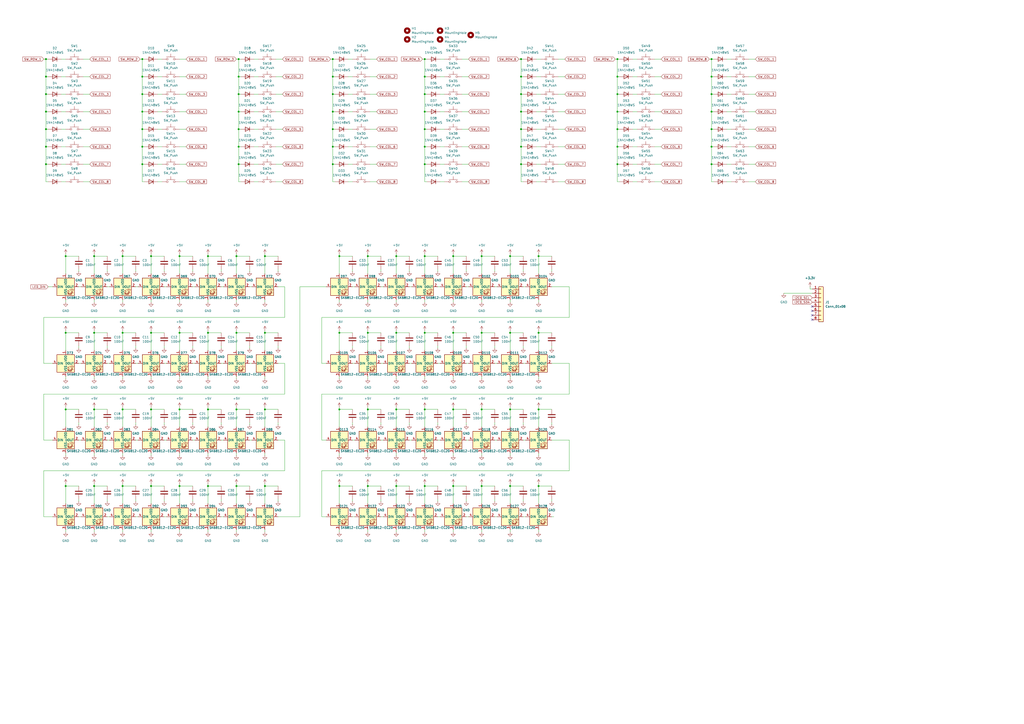
<source format=kicad_sch>
(kicad_sch (version 20231120) (generator "eeschema") (generator_version "8.0")
  (paper "A2")
  (junction (at 153.67 193.04))
  (junction (at 412.75 54.61))
  (junction (at 82.55 64.77))
  (junction (at 213.36 148.59))
  (junction (at 82.55 34.29))
  (junction (at 87.63 193.04))
  (junction (at 138.43 44.45))
  (junction (at 26.67 74.93))
  (junction (at 26.67 34.29))
  (junction (at 358.14 95.25))
  (junction (at 312.42 237.49))
  (junction (at 104.14 148.59))
  (junction (at 193.04 74.93))
  (junction (at 193.04 54.61))
  (junction (at 193.04 85.09))
  (junction (at 153.67 237.49))
  (junction (at 262.89 193.04))
  (junction (at 120.65 193.04))
  (junction (at 246.38 64.77))
  (junction (at 71.12 193.04))
  (junction (at 196.85 148.59))
  (junction (at 104.14 281.94))
  (junction (at 295.91 193.04))
  (junction (at 412.75 34.29))
  (junction (at 104.14 237.49))
  (junction (at 38.1 237.49))
  (junction (at 229.87 281.94))
  (junction (at 82.55 95.25))
  (junction (at 71.12 237.49))
  (junction (at 137.16 193.04))
  (junction (at 302.26 34.29))
  (junction (at 358.14 74.93))
  (junction (at 262.89 281.94))
  (junction (at 358.14 44.45))
  (junction (at 246.38 85.09))
  (junction (at 137.16 281.94))
  (junction (at 229.87 193.04))
  (junction (at 358.14 85.09))
  (junction (at 295.91 281.94))
  (junction (at 193.04 95.25))
  (junction (at 71.12 148.59))
  (junction (at 246.38 34.29))
  (junction (at 120.65 237.49))
  (junction (at 213.36 193.04))
  (junction (at 137.16 148.59))
  (junction (at 262.89 148.59))
  (junction (at 138.43 64.77))
  (junction (at 138.43 85.09))
  (junction (at 279.4 148.59))
  (junction (at 54.61 237.49))
  (junction (at 358.14 34.29))
  (junction (at 137.16 237.49))
  (junction (at 412.75 85.09))
  (junction (at 87.63 148.59))
  (junction (at 82.55 85.09))
  (junction (at 82.55 74.93))
  (junction (at 193.04 34.29))
  (junction (at 279.4 193.04))
  (junction (at 302.26 95.25))
  (junction (at 71.12 281.94))
  (junction (at 302.26 44.45))
  (junction (at 26.67 54.61))
  (junction (at 246.38 237.49))
  (junction (at 246.38 74.93))
  (junction (at 246.38 95.25))
  (junction (at 193.04 64.77))
  (junction (at 26.67 44.45))
  (junction (at 153.67 148.59))
  (junction (at 87.63 281.94))
  (junction (at 54.61 193.04))
  (junction (at 120.65 281.94))
  (junction (at 38.1 148.59))
  (junction (at 302.26 74.93))
  (junction (at 26.67 64.77))
  (junction (at 120.65 148.59))
  (junction (at 138.43 95.25))
  (junction (at 26.67 95.25))
  (junction (at 262.89 237.49))
  (junction (at 246.38 281.94))
  (junction (at 26.67 85.09))
  (junction (at 229.87 237.49))
  (junction (at 153.67 281.94))
  (junction (at 196.85 193.04))
  (junction (at 38.1 281.94))
  (junction (at 412.75 44.45))
  (junction (at 246.38 54.61))
  (junction (at 412.75 64.77))
  (junction (at 82.55 44.45))
  (junction (at 295.91 237.49))
  (junction (at 302.26 85.09))
  (junction (at 412.75 95.25))
  (junction (at 279.4 237.49))
  (junction (at 358.14 64.77))
  (junction (at 193.04 44.45))
  (junction (at 246.38 44.45))
  (junction (at 213.36 237.49))
  (junction (at 295.91 148.59))
  (junction (at 138.43 74.93))
  (junction (at 412.75 74.93))
  (junction (at 213.36 281.94))
  (junction (at 196.85 281.94))
  (junction (at 54.61 148.59))
  (junction (at 138.43 54.61))
  (junction (at 38.1 193.04))
  (junction (at 104.14 193.04))
  (junction (at 246.38 193.04))
  (junction (at 302.26 54.61))
  (junction (at 312.42 148.59))
  (junction (at 87.63 237.49))
  (junction (at 196.85 237.49))
  (junction (at 312.42 193.04))
  (junction (at 246.38 148.59))
  (junction (at 82.55 54.61))
  (junction (at 358.14 54.61))
  (junction (at 229.87 148.59))
  (junction (at 312.42 281.94))
  (junction (at 302.26 64.77))
  (junction (at 138.43 34.29))
  (junction (at 279.4 281.94))
  (junction (at 54.61 281.94))
  (no_connect (at 471.17 185.42))
  (no_connect (at 471.17 182.88))
  (no_connect (at 471.17 177.8))
  (no_connect (at 471.17 180.34))
  (wire (pts (xy 434.34 95.25) (xy 438.15 95.25)))
  (wire (pts (xy 295.91 191.77) (xy 295.91 193.04)))
  (wire (pts (xy 379.73 95.25) (xy 383.54 95.25)))
  (wire (pts (xy 412.75 95.25) (xy 412.75 105.41)))
  (wire (pts (xy 220.98 210.82) (xy 222.25 210.82)))
  (wire (pts (xy 128.27 166.37) (xy 129.54 166.37)))
  (wire (pts (xy 229.87 147.32) (xy 229.87 148.59)))
  (wire (pts (xy 153.67 236.22) (xy 153.67 237.49)))
  (wire (pts (xy 82.55 85.09) (xy 82.55 95.25)))
  (wire (pts (xy 311.15 34.29) (xy 313.69 34.29)))
  (wire (pts (xy 312.42 237.49) (xy 320.04 237.49)))
  (wire (pts (xy 302.26 34.29) (xy 303.53 34.29)))
  (wire (pts (xy 26.67 54.61) (xy 26.67 64.77)))
  (wire (pts (xy 323.85 54.61) (xy 327.66 54.61)))
  (wire (pts (xy 367.03 105.41) (xy 369.57 105.41)))
  (wire (pts (xy 82.55 54.61) (xy 82.55 64.77)))
  (wire (pts (xy 186.69 184.15) (xy 186.69 210.82)))
  (wire (pts (xy 81.28 34.29) (xy 82.55 34.29)))
  (wire (pts (xy 267.97 95.25) (xy 271.78 95.25)))
  (wire (pts (xy 196.85 237.49) (xy 196.85 247.65)))
  (wire (pts (xy 262.89 147.32) (xy 262.89 148.59)))
  (wire (pts (xy 137.16 237.49) (xy 137.16 247.65)))
  (wire (pts (xy 262.89 193.04) (xy 262.89 203.2)))
  (wire (pts (xy 303.53 289.56) (xy 303.53 290.83)))
  (wire (pts (xy 213.36 281.94) (xy 220.98 281.94)))
  (wire (pts (xy 54.61 147.32) (xy 54.61 148.59)))
  (wire (pts (xy 161.29 299.72) (xy 173.99 299.72)))
  (wire (pts (xy 358.14 54.61) (xy 358.14 64.77)))
  (wire (pts (xy 302.26 74.93) (xy 302.26 85.09)))
  (wire (pts (xy 71.12 148.59) (xy 78.74 148.59)))
  (wire (pts (xy 25.4 299.72) (xy 30.48 299.72)))
  (wire (pts (xy 295.91 193.04) (xy 303.53 193.04)))
  (wire (pts (xy 302.26 44.45) (xy 302.26 54.61)))
  (wire (pts (xy 25.4 34.29) (xy 26.67 34.29)))
  (wire (pts (xy 267.97 64.77) (xy 271.78 64.77)))
  (wire (pts (xy 204.47 156.21) (xy 204.47 157.48)))
  (wire (pts (xy 196.85 193.04) (xy 204.47 193.04)))
  (wire (pts (xy 303.53 210.82) (xy 304.8 210.82)))
  (wire (pts (xy 161.29 255.27) (xy 165.1 255.27)))
  (wire (pts (xy 421.64 85.09) (xy 424.18 85.09)))
  (wire (pts (xy 246.38 281.94) (xy 254 281.94)))
  (wire (pts (xy 287.02 156.21) (xy 287.02 157.48)))
  (wire (pts (xy 245.11 34.29) (xy 246.38 34.29)))
  (wire (pts (xy 120.65 191.77) (xy 120.65 193.04)))
  (wire (pts (xy 160.02 34.29) (xy 163.83 34.29)))
  (wire (pts (xy 262.89 237.49) (xy 270.51 237.49)))
  (wire (pts (xy 104.14 44.45) (xy 107.95 44.45)))
  (wire (pts (xy 128.27 200.66) (xy 128.27 201.93)))
  (wire (pts (xy 412.75 54.61) (xy 412.75 64.77)))
  (wire (pts (xy 38.1 307.34) (xy 38.1 308.61)))
  (wire (pts (xy 421.64 34.29) (xy 424.18 34.29)))
  (wire (pts (xy 78.74 200.66) (xy 78.74 201.93)))
  (wire (pts (xy 196.85 280.67) (xy 196.85 281.94)))
  (wire (pts (xy 204.47 166.37) (xy 205.74 166.37)))
  (wire (pts (xy 54.61 307.34) (xy 54.61 308.61)))
  (wire (pts (xy 87.63 236.22) (xy 87.63 237.49)))
  (wire (pts (xy 302.26 64.77) (xy 303.53 64.77)))
  (wire (pts (xy 71.12 218.44) (xy 71.12 219.71)))
  (wire (pts (xy 193.04 64.77) (xy 193.04 74.93)))
  (wire (pts (xy 78.74 299.72) (xy 80.01 299.72)))
  (wire (pts (xy 246.38 54.61) (xy 246.38 64.77)))
  (wire (pts (xy 246.38 193.04) (xy 246.38 203.2)))
  (wire (pts (xy 62.23 210.82) (xy 63.5 210.82)))
  (wire (pts (xy 54.61 193.04) (xy 62.23 193.04)))
  (wire (pts (xy 30.48 210.82) (xy 25.4 210.82)))
  (wire (pts (xy 38.1 147.32) (xy 38.1 148.59)))
  (wire (pts (xy 330.2 273.05) (xy 186.69 273.05)))
  (wire (pts (xy 48.26 105.41) (xy 52.07 105.41)))
  (wire (pts (xy 138.43 54.61) (xy 138.43 64.77)))
  (wire (pts (xy 26.67 95.25) (xy 27.94 95.25)))
  (wire (pts (xy 270.51 245.11) (xy 270.51 246.38)))
  (wire (pts (xy 193.04 105.41) (xy 194.31 105.41)))
  (wire (pts (xy 120.65 193.04) (xy 128.27 193.04)))
  (wire (pts (xy 161.29 166.37) (xy 165.1 166.37)))
  (wire (pts (xy 160.02 95.25) (xy 163.83 95.25)))
  (wire (pts (xy 137.16 307.34) (xy 137.16 308.61)))
  (wire (pts (xy 54.61 173.99) (xy 54.61 175.26)))
  (wire (pts (xy 312.42 281.94) (xy 312.42 292.1)))
  (wire (pts (xy 160.02 74.93) (xy 163.83 74.93)))
  (wire (pts (xy 214.63 85.09) (xy 218.44 85.09)))
  (wire (pts (xy 220.98 200.66) (xy 220.98 201.93)))
  (wire (pts (xy 246.38 105.41) (xy 247.65 105.41)))
  (wire (pts (xy 255.27 85.09) (xy 257.81 85.09)))
  (wire (pts (xy 26.67 64.77) (xy 26.67 74.93)))
  (wire (pts (xy 246.38 237.49) (xy 246.38 247.65)))
  (wire (pts (xy 153.67 237.49) (xy 153.67 247.65)))
  (wire (pts (xy 186.69 228.6) (xy 186.69 255.27)))
  (wire (pts (xy 358.14 95.25) (xy 359.41 95.25)))
  (wire (pts (xy 237.49 245.11) (xy 237.49 246.38)))
  (wire (pts (xy 104.14 95.25) (xy 107.95 95.25)))
  (wire (pts (xy 87.63 281.94) (xy 87.63 292.1)))
  (wire (pts (xy 196.85 236.22) (xy 196.85 237.49)))
  (wire (pts (xy 254 255.27) (xy 255.27 255.27)))
  (wire (pts (xy 229.87 281.94) (xy 237.49 281.94)))
  (wire (pts (xy 312.42 280.67) (xy 312.42 281.94)))
  (wire (pts (xy 213.36 236.22) (xy 213.36 237.49)))
  (wire (pts (xy 196.85 193.04) (xy 196.85 203.2)))
  (wire (pts (xy 279.4 148.59) (xy 287.02 148.59)))
  (wire (pts (xy 358.14 44.45) (xy 358.14 34.29)))
  (wire (pts (xy 204.47 299.72) (xy 205.74 299.72)))
  (wire (pts (xy 147.32 64.77) (xy 149.86 64.77)))
  (wire (pts (xy 120.65 193.04) (xy 120.65 203.2)))
  (wire (pts (xy 358.14 85.09) (xy 359.41 85.09)))
  (wire (pts (xy 323.85 44.45) (xy 327.66 44.45)))
  (wire (pts (xy 323.85 74.93) (xy 327.66 74.93)))
  (wire (pts (xy 279.4 281.94) (xy 287.02 281.94)))
  (wire (pts (xy 220.98 156.21) (xy 220.98 157.48)))
  (wire (pts (xy 48.26 34.29) (xy 52.07 34.29)))
  (wire (pts (xy 120.65 262.89) (xy 120.65 264.16)))
  (wire (pts (xy 471.17 167.64) (xy 469.9 167.64)))
  (wire (pts (xy 35.56 64.77) (xy 38.1 64.77)))
  (wire (pts (xy 153.67 281.94) (xy 153.67 292.1)))
  (wire (pts (xy 87.63 262.89) (xy 87.63 264.16)))
  (wire (pts (xy 137.16 281.94) (xy 144.78 281.94)))
  (wire (pts (xy 311.15 64.77) (xy 313.69 64.77)))
  (wire (pts (xy 71.12 191.77) (xy 71.12 193.04)))
  (wire (pts (xy 302.26 85.09) (xy 302.26 95.25)))
  (wire (pts (xy 246.38 85.09) (xy 246.38 95.25)))
  (wire (pts (xy 91.44 85.09) (xy 93.98 85.09)))
  (wire (pts (xy 45.72 299.72) (xy 46.99 299.72)))
  (wire (pts (xy 213.36 307.34) (xy 213.36 308.61)))
  (wire (pts (xy 356.87 34.29) (xy 358.14 34.29)))
  (wire (pts (xy 48.26 74.93) (xy 52.07 74.93)))
  (wire (pts (xy 196.85 147.32) (xy 196.85 148.59)))
  (wire (pts (xy 379.73 54.61) (xy 383.54 54.61)))
  (wire (pts (xy 26.67 34.29) (xy 27.94 34.29)))
  (wire (pts (xy 104.14 281.94) (xy 111.76 281.94)))
  (wire (pts (xy 120.65 148.59) (xy 120.65 158.75)))
  (wire (pts (xy 287.02 299.72) (xy 288.29 299.72)))
  (wire (pts (xy 213.36 237.49) (xy 213.36 247.65)))
  (wire (pts (xy 213.36 193.04) (xy 220.98 193.04)))
  (wire (pts (xy 120.65 237.49) (xy 128.27 237.49)))
  (wire (pts (xy 165.1 228.6) (xy 25.4 228.6)))
  (wire (pts (xy 279.4 191.77) (xy 279.4 193.04)))
  (wire (pts (xy 62.23 166.37) (xy 63.5 166.37)))
  (wire (pts (xy 358.14 85.09) (xy 358.14 95.25)))
  (wire (pts (xy 137.16 280.67) (xy 137.16 281.94)))
  (wire (pts (xy 144.78 255.27) (xy 146.05 255.27)))
  (wire (pts (xy 35.56 95.25) (xy 38.1 95.25)))
  (wire (pts (xy 78.74 156.21) (xy 78.74 157.48)))
  (wire (pts (xy 367.03 44.45) (xy 369.57 44.45)))
  (wire (pts (xy 201.93 105.41) (xy 204.47 105.41)))
  (wire (pts (xy 26.67 85.09) (xy 27.94 85.09)))
  (wire (pts (xy 312.42 148.59) (xy 312.42 158.75)))
  (wire (pts (xy 246.38 236.22) (xy 246.38 237.49)))
  (wire (pts (xy 104.14 281.94) (xy 104.14 292.1)))
  (wire (pts (xy 213.36 148.59) (xy 220.98 148.59)))
  (wire (pts (xy 196.85 281.94) (xy 204.47 281.94)))
  (wire (pts (xy 104.14 54.61) (xy 107.95 54.61)))
  (wire (pts (xy 71.12 280.67) (xy 71.12 281.94)))
  (wire (pts (xy 255.27 74.93) (xy 257.81 74.93)))
  (wire (pts (xy 379.73 105.41) (xy 383.54 105.41)))
  (wire (pts (xy 153.67 148.59) (xy 161.29 148.59)))
  (wire (pts (xy 330.2 184.15) (xy 186.69 184.15)))
  (wire (pts (xy 358.14 64.77) (xy 358.14 74.93)))
  (wire (pts (xy 165.1 255.27) (xy 165.1 273.05)))
  (wire (pts (xy 38.1 237.49) (xy 38.1 247.65)))
  (wire (pts (xy 214.63 74.93) (xy 218.44 74.93)))
  (wire (pts (xy 267.97 74.93) (xy 271.78 74.93)))
  (wire (pts (xy 104.14 236.22) (xy 104.14 237.49)))
  (wire (pts (xy 48.26 95.25) (xy 52.07 95.25)))
  (wire (pts (xy 138.43 34.29) (xy 139.7 34.29)))
  (wire (pts (xy 302.26 105.41) (xy 303.53 105.41)))
  (wire (pts (xy 434.34 74.93) (xy 438.15 74.93)))
  (wire (pts (xy 120.65 307.34) (xy 120.65 308.61)))
  (wire (pts (xy 302.26 74.93) (xy 303.53 74.93)))
  (wire (pts (xy 320.04 289.56) (xy 320.04 290.83)))
  (wire (pts (xy 196.85 307.34) (xy 196.85 308.61)))
  (wire (pts (xy 246.38 74.93) (xy 246.38 85.09)))
  (wire (pts (xy 434.34 85.09) (xy 438.15 85.09)))
  (wire (pts (xy 95.25 299.72) (xy 96.52 299.72)))
  (wire (pts (xy 71.12 307.34) (xy 71.12 308.61)))
  (wire (pts (xy 153.67 237.49) (xy 161.29 237.49)))
  (wire (pts (xy 270.51 156.21) (xy 270.51 157.48)))
  (wire (pts (xy 120.65 236.22) (xy 120.65 237.49)))
  (wire (pts (xy 237.49 255.27) (xy 238.76 255.27)))
  (wire (pts (xy 279.4 193.04) (xy 279.4 203.2)))
  (wire (pts (xy 213.36 281.94) (xy 213.36 292.1)))
  (wire (pts (xy 295.91 280.67) (xy 295.91 281.94)))
  (wire (pts (xy 196.85 148.59) (xy 196.85 158.75)))
  (wire (pts (xy 147.32 34.29) (xy 149.86 34.29)))
  (wire (pts (xy 295.91 281.94) (xy 303.53 281.94)))
  (wire (pts (xy 204.47 200.66) (xy 204.47 201.93)))
  (wire (pts (xy 287.02 255.27) (xy 288.29 255.27)))
  (wire (pts (xy 54.61 237.49) (xy 62.23 237.49)))
  (wire (pts (xy 71.12 193.04) (xy 71.12 203.2)))
  (wire (pts (xy 193.04 95.25) (xy 194.31 95.25)))
  (wire (pts (xy 267.97 34.29) (xy 271.78 34.29)))
  (wire (pts (xy 323.85 95.25) (xy 327.66 95.25)))
  (wire (pts (xy 295.91 237.49) (xy 303.53 237.49)))
  (wire (pts (xy 213.36 147.32) (xy 213.36 148.59)))
  (wire (pts (xy 412.75 34.29) (xy 414.02 34.29)))
  (wire (pts (xy 91.44 74.93) (xy 93.98 74.93)))
  (wire (pts (xy 311.15 44.45) (xy 313.69 44.45)))
  (wire (pts (xy 246.38 34.29) (xy 247.65 34.29)))
  (wire (pts (xy 193.04 44.45) (xy 193.04 54.61)))
  (wire (pts (xy 138.43 95.25) (xy 139.7 95.25)))
  (wire (pts (xy 144.78 200.66) (xy 144.78 201.93)))
  (wire (pts (xy 254 210.82) (xy 255.27 210.82)))
  (wire (pts (xy 262.89 148.59) (xy 262.89 158.75)))
  (wire (pts (xy 421.64 105.41) (xy 424.18 105.41)))
  (wire (pts (xy 358.14 34.29) (xy 359.41 34.29)))
  (wire (pts (xy 38.1 148.59) (xy 45.72 148.59)))
  (wire (pts (xy 153.67 262.89) (xy 153.67 264.16)))
  (wire (pts (xy 38.1 236.22) (xy 38.1 237.49)))
  (wire (pts (xy 137.16 147.32) (xy 137.16 148.59)))
  (wire (pts (xy 173.99 299.72) (xy 173.99 166.37)))
  (wire (pts (xy 91.44 105.41) (xy 93.98 105.41)))
  (wire (pts (xy 412.75 44.45) (xy 412.75 54.61)))
  (wire (pts (xy 262.89 218.44) (xy 262.89 219.71)))
  (wire (pts (xy 186.69 299.72) (xy 189.23 299.72)))
  (wire (pts (xy 54.61 281.94) (xy 54.61 292.1)))
  (wire (pts (xy 311.15 85.09) (xy 313.69 85.09)))
  (wire (pts (xy 367.03 74.93) (xy 369.57 74.93)))
  (wire (pts (xy 153.67 193.04) (xy 153.67 203.2)))
  (wire (pts (xy 45.72 210.82) (xy 46.99 210.82)))
  (wire (pts (xy 160.02 105.41) (xy 163.83 105.41)))
  (wire (pts (xy 254 245.11) (xy 254 246.38)))
  (wire (pts (xy 323.85 85.09) (xy 327.66 85.09)))
  (wire (pts (xy 71.12 237.49) (xy 71.12 247.65)))
  (wire (pts (xy 312.42 193.04) (xy 312.42 203.2)))
  (wire (pts (xy 279.4 236.22) (xy 279.4 237.49)))
  (wire (pts (xy 186.69 255.27) (xy 189.23 255.27)))
  (wire (pts (xy 320.04 156.21) (xy 320.04 157.48)))
  (wire (pts (xy 330.2 166.37) (xy 330.2 184.15)))
  (wire (pts (xy 144.78 156.21) (xy 144.78 157.48)))
  (wire (pts (xy 104.14 280.67) (xy 104.14 281.94)))
  (wire (pts (xy 78.74 245.11) (xy 78.74 246.38)))
  (wire (pts (xy 87.63 193.04) (xy 95.25 193.04)))
  (wire (pts (xy 165.1 273.05) (xy 25.4 273.05)))
  (wire (pts (xy 82.55 85.09) (xy 83.82 85.09)))
  (wire (pts (xy 196.85 173.99) (xy 196.85 175.26)))
  (wire (pts (xy 201.93 54.61) (xy 204.47 54.61)))
  (wire (pts (xy 220.98 299.72) (xy 222.25 299.72)))
  (wire (pts (xy 137.16 193.04) (xy 137.16 203.2)))
  (wire (pts (xy 165.1 210.82) (xy 165.1 228.6)))
  (wire (pts (xy 138.43 85.09) (xy 138.43 95.25)))
  (wire (pts (xy 295.91 218.44) (xy 295.91 219.71)))
  (wire (pts (xy 82.55 105.41) (xy 83.82 105.41)))
  (wire (pts (xy 323.85 34.29) (xy 327.66 34.29)))
  (wire (pts (xy 302.26 54.61) (xy 302.26 64.77)))
  (wire (pts (xy 246.38 95.25) (xy 247.65 95.25)))
  (wire (pts (xy 246.38 281.94) (xy 246.38 292.1)))
  (wire (pts (xy 193.04 95.25) (xy 193.04 105.41)))
  (wire (pts (xy 320.04 255.27) (xy 330.2 255.27)))
  (wire (pts (xy 161.29 200.66) (xy 161.29 201.93)))
  (wire (pts (xy 358.14 74.93) (xy 359.41 74.93)))
  (wire (pts (xy 54.61 281.94) (xy 62.23 281.94)))
  (wire (pts (xy 147.32 95.25) (xy 149.86 95.25)))
  (wire (pts (xy 144.78 166.37) (xy 146.05 166.37)))
  (wire (pts (xy 128.27 255.27) (xy 129.54 255.27)))
  (wire (pts (xy 128.27 210.82) (xy 129.54 210.82)))
  (wire (pts (xy 78.74 255.27) (xy 80.01 255.27)))
  (wire (pts (xy 128.27 156.21) (xy 128.27 157.48)))
  (wire (pts (xy 160.02 85.09) (xy 163.83 85.09)))
  (wire (pts (xy 111.76 245.11) (xy 111.76 246.38)))
  (wire (pts (xy 87.63 307.34) (xy 87.63 308.61)))
  (wire (pts (xy 270.51 210.82) (xy 271.78 210.82)))
  (wire (pts (xy 303.53 255.27) (xy 304.8 255.27)))
  (wire (pts (xy 54.61 148.59) (xy 54.61 158.75)))
  (wire (pts (xy 421.64 54.61) (xy 424.18 54.61)))
  (wire (pts (xy 87.63 148.59) (xy 95.25 148.59)))
  (wire (pts (xy 104.14 237.49) (xy 111.76 237.49)))
  (wire (pts (xy 104.14 148.59) (xy 104.14 158.75)))
  (wire (pts (xy 262.89 281.94) (xy 270.51 281.94)))
  (wire (pts (xy 138.43 54.61) (xy 139.7 54.61)))
  (wire (pts (xy 138.43 95.25) (xy 138.43 105.41)))
  (wire (pts (xy 137.16 191.77) (xy 137.16 193.04)))
  (wire (pts (xy 303.53 156.21) (xy 303.53 157.48)))
  (wire (pts (xy 254 289.56) (xy 254 290.83)))
  (wire (pts (xy 295.91 173.99) (xy 295.91 175.26)))
  (wire (pts (xy 139.7 44.45) (xy 138.43 44.45)))
  (wire (pts (xy 104.14 307.34) (xy 104.14 308.61)))
  (wire (pts (xy 104.14 193.04) (xy 111.76 193.04)))
  (wire (pts (xy 213.36 280.67) (xy 213.36 281.94)))
  (wire (pts (xy 279.4 173.99) (xy 279.4 175.26)))
  (wire (pts (xy 91.44 95.25) (xy 93.98 95.25)))
  (wire (pts (xy 220.98 255.27) (xy 222.25 255.27)))
  (wire (pts (xy 262.89 173.99) (xy 262.89 175.26)))
  (wire (pts (xy 312.42 236.22) (xy 312.42 237.49)))
  (wire (pts (xy 412.75 74.93) (xy 414.02 74.93)))
  (wire (pts (xy 312.42 191.77) (xy 312.42 193.04)))
  (wire (pts (xy 320.04 200.66) (xy 320.04 201.93)))
  (wire (pts (xy 279.4 281.94) (xy 279.4 292.1)))
  (wire (pts (xy 138.43 74.93) (xy 138.43 85.09)))
  (wire (pts (xy 87.63 281.94) (xy 95.25 281.94)))
  (wire (pts (xy 48.26 85.09) (xy 52.07 85.09)))
  (wire (pts (xy 229.87 218.44) (xy 229.87 219.71)))
  (wire (pts (xy 246.38 191.77) (xy 246.38 193.04)))
  (wire (pts (xy 153.67 147.32) (xy 153.67 148.59)))
  (wire (pts (xy 120.65 148.59) (xy 128.27 148.59)))
  (wire (pts (xy 201.93 44.45) (xy 204.47 44.45)))
  (wire (pts (xy 229.87 191.77) (xy 229.87 193.04)))
  (wire (pts (xy 120.65 281.94) (xy 128.27 281.94)))
  (wire (pts (xy 214.63 105.41) (xy 218.44 105.41)))
  (wire (pts (xy 379.73 34.29) (xy 383.54 34.29)))
  (wire (pts (xy 87.63 173.99) (xy 87.63 175.26)))
  (wire (pts (xy 87.63 218.44) (xy 87.63 219.71)))
  (wire (pts (xy 144.78 299.72) (xy 146.05 299.72)))
  (wire (pts (xy 104.14 85.09) (xy 107.95 85.09)))
  (wire (pts (xy 144.78 289.56) (xy 144.78 290.83)))
  (wire (pts (xy 38.1 280.67) (xy 38.1 281.94)))
  (wire (pts (xy 120.65 218.44) (xy 120.65 219.71)))
  (wire (pts (xy 312.42 237.49) (xy 312.42 247.65)))
  (wire (pts (xy 312.42 281.94) (xy 320.04 281.94)))
  (wire (pts (xy 254 166.37) (xy 255.27 166.37)))
  (wire (pts (xy 196.85 281.94) (xy 196.85 292.1)))
  (wire (pts (xy 54.61 191.77) (xy 54.61 193.04)))
  (wire (pts (xy 138.43 85.09) (xy 139.7 85.09)))
  (wire (pts (xy 330.2 228.6) (xy 186.69 228.6)))
  (wire (pts (xy 359.41 44.45) (xy 358.14 44.45)))
  (wire (pts (xy 246.38 64.77) (xy 246.38 74.93)))
  (wire (pts (xy 246.38 64.77) (xy 247.65 64.77)))
  (wire (pts (xy 193.04 54.61) (xy 194.31 54.61)))
  (wire (pts (xy 153.67 218.44) (xy 153.67 219.71)))
  (wire (pts (xy 255.27 44.45) (xy 257.81 44.45)))
  (wire (pts (xy 104.14 148.59) (xy 111.76 148.59)))
  (wire (pts (xy 25.4 255.27) (xy 30.48 255.27)))
  (wire (pts (xy 91.44 64.77) (xy 93.98 64.77)))
  (wire (pts (xy 454.66 170.18) (xy 471.17 170.18)))
  (wire (pts (xy 147.32 85.09) (xy 149.86 85.09)))
  (wire (pts (xy 295.91 262.89) (xy 295.91 264.16)))
  (wire (pts (xy 312.42 147.32) (xy 312.42 148.59)))
  (wire (pts (xy 82.55 54.61) (xy 83.82 54.61)))
  (wire (pts (xy 120.65 281.94) (xy 120.65 292.1)))
  (wire (pts (xy 201.93 64.77) (xy 204.47 64.77)))
  (wire (pts (xy 434.34 105.41) (xy 438.15 105.41)))
  (wire (pts (xy 104.14 262.89) (xy 104.14 264.16)))
  (wire (pts (xy 193.04 74.93) (xy 193.04 85.09)))
  (wire (pts (xy 137.16 218.44) (xy 137.16 219.71)))
  (wire (pts (xy 78.74 210.82) (xy 80.01 210.82)))
  (wire (pts (xy 160.02 54.61) (xy 163.83 54.61)))
  (wire (pts (xy 367.03 34.29) (xy 369.57 34.29)))
  (wire (pts (xy 279.4 193.04) (xy 287.02 193.04)))
  (wire (pts (xy 229.87 236.22) (xy 229.87 237.49)))
  (wire (pts (xy 246.38 280.67) (xy 246.38 281.94)))
  (wire (pts (xy 201.93 95.25) (xy 204.47 95.25)))
  (wire (pts (xy 48.26 64.77) (xy 52.07 64.77)))
  (wire (pts (xy 27.94 166.37) (xy 30.48 166.37)))
  (wire (pts (xy 246.38 148.59) (xy 246.38 158.75)))
  (wire (pts (xy 246.38 307.34) (xy 246.38 308.61)))
  (wire (pts (xy 138.43 44.45) (xy 138.43 34.29)))
  (wire (pts (xy 104.14 218.44) (xy 104.14 219.71)))
  (wire (pts (xy 38.1 218.44) (xy 38.1 219.71)))
  (wire (pts (xy 255.27 54.61) (xy 257.81 54.61)))
  (wire (pts (xy 82.55 64.77) (xy 82.55 74.93)))
  (wire (pts (xy 26.67 85.09) (xy 26.67 95.25)))
  (wire (pts (xy 38.1 148.59) (xy 38.1 158.75)))
  (wire (pts (xy 229.87 281.94) (xy 229.87 292.1)))
  (wire (pts (xy 412.75 64.77) (xy 412.75 74.93)))
  (wire (pts (xy 229.87 237.49) (xy 237.49 237.49)))
  (wire (pts (xy 104.14 191.77) (xy 104.14 193.04)))
  (wire (pts (xy 412.75 105.41) (xy 414.02 105.41)))
  (wire (pts (xy 279.4 147.32) (xy 279.4 148.59)))
  (wire (pts (xy 54.61 236.22) (xy 54.61 237.49)))
  (wire (pts (xy 147.32 74.93) (xy 149.86 74.93)))
  (wire (pts (xy 279.4 280.67) (xy 279.4 281.94)))
  (wire (pts (xy 196.85 148.59) (xy 204.47 148.59)))
  (wire (pts (xy 247.65 44.45) (xy 246.38 44.45)))
  (wire (pts (xy 153.67 280.67) (xy 153.67 281.94)))
  (wire (pts (xy 320.04 245.11) (xy 320.04 246.38)))
  (wire (pts (xy 302.26 95.25) (xy 303.53 95.25)))
  (wire (pts (xy 279.4 237.49) (xy 279.4 247.65)))
  (wire (pts (xy 270.51 166.37) (xy 271.78 166.37)))
  (wire (pts (xy 412.75 64.77) (xy 414.02 64.77)))
  (wire (pts (xy 111.76 156.21) (xy 111.76 157.48)))
  (wire (pts (xy 201.93 74.93) (xy 204.47 74.93)))
  (wire (pts (xy 295.91 236.22) (xy 295.91 237.49)))
  (wire (pts (xy 237.49 289.56) (xy 237.49 290.83)))
  (wire (pts (xy 213.36 173.99) (xy 213.36 175.26)))
  (wire (pts (xy 95.25 255.27) (xy 96.52 255.27)))
  (wire (pts (xy 262.89 148.59) (xy 270.51 148.59)))
  (wire (pts (xy 45.72 289.56) (xy 45.72 290.83)))
  (wire (pts (xy 82.55 34.29) (xy 83.82 34.29)))
  (wire (pts (xy 45.72 200.66) (xy 45.72 201.93)))
  (wire (pts (xy 303.53 200.66) (xy 303.53 201.93)))
  (wire (pts (xy 214.63 64.77) (xy 218.44 64.77)))
  (wire (pts (xy 71.12 237.49) (xy 78.74 237.49)))
  (wire (pts (xy 82.55 74.93) (xy 83.82 74.93)))
  (wire (pts (xy 379.73 85.09) (xy 383.54 85.09)))
  (wire (pts (xy 35.56 74.93) (xy 38.1 74.93)))
  (wire (pts (xy 379.73 64.77) (xy 383.54 64.77)))
  (wire (pts (xy 214.63 54.61) (xy 218.44 54.61)))
  (wire (pts (xy 367.03 64.77) (xy 369.57 64.77)))
  (wire (pts (xy 213.36 148.59) (xy 213.36 158.75)))
  (wire (pts (xy 104.14 173.99) (xy 104.14 175.26)))
  (wire (pts (xy 379.73 44.45) (xy 383.54 44.45)))
  (wire (pts (xy 320.04 210.82) (xy 330.2 210.82)))
  (wire (pts (xy 111.76 166.37) (xy 113.03 166.37)))
  (wire (pts (xy 367.03 85.09) (xy 369.57 85.09)))
  (wire (pts (xy 303.53 166.37) (xy 304.8 166.37)))
  (wire (pts (xy 35.56 44.45) (xy 38.1 44.45)))
  (wire (pts (xy 138.43 44.45) (xy 138.43 54.61)))
  (wire (pts (xy 270.51 299.72) (xy 271.78 299.72)))
  (wire (pts (xy 237.49 200.66) (xy 237.49 201.93)))
  (wire (pts (xy 87.63 193.04) (xy 87.63 203.2)))
  (wire (pts (xy 287.02 166.37) (xy 288.29 166.37)))
  (wire (pts (xy 204.47 245.11) (xy 204.47 246.38)))
  (wire (pts (xy 255.27 95.25) (xy 257.81 95.25)))
  (wire (pts (xy 412.75 74.93) (xy 412.75 85.09)))
  (wire (pts (xy 45.72 156.21) (xy 45.72 157.48)))
  (wire (pts (xy 144.78 245.11) (xy 144.78 246.38)))
  (wire (pts (xy 300.99 34.29) (xy 302.26 34.29)))
  (wire (pts (xy 330.2 255.27) (xy 330.2 273.05)))
  (wire (pts (xy 95.25 156.21) (xy 95.25 157.48)))
  (wire (pts (xy 302.26 44.45) (xy 302.26 34.29)))
  (wire (pts (xy 412.75 95.25) (xy 414.02 95.25)))
  (wire (pts (xy 71.12 193.04) (xy 78.74 193.04)))
  (wire (pts (xy 91.44 54.61) (xy 93.98 54.61)))
  (wire (pts (xy 128.27 245.11) (xy 128.27 246.38)))
  (wire (pts (xy 45.72 166.37) (xy 46.99 166.37)))
  (wire (pts (xy 54.61 193.04) (xy 54.61 203.2)))
  (wire (pts (xy 279.4 218.44) (xy 279.4 219.71)))
  (wire (pts (xy 91.44 34.29) (xy 93.98 34.29)))
  (wire (pts (xy 153.67 191.77) (xy 153.67 193.04)))
  (wire (pts (xy 229.87 148.59) (xy 229.87 158.75)))
  (wire (pts (xy 137.16 236.22) (xy 137.16 237.49)))
  (wire (pts (xy 358.14 105.41) (xy 359.41 105.41)))
  (wire (pts (xy 312.42 262.89) (xy 312.42 264.16)))
  (wire (pts (xy 193.04 85.09) (xy 194.31 85.09)))
  (wire (pts (xy 295.91 148.59) (xy 303.53 148.59)))
  (wire (pts (xy 26.67 74.93) (xy 26.67 85.09)))
  (wire (pts (xy 421.64 74.93) (xy 424.18 74.93)))
  (wire (pts (xy 311.15 105.41) (xy 313.69 105.41)))
  (wire (pts (xy 246.38 44.45) (xy 246.38 34.29)))
  (wire (pts (xy 104.14 147.32) (xy 104.14 148.59)))
  (wire (pts (xy 312.42 148.59) (xy 320.04 148.59)))
  (wire (pts (xy 302.26 64.77) (xy 302.26 74.93)))
  (wire (pts (xy 111.76 255.27) (xy 113.03 255.27)))
  (wire (pts (xy 312.42 218.44) (xy 312.42 219.71)))
  (wire (pts (xy 191.77 34.29) (xy 193.04 34.29)))
  (wire (pts (xy 153.67 193.04) (xy 161.29 193.04)))
  (wire (pts (xy 434.34 54.61) (xy 438.15 54.61)))
  (wire (pts (xy 137.16 281.94) (xy 137.16 292.1)))
  (wire (pts (xy 434.34 34.29) (xy 438.15 34.29)))
  (wire (pts (xy 229.87 193.04) (xy 237.49 193.04)))
  (wire (pts (xy 25.4 210.82) (xy 25.4 184.15)))
  (wire (pts (xy 25.4 184.15) (xy 165.1 184.15)))
  (wire (pts (xy 71.12 147.32) (xy 71.12 148.59)))
  (wire (pts (xy 82.55 74.93) (xy 82.55 85.09)))
  (wire (pts (xy 71.12 262.89) (xy 71.12 264.16)))
  (wire (pts (xy 246.38 95.25) (xy 246.38 105.41)))
  (wire (pts (xy 246.38 54.61) (xy 247.65 54.61)))
  (wire (pts (xy 62.23 255.27) (xy 63.5 255.27)))
  (wire (pts (xy 295.91 281.94) (xy 295.91 292.1)))
  (wire (pts (xy 255.27 64.77) (xy 257.81 64.77)))
  (wire (pts (xy 54.61 280.67) (xy 54.61 281.94)))
  (wire (pts (xy 153.67 148.59) (xy 153.67 158.75)))
  (wire (pts (xy 104.14 34.29) (xy 107.95 34.29)))
  (wire (pts (xy 62.23 156.21) (xy 62.23 157.48)))
  (wire (pts (xy 262.89 307.34) (xy 262.89 308.61)))
  (wire (pts (xy 161.29 210.82) (xy 165.1 210.82)))
  (wire (pts (xy 229.87 173.99) (xy 229.87 175.26)))
  (wire (pts (xy 27.94 44.45) (xy 26.67 44.45)))
  (wire (pts (xy 201.93 34.29) (xy 204.47 34.29)))
  (wire (pts (xy 213.36 237.49) (xy 220.98 237.49)))
  (wire (pts (xy 48.26 54.61) (xy 52.07 54.61)))
  (wire (pts (xy 194.31 44.45) (xy 193.04 44.45)))
  (wire (pts (xy 229.87 280.67) (xy 229.87 281.94)))
  (wire (pts (xy 138.43 64.77) (xy 139.7 64.77)))
  (wire (pts (xy 138.43 74.93) (xy 139.7 74.93)))
  (wire (pts (xy 412.75 85.09) (xy 414.02 85.09)))
  (wire (pts (xy 204.47 289.56) (xy 204.47 290.83)))
  (wire (pts (xy 71.12 236.22) (xy 71.12 237.49)))
  (wire (pts (xy 128.27 289.56) (xy 128.27 290.83)))
  (wire (pts (xy 82.55 44.45) (xy 82.55 54.61)))
  (wire (pts (xy 434.34 44.45) (xy 438.15 44.45)))
  (wire (pts (xy 246.38 262.89) (xy 246.38 264.16)))
  (wire (pts (xy 246.38 237.49) (xy 254 237.49)))
  (wire (pts (xy 26.67 54.61) (xy 27.94 54.61)))
  (wire (pts (xy 137.16 148.59) (xy 137.16 158.75)))
  (wire (pts (xy 267.97 44.45) (xy 271.78 44.45)))
  (wire (pts (xy 237.49 210.82) (xy 238.76 210.82)))
  (wire (pts (xy 95.25 200.66) (xy 95.25 201.93)))
  (wire (pts (xy 367.03 95.25) (xy 369.57 95.25)))
  (wire (pts (xy 246.38 173.99) (xy 246.38 175.26)))
  (wire (pts (xy 311.15 74.93) (xy 313.69 74.93)))
  (wire (pts (xy 421.64 44.45) (xy 424.18 44.45)))
  (wire (pts (xy 358.14 64.77) (xy 359.41 64.77)))
  (wire (pts (xy 358.14 54.61) (xy 359.41 54.61)))
  (wire (pts (xy 262.89 281.94) (xy 262.89 292.1)))
  (wire (pts (xy 367.03 54.61) (xy 369.57 54.61)))
  (wire (pts (xy 161.29 245.11) (xy 161.29 246.38)))
  (wire (pts (xy 193.04 74.93) (xy 194.31 74.93)))
  (wire (pts (xy 160.02 44.45) (xy 163.83 44.45)))
  (wire (pts (xy 82.55 95.25) (xy 83.82 95.25)))
  (wire (pts (xy 246.38 147.32) (xy 246.38 148.59)))
  (wire (pts (xy 255.27 34.29) (xy 257.81 34.29)))
  (wire (pts (xy 147.32 44.45) (xy 149.86 44.45)))
  (wire (pts (xy 153.67 281.94) (xy 161.29 281.94)))
  (wire (pts (xy 193.04 64.77) (xy 194.31 64.77)))
  (wire (pts (xy 62.23 289.56) (xy 62.23 290.83)))
  (wire (pts (xy 104.14 64.77) (xy 107.95 64.77)))
  (wire (pts (xy 330.2 210.82) (xy 330.2 228.6)))
  (wire (pts (xy 270.51 200.66) (xy 270.51 201.93)))
  (wire (pts (xy 186.69 210.82) (xy 189.23 210.82)))
  (wire (pts (xy 95.25 245.11) (xy 95.25 246.38)))
  (wire (pts (xy 26.67 74.93) (xy 27.94 74.93)))
  (wire (pts (xy 229.87 148.59) (xy 237.49 148.59)))
  (wire (pts (xy 262.89 191.77) (xy 262.89 193.04)))
  (wire (pts (xy 38.1 191.77) (xy 38.1 193.04)))
  (wire (pts (xy 246.38 74.93) (xy 247.65 74.93)))
  (wire (pts (xy 204.47 210.82) (xy 205.74 210.82)))
  (wire (pts (xy 137.16 34.29) (xy 138.43 34.29)))
  (wire (pts (xy 267.97 54.61) (xy 271.78 54.61)))
  (wire (pts (xy 95.25 210.82) (xy 96.52 210.82)))
  (wire (pts (xy 279.4 307.34) (xy 279.4 308.61)))
  (wire (pts (xy 412.75 44.45) (xy 412.75 34.29)))
  (wire (pts (xy 214.63 44.45) (xy 218.44 44.45)))
  (wire (pts (xy 262.89 280.67) (xy 262.89 281.94)))
  (wire (pts (xy 161.29 156.21) (xy 161.29 157.48)))
  (wire (pts (xy 91.44 44.45) (xy 93.98 44.45)))
  (wire (pts (xy 78.74 289.56) (xy 78.74 290.83)))
  (wire (pts (xy 153.67 173.99) (xy 153.67 175.26)))
  (wire (pts (xy 111.76 289.56) (xy 111.76 290.83)))
  (wire (pts (xy 358.14 74.93) (xy 358.14 85.09)))
  (wire (pts (xy 35.56 34.29) (xy 38.1 34.29)))
  (wire (pts (xy 303.53 299.72) (xy 304.8 299.72)))
  (wire (pts (xy 193.04 85.09) (xy 193.04 95.25)))
  (wire (pts (xy 414.02 44.45) (xy 412.75 44.45)))
  (wire (pts (xy 82.55 95.25) (xy 82.55 105.41)))
  (wire (pts (xy 71.12 173.99) (xy 71.12 175.26)))
  (wire (pts (xy 137.16 237.49) (xy 144.78 237.49)))
  (wire (pts (xy 186.69 273.05) (xy 186.69 299.72)))
  (wire (pts (xy 35.56 85.09) (xy 38.1 85.09)))
  (wire (pts (xy 214.63 34.29) (xy 218.44 34.29)))
  (wire (pts (xy 193.04 44.45) (xy 193.04 34.29)))
  (wire (pts (xy 160.02 64.77) (xy 163.83 64.77)))
  (wire (pts (xy 35.56 105.41) (xy 38.1 105.41)))
  (wire (pts (xy 411.48 34.29) (xy 412.75 34.29)))
  (wire (pts (xy 147.32 105.41) (xy 149.86 105.41)))
  (wire (pts (xy 95.25 289.56) (xy 95.25 290.83)))
  (wire (pts (xy 312.42 193.04) (xy 320.04 193.04)))
  (wire (pts (xy 229.87 237.49) (xy 229.87 247.65)))
  (wire (pts (xy 38.1 173.99) (xy 38.1 175.26)))
  (wire (pts (xy 104.14 105.41) (xy 107.95 105.41)))
  (wire (pts (xy 54.61 218.44) (xy 54.61 219.71)))
  (wire (pts (xy 254 156.21) (xy 254 157.48)))
  (wire (pts (xy 137.16 173.99) (xy 137.16 175.26)))
  (wire (pts (xy 25.4 273.05) (xy 25.4 299.72)))
  (wire (pts (xy 38.1 193.04) (xy 38.1 203.2)))
  (wire (pts (xy 323.85 64.77) (xy 327.66 64.77)))
  (wire (pts (xy 104.14 237.49) (xy 104.14 247.65)))
  (wire (pts (xy 87.63 280.67) (xy 87.63 281.94)))
  (wire (pts (xy 120.65 280.67) (xy 120.65 281.94)))
  (wire (pts (xy 295.91 147.32) (xy 295.91 148.59)))
  (wire (pts (xy 320.04 166.37) (xy 330.2 166.37)))
  (wire (pts (xy 120.65 147.32) (xy 120.65 148.59)))
  (wire (pts (xy 87.63 147.32) (xy 87.63 148.59)))
  (wire (pts (xy 71.12 148.59) (xy 71.12 158.75)))
  (wire (pts (xy 35.56 54.61) (xy 38.1 54.61)))
  (wire (pts (xy 137.16 148.59) (xy 144.78 148.59)))
  (wire (pts (xy 38.1 237.49) (xy 45.72 237.49)))
  (wire (pts (xy 173.99 166.37) (xy 189.23 166.37)))
  (wire (pts (xy 267.97 105.41) (xy 271.78 105.41)))
  (wire (pts (xy 295.91 148.59) (xy 295.91 158.75)))
  (wire (pts (xy 213.36 193.04) (xy 213.36 203.2)))
  (wire (pts (xy 87.63 237.49) (xy 95.25 237.49)))
  (wire (pts (xy 229.87 193.04) (xy 229.87 203.2)))
  (wire (pts (xy 358.14 95.25) (xy 358.14 105.41)))
  (wire (pts (xy 196.85 237.49) (xy 204.47 237.49)))
  (wire (pts (xy 220.98 166.37) (xy 222.25 166.37)))
  (wire (pts (xy 82.55 44.45) (xy 82.55 34.29)))
  (wire (pts (xy 83.82 44.45) (xy 82.55 44.45)))
  (wire (pts (xy 323.85 105.41) (xy 327.66 105.41)))
  (wire (pts (xy 434.34 64.77) (xy 438.15 64.77)))
  (wire (pts (xy 229.87 262.89) (xy 229.87 264.16)))
  (wire (pts (xy 45.72 255.27) (xy 46.99 255.27)))
  (wire (pts (xy 246.38 193.04) (xy 254 193.04)))
  (wire (pts (xy 38.1 281.94) (xy 45.72 281.94)))
  (wire (pts (xy 87.63 191.77) (xy 87.63 193.04)))
  (wire (pts (xy 111.76 200.66) (xy 111.76 201.93)))
  (wire (pts (xy 62.23 245.11) (xy 62.23 246.38)))
  (wire (pts (xy 153.67 307.34) (xy 153.67 308.61)))
  (wire (pts (xy 26.67 64.77) (xy 27.94 64.77)))
  (wire (pts (xy 295.91 193.04) (xy 295.91 203.2)))
  (wire (pts (xy 71.12 281.94) (xy 71.12 292.1)))
  (wire (pts (xy 26.67 105.41) (xy 27.94 105.41)))
  (wire (pts (xy 71.12 281.94) (xy 78.74 281.94)))
  (wire (pts (xy 54.61 262.89) (xy 54.61 264.16)))
  (wire (pts (xy 120.65 173.99) (xy 120.65 175.26)))
  (wire (pts (xy 196.85 262.89) (xy 196.85 264.16)))
  (wire (pts (xy 120.65 237.49) (xy 120.65 247.65)))
  (wire (pts (xy 213.36 262.89) (xy 213.36 264.16)))
  (wire (pts (xy 412.75 54.61) (xy 414.02 54.61)))
  (wire (pts (xy 78.74 166.37) (xy 80.01 166.37)))
  (wire (pts (xy 262.89 193.04) (xy 270.51 193.04)))
  (wire (pts (xy 62.23 200.66) (xy 62.23 201.93)))
  (wire (pts (xy 62.23 299.72) (xy 63.5 299.72)))
  (wire (pts (xy 237.49 299.72) (xy 238.76 299.72)))
  (wire (pts (xy 213.36 191.77) (xy 213.36 193.04)))
  (wire (pts (xy 137.16 262.89) (xy 137.16 264.16)))
  (wire (pts (xy 262.89 237.49) (xy 262.89 247.65)))
  (wire (pts (xy 26.67 44.45) (xy 26.67 54.61)))
  (wire (pts (xy 379.73 74.93) (xy 383.54 74.93)))
  (wire (pts (xy 246.38 85.09) (xy 247.65 85.09)))
  (wire (pts (xy 287.02 210.82) (xy 288.29 210.82)))
  (wire (pts (xy 104.14 193.04) (xy 104.14 203.2)))
  (wire (pts (xy 87.63 148.59) (xy 87.63 158.75)))
  (wire (pts (xy 287.02 200.66) (xy 287.02 201.93)))
  (wire (pts (xy 128.27 299.72) (xy 129.54 299.72)))
  (wire (pts (xy 147.32 54.61) (xy 149.86 54.61)))
  (wire (pts (xy 87.63 237.49) (xy 87.63 247.65)))
  (wire (pts (xy 54.61 148.59) (xy 62.23 148.59)))
  (wire (pts (xy 412.75 85.09) (xy 412.75 95.25)))
  (wire (pts (xy 229.87 307.34) (xy 229.87 308.61)))
  (wire (pts (xy 201.93 85.09) (xy 204.47 85.09)))
  (wire (pts (xy 287.02 289.56) (xy 287.02 290.83)))
  (wire (pts (xy 111.76 299.72) (xy 113.03 299.72)))
  (wire (pts (xy 303.53 245.11) (xy 303.53 246.38)))
  (wire (pts (xy 270.51 255.27) (xy 271.78 255.27)))
  (wire (pts (xy 246.38 44.45) (xy 246.38 54.61)))
  (wire (pts (xy 302.26 54.61) (xy 303.53 54.61)))
  (wire (pts (xy 279.4 262.89) (xy 279.4 264.16)))
  (wire (pts (xy 26.67 44.45) (xy 26.67 34.29)))
  (wire (pts (xy 279.4 237.49) (xy 287.02 237.49)))
  (wire (pts (xy 48.26 44.45) (xy 52.07 44.45)))
  (wire (pts (xy 82.55 64.77) (xy 83.82 64.77)))
  (wire (pts (xy 196.85 218.44) (xy 196.85 219.71)))
  (wire (pts (xy 144.78 210.82) (xy 146.05 210.82)))
  (wire (pts (xy 204.47 255.27) (xy 205.74 255.27)))
  (wire (pts (xy 26.67 95.25) (xy 26.67 105.41)))
  (wire (pts (xy 237.49 166.37) (xy 238.76 166.37)))
  (wire (pts (xy 302.26 85.09) (xy 303.53 85.09)))
  (wire (pts (xy 421.64 95.25) (xy 424.18 95.25)))
  (wire (pts (xy 246.38 218.44) (xy 246.38 219.71)))
  (wire (pts (xy 138.43 64.77) (xy 138.43 74.93)))
  (wire (pts (xy 254 299.72) (xy 255.27 299.72)))
  (wire (pts (xy 161.29 289.56) (xy 161.29 290.83)))
  (wire (pts (xy 214.63 95.25) (xy 218.44 95.25)))
  (wire (pts (xy 270.51 289.56) (xy 270.51 290.83)))
  (wire (pts (xy 111.76 210.82) (xy 113.03 210.82)))
  (wire (pts (xy 104.14 74.93) (xy 107.95 74.93)))
  (wire (pts (xy 137.16 193.04) (xy 144.78 193.04)))
  (wire (pts (xy 38.1 193.04) (xy 45.72 193.04)))
  (wire (pts (xy 220.98 289.56) (xy 220.98 290.83)))
  (wire (pts (xy 303.53 44.45) (xy 302.26 44.45)))
  (wire (pts (xy 312.42 173.99) (xy 312.42 175.26)))
  (wire (pts (xy 25.4 228.6) (xy 25.4 255.27)))
  (wire (pts (xy 193.04 34.29) (xy 194.31 34.29)))
  (wire (pts (xy 267.97 85.09) (xy 271.78 85.09)))
  (wire (pts (xy 421.64 64.77) (xy 424.18 64.77)))
  (wire (pts (xy 287.02 245.11) (xy 287.02 246.38)))
  (wire (pts (xy 295.91 237.49) (xy 295.91 247.65)))
  (wire (pts (xy 358.14 44.45) (xy 358.14 54.61)))
  (wire (pts (xy 279.4 148.59) (xy 279.4 158.75)))
  (wire (pts (xy 138.43 105.41) (xy 139.7 105.41)))
  (wire (pts (xy 38.1 281.94) (xy 38.1 292.1)))
  (wire (pts (xy 165.1 184.15) (xy 165.1 166.37)))
  (wire (pts (xy 262.89 262.89) (xy 262.89 264.16)))
  (wire (pts (xy 38.1 262.89) (xy 38.1 264.16)))
  (wire (pts (xy 262.89 236.22) (xy 262.89 237.49)))
  (wire (pts (xy 302.26 95.25) (xy 302.26 105.41)))
  (wire (pts (xy 237.49 156.21) (xy 237.49 157.48)))
  (wire (pts (xy 95.25 166.37) (xy 96.52 166.37)))
  (wire (pts (xy 54.61 237.49) (xy 54.61 247.65)))
  (wire (pts (xy 312.42 307.34) (xy 312.42 308.61)))
  (wire (pts (xy 255.27 105.41) (xy 257.81 105.41)))
  (wire (pts (xy 45.72 245.11) (xy 45.72 246.38)))
  (wire (pts (xy 254 200.66) (xy 254 201.93)))
  (wire (pts (xy 295.91 307.34) (xy 295.91 308.61)))
  (wire (pts (xy 193.04 54.61) (xy 193.04 64.77)))
  (wire (pts (xy 220.98 245.11) (xy 220.98 246.38)))
  (wire (pts (xy 320.04 299.72) (xy 321.31 299.72)))
  (wire (pts (xy 196.85 191.77) (xy 196.85 193.04)))
  (wire (pts (xy 469.9 167.64) (xy 469.9 166.37)))
  (wire (pts (xy 246.38 148.59) (xy 254 148.59)))
  (wire (pts (xy 311.15 95.25) (xy 313.69 95.25)))
  (wire (pts (xy 213.36 218.44) (xy 213.36 219.71)))
  (wire (pts (xy 311.15 54.61) (xy 313.69 54.61)))
  (global_label "SW_COL_8" (shape input) (at 383.54 105.41 0) (property "Intersheetrefs" "${INTERSHEET_REFS}" (effects (hide yes))))
  (global_label "SW_ROW_8" (shape input) (at 411.48 34.29 180) (property "Intersheetrefs" "${INTERSHEET_REFS}" (effects (hide yes))))
  (global_label "SW_COL_7" (shape input) (at 218.44 95.25 0) (property "Intersheetrefs" "${INTERSHEET_REFS}" (effects (hide yes))))
  (global_label "SW_COL_2" (shape input) (at 107.95 44.45 0) (property "Intersheetrefs" "${INTERSHEET_REFS}" (effects (hide yes))))
  (global_label "SW_COL_8" (shape input) (at 107.95 105.41 0) (property "Intersheetrefs" "${INTERSHEET_REFS}" (effects (hide yes))))
  (global_label "SW_COL_4" (shape input) (at 163.83 64.77 0) (property "Intersheetrefs" "${INTERSHEET_REFS}" (effects (hide yes))))
  (global_label "SW_COL_3" (shape input) (at 438.15 54.61 0) (property "Intersheetrefs" "${INTERSHEET_REFS}" (effects (hide yes))))
  (global_label "SW_COL_7" (shape input) (at 107.95 95.25 0) (property "Intersheetrefs" "${INTERSHEET_REFS}" (effects (hide yes))))
  (global_label "SW_COL_7" (shape input) (at 383.54 95.25 0) (property "Intersheetrefs" "${INTERSHEET_REFS}" (effects (hide yes))))
  (global_label "SW_COL_7" (shape input) (at 271.78 95.25 0) (property "Intersheetrefs" "${INTERSHEET_REFS}" (effects (hide yes))))
  (global_label "SW_COL_2" (shape input) (at 218.44 44.45 0) (property "Intersheetrefs" "${INTERSHEET_REFS}" (effects (hide yes))))
  (global_label "SW_COL_1" (shape input) (at 271.78 34.29 0) (property "Intersheetrefs" "${INTERSHEET_REFS}" (effects (hide yes))))
  (global_label "SW_COL_6" (shape input) (at 218.44 85.09 0) (property "Intersheetrefs" "${INTERSHEET_REFS}" (effects (hide yes))))
  (global_label "SW_COL_2" (shape input) (at 438.15 44.45 0) (property "Intersheetrefs" "${INTERSHEET_REFS}" (effects (hide yes))))
  (global_label "SW_COL_5" (shape input) (at 107.95 74.93 0) (property "Intersheetrefs" "${INTERSHEET_REFS}" (effects (hide yes))))
  (global_label "SW_COL_5" (shape input) (at 218.44 74.93 0) (property "Intersheetrefs" "${INTERSHEET_REFS}" (effects (hide yes))))
  (global_label "SW_COL_2" (shape input) (at 327.66 44.45 0) (property "Intersheetrefs" "${INTERSHEET_REFS}" (effects (hide yes))))
  (global_label "SW_COL_7" (shape input) (at 438.15 95.25 0) (property "Intersheetrefs" "${INTERSHEET_REFS}" (effects (hide yes))))
  (global_label "SW_COL_3" (shape input) (at 107.95 54.61 0) (property "Intersheetrefs" "${INTERSHEET_REFS}" (effects (hide yes))))
  (global_label "SW_COL_8" (shape input) (at 218.44 105.41 0) (property "Intersheetrefs" "${INTERSHEET_REFS}" (effects (hide yes))))
  (global_label "SW_COL_3" (shape input) (at 218.44 54.61 0) (property "Intersheetrefs" "${INTERSHEET_REFS}" (effects (hide yes))))
  (global_label "I2C0_SDA" (shape input) (at 471.17 175.26 180) (property "Intersheetrefs" "${INTERSHEET_REFS}" (effects (hide yes))))
  (global_label "SW_COL_6" (shape input) (at 52.07 85.09 0) (property "Intersheetrefs" "${INTERSHEET_REFS}" (effects (hide yes))))
  (global_label "SW_COL_5" (shape input) (at 271.78 74.93 0) (property "Intersheetrefs" "${INTERSHEET_REFS}" (effects (hide yes))))
  (global_label "LED_DIN" (shape input) (at 27.94 166.37 180) (property "Intersheetrefs" "${INTERSHEET_REFS}" (effects (hide yes))))
  (global_label "SW_COL_5" (shape input) (at 52.07 74.93 0) (property "Intersheetrefs" "${INTERSHEET_REFS}" (effects (hide yes))))
  (global_label "SW_COL_4" (shape input) (at 52.07 64.77 0) (property "Intersheetrefs" "${INTERSHEET_REFS}" (effects (hide yes))))
  (global_label "SW_COL_6" (shape input) (at 438.15 85.09 0) (property "Intersheetrefs" "${INTERSHEET_REFS}" (effects (hide yes))))
  (global_label "SW_COL_3" (shape input) (at 52.07 54.61 0) (property "Intersheetrefs" "${INTERSHEET_REFS}" (effects (hide yes))))
  (global_label "SW_COL_6" (shape input) (at 107.95 85.09 0) (property "Intersheetrefs" "${INTERSHEET_REFS}" (effects (hide yes))))
  (global_label "SW_COL_5" (shape input) (at 163.83 74.93 0) (property "Intersheetrefs" "${INTERSHEET_REFS}" (effects (hide yes))))
  (global_label "SW_COL_7" (shape input) (at 52.07 95.25 0) (property "Intersheetrefs" "${INTERSHEET_REFS}" (effects (hide yes))))
  (global_label "SW_COL_8" (shape input) (at 271.78 105.41 0) (property "Intersheetrefs" "${INTERSHEET_REFS}" (effects (hide yes))))
  (global_label "SW_COL_3" (shape input) (at 383.54 54.61 0) (property "Intersheetrefs" "${INTERSHEET_REFS}" (effects (hide yes))))
  (global_label "SW_COL_4" (shape input) (at 271.78 64.77 0) (property "Intersheetrefs" "${INTERSHEET_REFS}" (effects (hide yes))))
  (global_label "SW_ROW_1" (shape input) (at 25.4 34.29 180) (property "Intersheetrefs" "${INTERSHEET_REFS}" (effects (hide yes))))
  (global_label "SW_COL_8" (shape input) (at 327.66 105.41 0) (property "Intersheetrefs" "${INTERSHEET_REFS}" (effects (hide yes))))
  (global_label "SW_COL_4" (shape input) (at 438.15 64.77 0) (property "Intersheetrefs" "${INTERSHEET_REFS}" (effects (hide yes))))
  (global_label "SW_ROW_2" (shape input) (at 81.28 34.29 180) (property "Intersheetrefs" "${INTERSHEET_REFS}" (effects (hide yes))))
  (global_label "SW_COL_2" (shape input) (at 52.07 44.45 0) (property "Intersheetrefs" "${INTERSHEET_REFS}" (effects (hide yes))))
  (global_label "SW_COL_1" (shape input) (at 327.66 34.29 0) (property "Intersheetrefs" "${INTERSHEET_REFS}" (effects (hide yes))))
  (global_label "SW_COL_8" (shape input) (at 438.15 105.41 0) (property "Intersheetrefs" "${INTERSHEET_REFS}" (effects (hide yes))))
  (global_label "SW_COL_4" (shape input) (at 107.95 64.77 0) (property "Intersheetrefs" "${INTERSHEET_REFS}" (effects (hide yes))))
  (global_label "SW_ROW_4" (shape input) (at 191.77 34.29 180) (property "Intersheetrefs" "${INTERSHEET_REFS}" (effects (hide yes))))
  (global_label "SW_COL_8" (shape input) (at 163.83 105.41 0) (property "Intersheetrefs" "${INTERSHEET_REFS}" (effects (hide yes))))
  (global_label "SW_COL_4" (shape input) (at 383.54 64.77 0) (property "Intersheetrefs" "${INTERSHEET_REFS}" (effects (hide yes))))
  (global_label "SW_ROW_7" (shape input) (at 356.87 34.29 180) (property "Intersheetrefs" "${INTERSHEET_REFS}" (effects (hide yes))))
  (global_label "SW_COL_4" (shape input) (at 218.44 64.77 0) (property "Intersheetrefs" "${INTERSHEET_REFS}" (effects (hide yes))))
  (global_label "SW_COL_1" (shape input) (at 52.07 34.29 0) (property "Intersheetrefs" "${INTERSHEET_REFS}" (effects (hide yes))))
  (global_label "SW_COL_1" (shape input) (at 163.83 34.29 0) (property "Intersheetrefs" "${INTERSHEET_REFS}" (effects (hide yes))))
  (global_label "SW_COL_1" (shape input) (at 218.44 34.29 0) (property "Intersheetrefs" "${INTERSHEET_REFS}" (effects (hide yes))))
  (global_label "SW_COL_6" (shape input) (at 163.83 85.09 0) (property "Intersheetrefs" "${INTERSHEET_REFS}" (effects (hide yes))))
  (global_label "SW_COL_4" (shape input) (at 327.66 64.77 0) (property "Intersheetrefs" "${INTERSHEET_REFS}" (effects (hide yes))))
  (global_label "SW_COL_5" (shape input) (at 438.15 74.93 0) (property "Intersheetrefs" "${INTERSHEET_REFS}" (effects (hide yes))))
  (global_label "SW_COL_1" (shape input) (at 383.54 34.29 0) (property "Intersheetrefs" "${INTERSHEET_REFS}" (effects (hide yes))))
  (global_label "SW_ROW_6" (shape input) (at 300.99 34.29 180) (property "Intersheetrefs" "${INTERSHEET_REFS}" (effects (hide yes))))
  (global_label "SW_COL_6" (shape input) (at 327.66 85.09 0) (property "Intersheetrefs" "${INTERSHEET_REFS}" (effects (hide yes))))
  (global_label "SW_COL_8" (shape input) (at 52.07 105.41 0) (property "Intersheetrefs" "${INTERSHEET_REFS}" (effects (hide yes))))
  (global_label "SW_COL_2" (shape input) (at 271.78 44.45 0) (property "Intersheetrefs" "${INTERSHEET_REFS}" (effects (hide yes))))
  (global_label "SW_COL_6" (shape input) (at 271.78 85.09 0) (property "Intersheetrefs" "${INTERSHEET_REFS}" (effects (hide yes))))
  (global_label "SW_COL_2" (shape input) (at 163.83 44.45 0) (property "Intersheetrefs" "${INTERSHEET_REFS}" (effects (hide yes))))
  (global_label "SW_COL_6" (shape input) (at 383.54 85.09 0) (property "Intersheetrefs" "${INTERSHEET_REFS}" (effects (hide yes))))
  (global_label "SW_COL_5" (shape input) (at 383.54 74.93 0) (property "Intersheetrefs" "${INTERSHEET_REFS}" (effects (hide yes))))
  (global_label "SW_ROW_3" (shape input) (at 137.16 34.29 180) (property "Intersheetrefs" "${INTERSHEET_REFS}" (effects (hide yes))))
  (global_label "SW_COL_2" (shape input) (at 383.54 44.45 0) (property "Intersheetrefs" "${INTERSHEET_REFS}" (effects (hide yes))))
  (global_label "SW_COL_7" (shape input) (at 327.66 95.25 0) (property "Intersheetrefs" "${INTERSHEET_REFS}" (effects (hide yes))))
  (global_label "SW_COL_3" (shape input) (at 271.78 54.61 0) (property "Intersheetrefs" "${INTERSHEET_REFS}" (effects (hide yes))))
  (global_label "SW_COL_1" (shape input) (at 107.95 34.29 0) (property "Intersheetrefs" "${INTERSHEET_REFS}" (effects (hide yes))))
  (global_label "SW_ROW_5" (shape input) (at 245.11 34.29 180) (property "Intersheetrefs" "${INTERSHEET_REFS}" (effects (hide yes))))
  (global_label "SW_COL_7" (shape input) (at 163.83 95.25 0) (property "Intersheetrefs" "${INTERSHEET_REFS}" (effects (hide yes))))
  (global_label "SW_COL_1" (shape input) (at 438.15 34.29 0) (property "Intersheetrefs" "${INTERSHEET_REFS}" (effects (hide yes))))
  (global_label "SW_COL_3" (shape input) (at 327.66 54.61 0) (property "Intersheetrefs" "${INTERSHEET_REFS}" (effects (hide yes))))
  (global_label "I2C0_SCL" (shape input) (at 471.17 172.72 180) (property "Intersheetrefs" "${INTERSHEET_REFS}" (effects (hide yes))))
  (global_label "SW_COL_3" (shape input) (at 163.83 54.61 0) (property "Intersheetrefs" "${INTERSHEET_REFS}" (effects (hide yes))))
  (global_label "SW_COL_5" (shape input) (at 327.66 74.93 0) (property "Intersheetrefs" "${INTERSHEET_REFS}" (effects (hide yes))))
  (symbol (lib_id "Device:C") (at 78.74 196.85 0) (unit 1)
    (property "Reference" "C11" (at 82.55 195.5799 0) (effects (justify left)))
    (property "Value" "100nF" (at 82.55 198.1199 0) (effects (justify left)))
    (property "Footprint" "Capacitor_SMD:C_0603_1608Metric" (effects (hide yes)))
    (property "Description" "Unpolarized capacitor" (effects (hide yes)))
  )
  (symbol (lib_id "Switch:SW_Push") (at 374.65 85.09 0) (unit 1)
    (property "Reference" "SW54" (at 374.65 77.47 0))
    (property "Value" "SW_Push" (at 374.65 80.01 0))
    (property "Footprint" "Button_Switch_SMD:SW_Push_1P1T_XKB_TS-1187A" (effects (hide yes)))
    (property "Description" "Push button switch, generic, two pins" (effects (hide yes)))
  )
  (symbol (lib_id "SK6812-EC20:SK6812-EC20") (at 54.61 166.37 0) (unit 1)
    (property "Reference" "D66" (at 57.15 160.274 0))
    (property "Value" "SK6812-EC20" (at 62.23 172.72 0))
    (property "Footprint" "SK6812-EC20:SK6812-EC20" (effects (hide yes)))
    (property "Datasheet" "https://cdn-shop.adafruit.com/product-files/1138/SK6812+LED+datasheet+.pdf" (effects (hide yes)))
    (property "Description" "RGB LED with integrated controller" (effects (hide yes)))
  )
  (symbol (lib_id "power:GND") (at 229.87 264.16 0) (unit 1)
    (property "Reference" "#PWR0126" (effects (hide yes)))
    (property "Value" "GND" (at 229.87 269.24 0))
    (property "Description" "Power symbol creates a global label with name \"GND\" , ground" (effects (hide yes)))
  )
  (symbol (lib_id "Switch:SW_Push") (at 429.26 85.09 0) (unit 1)
    (property "Reference" "SW62" (at 429.26 77.47 0))
    (property "Value" "SW_Push" (at 429.26 80.01 0))
    (property "Footprint" "Button_Switch_SMD:SW_Push_1P1T_XKB_TS-1187A" (effects (hide yes)))
    (property "Description" "Push button switch, generic, two pins" (effects (hide yes)))
  )
  (symbol (lib_id "power:GND") (at 111.76 201.93 0) (unit 1)
    (property "Reference" "#PWR039" (effects (hide yes)))
    (property "Value" "GND" (at 111.76 207.01 0))
    (property "Description" "Power symbol creates a global label with name \"GND\" , ground" (effects (hide yes)))
  )
  (symbol (lib_id "power:GND") (at 303.53 201.93 0) (unit 1)
    (property "Reference" "#PWR0178" (effects (hide yes)))
    (property "Value" "GND" (at 303.53 207.01 0))
    (property "Description" "Power symbol creates a global label with name \"GND\" , ground" (effects (hide yes)))
  )
  (symbol (lib_id "power:GND") (at 144.78 157.48 0) (unit 1)
    (property "Reference" "#PWR021" (effects (hide yes)))
    (property "Value" "GND" (at 144.78 162.56 0))
    (property "Description" "Power symbol creates a global label with name \"GND\" , ground" (effects (hide yes)))
  )
  (symbol (lib_id "Diode:1N4148WS") (at 87.63 85.09 180) (unit 1)
    (property "Reference" "D15" (at 87.63 78.74 0))
    (property "Value" "1N4148WS" (at 87.63 81.28 0))
    (property "Footprint" "Diode_SMD:D_SOD-323" (effects (hide yes)))
    (property "Datasheet" "https://www.vishay.com/docs/85751/1n4148ws.pdf" (effects (hide yes)))
    (property "Description" "75V 0.15A Fast switching Diode, SOD-323" (effects (hide yes)))
    (property "Sim.Device" "D" (effects (hide yes)))
    (property "Sim.Pins" "1=K 2=A" (effects (hide yes)))
  )
  (symbol (lib_id "power:GND") (at 220.98 246.38 0) (unit 1)
    (property "Reference" "#PWR0119" (effects (hide yes)))
    (property "Value" "GND" (at 220.98 251.46 0))
    (property "Description" "Power symbol creates a global label with name \"GND\" , ground" (effects (hide yes)))
  )
  (symbol (lib_id "SK6812-EC20:SK6812-EC20") (at 262.89 255.27 0) (unit 1)
    (property "Reference" "D117" (at 265.43 249.174 0))
    (property "Value" "SK6812-EC20" (at 270.51 261.62 0))
    (property "Footprint" "SK6812-EC20:SK6812-EC20" (effects (hide yes)))
    (property "Datasheet" "https://cdn-shop.adafruit.com/product-files/1138/SK6812+LED+datasheet+.pdf" (effects (hide yes)))
    (property "Description" "RGB LED with integrated controller" (effects (hide yes)))
  )
  (symbol (lib_id "Device:C") (at 287.02 196.85 0) (unit 1)
    (property "Reference" "C54" (at 290.83 195.5799 0) (effects (justify left)))
    (property "Value" "100nF" (at 290.83 198.1199 0) (effects (justify left)))
    (property "Footprint" "Capacitor_SMD:C_0603_1608Metric" (effects (hide yes)))
    (property "Description" "Unpolarized capacitor" (effects (hide yes)))
  )
  (symbol (lib_id "SK6812-EC20:SK6812-EC20") (at 120.65 299.72 0) (unit 1)
    (property "Reference" "D94" (at 123.19 293.624 0))
    (property "Value" "SK6812-EC20" (at 128.27 306.07 0))
    (property "Footprint" "SK6812-EC20:SK6812-EC20" (effects (hide yes)))
    (property "Datasheet" "https://cdn-shop.adafruit.com/product-files/1138/SK6812+LED+datasheet+.pdf" (effects (hide yes)))
    (property "Description" "RGB LED with integrated controller" (effects (hide yes)))
  )
  (symbol (lib_id "power:GND") (at 220.98 157.48 0) (unit 1)
    (property "Reference" "#PWR0117" (effects (hide yes)))
    (property "Value" "GND" (at 220.98 162.56 0))
    (property "Description" "Power symbol creates a global label with name \"GND\" , ground" (effects (hide yes)))
  )
  (symbol (lib_id "power:GND") (at 204.47 201.93 0) (unit 1)
    (property "Reference" "#PWR0106" (effects (hide yes)))
    (property "Value" "GND" (at 204.47 207.01 0))
    (property "Description" "Power symbol creates a global label with name \"GND\" , ground" (effects (hide yes)))
  )
  (symbol (lib_id "power:GND") (at 104.14 175.26 0) (unit 1)
    (property "Reference" "#PWR014" (effects (hide yes)))
    (property "Value" "GND" (at 104.14 180.34 0))
    (property "Description" "Power symbol creates a global label with name \"GND\" , ground" (effects (hide yes)))
  )
  (symbol (lib_id "Diode:1N4148WS") (at 143.51 64.77 180) (unit 1)
    (property "Reference" "D21" (at 143.51 58.42 0))
    (property "Value" "1N4148WS" (at 143.51 60.96 0))
    (property "Footprint" "Diode_SMD:D_SOD-323" (effects (hide yes)))
    (property "Datasheet" "https://www.vishay.com/docs/85751/1n4148ws.pdf" (effects (hide yes)))
    (property "Description" "75V 0.15A Fast switching Diode, SOD-323" (effects (hide yes)))
    (property "Sim.Device" "D" (effects (hide yes)))
    (property "Sim.Pins" "1=K 2=A" (effects (hide yes)))
  )
  (symbol (lib_id "Diode:1N4148WS") (at 417.83 64.77 180) (unit 1)
    (property "Reference" "D61" (at 417.83 58.42 0))
    (property "Value" "1N4148WS" (at 417.83 60.96 0))
    (property "Footprint" "Diode_SMD:D_SOD-323" (effects (hide yes)))
    (property "Datasheet" "https://www.vishay.com/docs/85751/1n4148ws.pdf" (effects (hide yes)))
    (property "Description" "75V 0.15A Fast switching Diode, SOD-323" (effects (hide yes)))
    (property "Sim.Device" "D" (effects (hide yes)))
    (property "Sim.Pins" "1=K 2=A" (effects (hide yes)))
  )
  (symbol (lib_id "power:GND") (at 295.91 264.16 0) (unit 1)
    (property "Reference" "#PWR0174" (effects (hide yes)))
    (property "Value" "GND" (at 295.91 269.24 0))
    (property "Description" "Power symbol creates a global label with name \"GND\" , ground" (effects (hide yes)))
  )
  (symbol (lib_id "power:+5V") (at 229.87 191.77 0) (unit 1)
    (property "Reference" "#PWR0123" (effects (hide yes)))
    (property "Value" "+5V" (at 229.87 186.69 0))
    (property "Description" "Power symbol creates a global label with name \"+5V\"" (effects (hide yes)))
  )
  (symbol (lib_id "SK6812-EC20:SK6812-EC20") (at 312.42 255.27 0) (unit 1)
    (property "Reference" "D120" (at 314.96 249.174 0))
    (property "Value" "SK6812-EC20" (effects (hide yes)))
    (property "Footprint" "SK6812-EC20:SK6812-EC20" (effects (hide yes)))
    (property "Datasheet" "https://cdn-shop.adafruit.com/product-files/1138/SK6812+LED+datasheet+.pdf" (effects (hide yes)))
    (property "Description" "RGB LED with integrated controller" (effects (hide yes)))
  )
  (symbol (lib_id "Device:C") (at 270.51 196.85 0) (unit 1)
    (property "Reference" "C50" (at 274.32 195.5799 0) (effects (justify left)))
    (property "Value" "100nF" (at 274.32 198.1199 0) (effects (justify left)))
    (property "Footprint" "Capacitor_SMD:C_0603_1608Metric" (effects (hide yes)))
    (property "Description" "Unpolarized capacitor" (effects (hide yes)))
  )
  (symbol (lib_id "Switch:SW_Push") (at 374.65 54.61 0) (unit 1)
    (property "Reference" "SW51" (at 374.65 46.99 0))
    (property "Value" "SW_Push" (at 374.65 49.53 0))
    (property "Footprint" "Button_Switch_SMD:SW_Push_1P1T_XKB_TS-1187A" (effects (hide yes)))
    (property "Description" "Push button switch, generic, two pins" (effects (hide yes)))
  )
  (symbol (lib_id "power:GND") (at 54.61 308.61 0) (unit 1)
    (property "Reference" "#PWR077" (effects (hide yes)))
    (property "Value" "GND" (at 54.61 313.69 0))
    (property "Description" "Power symbol creates a global label with name \"GND\" , ground" (effects (hide yes)))
  )
  (symbol (lib_id "Switch:SW_Push") (at 374.65 34.29 0) (unit 1)
    (property "Reference" "SW49" (at 374.65 26.67 0))
    (property "Value" "SW_Push" (at 374.65 29.21 0))
    (property "Footprint" "Button_Switch_SMD:SW_Push_1P1T_XKB_TS-1187A" (effects (hide yes)))
    (property "Description" "Push button switch, generic, two pins" (effects (hide yes)))
  )
  (symbol (lib_id "Device:C") (at 128.27 152.4 0) (unit 1)
    (property "Reference" "C6" (at 132.08 151.1299 0) (effects (justify left)))
    (property "Value" "100nF" (at 132.08 153.6699 0) (effects (justify left)))
    (property "Footprint" "Capacitor_SMD:C_0603_1608Metric" (effects (hide yes)))
    (property "Description" "Unpolarized capacitor" (effects (hide yes)))
  )
  (symbol (lib_id "power:+5V") (at 120.65 236.22 0) (unit 1)
    (property "Reference" "#PWR064" (effects (hide yes)))
    (property "Value" "+5V" (at 120.65 231.14 0))
    (property "Description" "Power symbol creates a global label with name \"+5V\"" (effects (hide yes)))
  )
  (symbol (lib_id "SK6812-EC20:SK6812-EC20") (at 104.14 299.72 0) (unit 1)
    (property "Reference" "D93" (at 106.68 293.624 0))
    (property "Value" "SK6812-EC20" (at 111.76 306.07 0))
    (property "Footprint" "SK6812-EC20:SK6812-EC20" (effects (hide yes)))
    (property "Datasheet" "https://cdn-shop.adafruit.com/product-files/1138/SK6812+LED+datasheet+.pdf" (effects (hide yes)))
    (property "Description" "RGB LED with integrated controller" (effects (hide yes)))
  )
  (symbol (lib_id "power:GND") (at 153.67 308.61 0) (unit 1)
    (property "Reference" "#PWR095" (effects (hide yes)))
    (property "Value" "GND" (at 153.67 313.69 0))
    (property "Description" "Power symbol creates a global label with name \"GND\" , ground" (effects (hide yes)))
  )
  (symbol (lib_id "power:GND") (at 237.49 201.93 0) (unit 1)
    (property "Reference" "#PWR0130" (effects (hide yes)))
    (property "Value" "GND" (at 237.49 207.01 0))
    (property "Description" "Power symbol creates a global label with name \"GND\" , ground" (effects (hide yes)))
  )
  (symbol (lib_id "power:GND") (at 312.42 308.61 0) (unit 1)
    (property "Reference" "#PWR0188" (effects (hide yes)))
    (property "Value" "GND" (at 312.42 313.69 0))
    (property "Description" "Power symbol creates a global label with name \"GND\" , ground" (effects (hide yes)))
  )
  (symbol (lib_id "Mechanical:MountingHole") (at 236.22 17.78 0) (unit 1) (exclude_from_sim yes) (in_bom no)
    (property "Reference" "H1" (at 238.76 16.5099 0) (effects (justify left)))
    (property "Value" "MountingHole" (at 238.76 19.0499 0) (effects (justify left)))
    (property "Footprint" "MountingHole:MountingHole_2.7mm_M2.5" (effects (hide yes)))
    (property "Description" "Mounting Hole without connection" (effects (hide yes)))
  )
  (symbol (lib_id "Diode:1N4148WS") (at 198.12 95.25 180) (unit 1)
    (property "Reference" "D32" (at 198.12 88.9 0))
    (property "Value" "1N4148WS" (at 198.12 91.44 0))
    (property "Footprint" "Diode_SMD:D_SOD-323" (effects (hide yes)))
    (property "Datasheet" "https://www.vishay.com/docs/85751/1n4148ws.pdf" (effects (hide yes)))
    (property "Description" "75V 0.15A Fast switching Diode, SOD-323" (effects (hide yes)))
    (property "Sim.Device" "D" (effects (hide yes)))
    (property "Sim.Pins" "1=K 2=A" (effects (hide yes)))
  )
  (symbol (lib_id "SK6812-EC20:SK6812-EC20") (at 153.67 255.27 0) (unit 1)
    (property "Reference" "D88" (at 156.21 249.174 0))
    (property "Value" "SK6812-EC20" (effects (hide yes)))
    (property "Footprint" "SK6812-EC20:SK6812-EC20" (effects (hide yes)))
    (property "Datasheet" "https://cdn-shop.adafruit.com/product-files/1138/SK6812+LED+datasheet+.pdf" (effects (hide yes)))
    (property "Description" "RGB LED with integrated controller" (effects (hide yes)))
  )
  (symbol (lib_id "Switch:SW_Push") (at 154.94 105.41 0) (unit 1)
    (property "Reference" "SW24" (at 154.94 97.79 0))
    (property "Value" "SW_Push" (at 154.94 100.33 0))
    (property "Footprint" "Button_Switch_SMD:SW_Push_1P1T_XKB_TS-1187A" (effects (hide yes)))
    (property "Description" "Push button switch, generic, two pins" (effects (hide yes)))
  )
  (symbol (lib_id "power:GND") (at 320.04 201.93 0) (unit 1)
    (property "Reference" "#PWR0190" (effects (hide yes)))
    (property "Value" "GND" (at 320.04 207.01 0))
    (property "Description" "Power symbol creates a global label with name \"GND\" , ground" (effects (hide yes)))
  )
  (symbol (lib_id "power:GND") (at 104.14 219.71 0) (unit 1)
    (property "Reference" "#PWR038" (effects (hide yes)))
    (property "Value" "GND" (at 104.14 224.79 0))
    (property "Description" "Power symbol creates a global label with name \"GND\" , ground" (effects (hide yes)))
  )
  (symbol (lib_id "SK6812-EC20:SK6812-EC20") (at 196.85 299.72 0) (unit 1)
    (property "Reference" "D121" (at 199.39 293.624 0))
    (property "Value" "SK6812-EC20" (at 204.47 306.07 0))
    (property "Footprint" "SK6812-EC20:SK6812-EC20" (effects (hide yes)))
    (property "Datasheet" "https://cdn-shop.adafruit.com/product-files/1138/SK6812+LED+datasheet+.pdf" (effects (hide yes)))
    (property "Description" "RGB LED with integrated controller" (effects (hide yes)))
  )
  (symbol (lib_id "Device:C") (at 220.98 152.4 0) (unit 1)
    (property "Reference" "C37" (at 224.79 151.1299 0) (effects (justify left)))
    (property "Value" "100nF" (at 224.79 153.6699 0) (effects (justify left)))
    (property "Footprint" "Capacitor_SMD:C_0603_1608Metric" (effects (hide yes)))
    (property "Description" "Unpolarized capacitor" (effects (hide yes)))
  )
  (symbol (lib_id "Switch:SW_Push") (at 318.77 74.93 0) (unit 1)
    (property "Reference" "SW45" (at 318.77 67.31 0))
    (property "Value" "SW_Push" (at 318.77 69.85 0))
    (property "Footprint" "Button_Switch_SMD:SW_Push_1P1T_XKB_TS-1187A" (effects (hide yes)))
    (property "Description" "Push button switch, generic, two pins" (effects (hide yes)))
  )
  (symbol (lib_id "power:GND") (at 95.25 157.48 0) (unit 1)
    (property "Reference" "#PWR012" (effects (hide yes)))
    (property "Value" "GND" (at 95.25 162.56 0))
    (property "Description" "Power symbol creates a global label with name \"GND\" , ground" (effects (hide yes)))
  )
  (symbol (lib_id "power:GND") (at 38.1 308.61 0) (unit 1)
    (property "Reference" "#PWR074" (effects (hide yes)))
    (property "Value" "GND" (at 38.1 313.69 0))
    (property "Description" "Power symbol creates a global label with name \"GND\" , ground" (effects (hide yes)))
  )
  (symbol (lib_id "Device:C") (at 111.76 285.75 0) (unit 1)
    (property "Reference" "C29" (at 115.57 284.4799 0) (effects (justify left)))
    (property "Value" "100nF" (at 115.57 287.0199 0) (effects (justify left)))
    (property "Footprint" "Capacitor_SMD:C_0603_1608Metric" (effects (hide yes)))
    (property "Description" "Unpolarized capacitor" (effects (hide yes)))
  )
  (symbol (lib_id "Switch:SW_Push") (at 154.94 64.77 0) (unit 1)
    (property "Reference" "SW20" (at 154.94 57.15 0))
    (property "Value" "SW_Push" (at 154.94 59.69 0))
    (property "Footprint" "Button_Switch_SMD:SW_Push_1P1T_XKB_TS-1187A" (effects (hide yes)))
    (property "Description" "Push button switch, generic, two pins" (effects (hide yes)))
  )
  (symbol (lib_id "Diode:1N4148WS") (at 198.12 74.93 180) (unit 1)
    (property "Reference" "D30" (at 198.12 68.58 0))
    (property "Value" "1N4148WS" (at 198.12 71.12 0))
    (property "Footprint" "Diode_SMD:D_SOD-323" (effects (hide yes)))
    (property "Datasheet" "https://www.vishay.com/docs/85751/1n4148ws.pdf" (effects (hide yes)))
    (property "Description" "75V 0.15A Fast switching Diode, SOD-323" (effects (hide yes)))
    (property "Sim.Device" "D" (effects (hide yes)))
    (property "Sim.Pins" "1=K 2=A" (effects (hide yes)))
  )
  (symbol (lib_id "power:+5V") (at 196.85 236.22 0) (unit 1)
    (property "Reference" "#PWR0101" (effects (hide yes)))
    (property "Value" "+5V" (at 196.85 231.14 0))
    (property "Description" "Power symbol creates a global label with name \"+5V\"" (effects (hide yes)))
  )
  (symbol (lib_id "power:GND") (at 120.65 264.16 0) (unit 1)
    (property "Reference" "#PWR065" (effects (hide yes)))
    (property "Value" "GND" (at 120.65 269.24 0))
    (property "Description" "Power symbol creates a global label with name \"GND\" , ground" (effects (hide yes)))
  )
  (symbol (lib_id "Switch:SW_Push") (at 99.06 85.09 0) (unit 1)
    (property "Reference" "SW14" (at 99.06 77.47 0))
    (property "Value" "SW_Push" (at 99.06 80.01 0))
    (property "Footprint" "Button_Switch_SMD:SW_Push_1P1T_XKB_TS-1187A" (effects (hide yes)))
    (property "Description" "Push button switch, generic, two pins" (effects (hide yes)))
  )
  (symbol (lib_id "SK6812-EC20:SK6812-EC20") (at 71.12 299.72 0) (unit 1)
    (property "Reference" "D91" (at 73.66 293.624 0))
    (property "Value" "SK6812-EC20" (at 78.74 306.07 0))
    (property "Footprint" "SK6812-EC20:SK6812-EC20" (effects (hide yes)))
    (property "Datasheet" "https://cdn-shop.adafruit.com/product-files/1138/SK6812+LED+datasheet+.pdf" (effects (hide yes)))
    (property "Description" "RGB LED with integrated controller" (effects (hide yes)))
  )
  (symbol (lib_id "power:+5V") (at 137.16 236.22 0) (unit 1)
    (property "Reference" "#PWR067" (effects (hide yes)))
    (property "Value" "+5V" (at 137.16 231.14 0))
    (property "Description" "Power symbol creates a global label with name \"+5V\"" (effects (hide yes)))
  )
  (symbol (lib_id "Diode:1N4148WS") (at 307.34 64.77 180) (unit 1)
    (property "Reference" "D45" (at 307.34 58.42 0))
    (property "Value" "1N4148WS" (at 307.34 60.96 0))
    (property "Footprint" "Diode_SMD:D_SOD-323" (effects (hide yes)))
    (property "Datasheet" "https://www.vishay.com/docs/85751/1n4148ws.pdf" (effects (hide yes)))
    (property "Description" "75V 0.15A Fast switching Diode, SOD-323" (effects (hide yes)))
    (property "Sim.Device" "D" (effects (hide yes)))
    (property "Sim.Pins" "1=K 2=A" (effects (hide yes)))
  )
  (symbol (lib_id "Device:C") (at 95.25 152.4 0) (unit 1)
    (property "Reference" "C4" (at 99.06 151.1299 0) (effects (justify left)))
    (property "Value" "100nF" (at 99.06 153.6699 0) (effects (justify left)))
    (property "Footprint" "Capacitor_SMD:C_0603_1608Metric" (effects (hide yes)))
    (property "Description" "Unpolarized capacitor" (effects (hide yes)))
  )
  (symbol (lib_id "power:+5V") (at 104.14 280.67 0) (unit 1)
    (property "Reference" "#PWR085" (effects (hide yes)))
    (property "Value" "+5V" (at 104.14 275.59 0))
    (property "Description" "Power symbol creates a global label with name \"+5V\"" (effects (hide yes)))
  )
  (symbol (lib_id "SK6812-EC20:SK6812-EC20") (at 153.67 166.37 0) (unit 1)
    (property "Reference" "D72" (at 156.21 160.274 0))
    (property "Value" "SK6812-EC20" (effects (hide yes)))
    (property "Footprint" "SK6812-EC20:SK6812-EC20" (effects (hide yes)))
    (property "Datasheet" "https://cdn-shop.adafruit.com/product-files/1138/SK6812+LED+datasheet+.pdf" (effects (hide yes)))
    (property "Description" "RGB LED with integrated controller" (effects (hide yes)))
  )
  (symbol (lib_id "Device:C") (at 237.49 285.75 0) (unit 1)
    (property "Reference" "C44" (at 241.3 284.4799 0) (effects (justify left)))
    (property "Value" "100nF" (at 241.3 287.0199 0) (effects (justify left)))
    (property "Footprint" "Capacitor_SMD:C_0603_1608Metric" (effects (hide yes)))
    (property "Description" "Unpolarized capacitor" (effects (hide yes)))
  )
  (symbol (lib_id "power:+5V") (at 312.42 147.32 0) (unit 1)
    (property "Reference" "#PWR0181" (effects (hide yes)))
    (property "Value" "+5V" (at 312.42 142.24 0))
    (property "Description" "Power symbol creates a global label with name \"+5V\"" (effects (hide yes)))
  )
  (symbol (lib_id "Switch:SW_Push") (at 99.06 44.45 0) (unit 1)
    (property "Reference" "SW10" (at 99.06 36.83 0))
    (property "Value" "SW_Push" (at 99.06 39.37 0))
    (property "Footprint" "Button_Switch_SMD:SW_Push_1P1T_XKB_TS-1187A" (effects (hide yes)))
    (property "Description" "Push button switch, generic, two pins" (effects (hide yes)))
  )
  (symbol (lib_id "SK6812-EC20:SK6812-EC20") (at 229.87 166.37 0) (unit 1)
    (property "Reference" "D99" (at 232.41 160.274 0))
    (property "Value" "SK6812-EC20" (at 237.49 172.72 0))
    (property "Footprint" "SK6812-EC20:SK6812-EC20" (effects (hide yes)))
    (property "Datasheet" "https://cdn-shop.adafruit.com/product-files/1138/SK6812+LED+datasheet+.pdf" (effects (hide yes)))
    (property "Description" "RGB LED with integrated controller" (effects (hide yes)))
  )
  (symbol (lib_id "Device:C") (at 303.53 285.75 0) (unit 1)
    (property "Reference" "C60" (at 307.34 284.4799 0) (effects (justify left)))
    (property "Value" "100nF" (at 307.34 287.0199 0) (effects (justify left)))
    (property "Footprint" "Capacitor_SMD:C_0603_1608Metric" (effects (hide yes)))
    (property "Description" "Unpolarized capacitor" (effects (hide yes)))
  )
  (symbol (lib_id "SK6812-EC20:SK6812-EC20") (at 246.38 299.72 0) (unit 1)
    (property "Reference" "D124" (at 248.92 293.624 0))
    (property "Value" "SK6812-EC20" (at 254 306.07 0))
    (property "Footprint" "SK6812-EC20:SK6812-EC20" (effects (hide yes)))
    (property "Datasheet" "https://cdn-shop.adafruit.com/product-files/1138/SK6812+LED+datasheet+.pdf" (effects (hide yes)))
    (property "Description" "RGB LED with integrated controller" (effects (hide yes)))
  )
  (symbol (lib_id "Switch:SW_Push") (at 154.94 74.93 0) (unit 1)
    (property "Reference" "SW21" (at 154.94 67.31 0))
    (property "Value" "SW_Push" (at 154.94 69.85 0))
    (property "Footprint" "Button_Switch_SMD:SW_Push_1P1T_XKB_TS-1187A" (effects (hide yes)))
    (property "Description" "Push button switch, generic, two pins" (effects (hide yes)))
  )
  (symbol (lib_id "power:GND") (at 270.51 246.38 0) (unit 1)
    (property "Reference" "#PWR0155" (effects (hide yes)))
    (property "Value" "GND" (at 270.51 251.46 0))
    (property "Description" "Power symbol creates a global label with name \"GND\" , ground" (effects (hide yes)))
  )
  (symbol (lib_id "power:GND") (at 246.38 175.26 0) (unit 1)
    (property "Reference" "#PWR0134" (effects (hide yes)))
    (property "Value" "GND" (at 246.38 180.34 0))
    (property "Description" "Power symbol creates a global label with name \"GND\" , ground" (effects (hide yes)))
  )
  (symbol (lib_id "power:+5V") (at 196.85 147.32 0) (unit 1)
    (property "Reference" "#PWR097" (effects (hide yes)))
    (property "Value" "+5V" (at 196.85 142.24 0))
    (property "Description" "Power symbol creates a global label with name \"+5V\"" (effects (hide yes)))
  )
  (symbol (lib_id "Diode:1N4148WS") (at 417.83 85.09 180) (unit 1)
    (property "Reference" "D63" (at 417.83 78.74 0))
    (property "Value" "1N4148WS" (at 417.83 81.28 0))
    (property "Footprint" "Diode_SMD:D_SOD-323" (effects (hide yes)))
    (property "Datasheet" "https://www.vishay.com/docs/85751/1n4148ws.pdf" (effects (hide yes)))
    (property "Description" "75V 0.15A Fast switching Diode, SOD-323" (effects (hide yes)))
    (property "Sim.Device" "D" (effects (hide yes)))
    (property "Sim.Pins" "1=K 2=A" (effects (hide yes)))
  )
  (symbol (lib_id "Diode:1N4148WS") (at 417.83 105.41 180) (unit 1)
    (property "Reference" "D65" (at 417.83 99.06 0))
    (property "Value" "1N4148WS" (at 417.83 101.6 0))
    (property "Footprint" "Diode_SMD:D_SOD-323" (effects (hide yes)))
    (property "Datasheet" "https://www.vishay.com/docs/85751/1n4148ws.pdf" (effects (hide yes)))
    (property "Description" "75V 0.15A Fast switching Diode, SOD-323" (effects (hide yes)))
    (property "Sim.Device" "D" (effects (hide yes)))
    (property "Sim.Pins" "1=K 2=A" (effects (hide yes)))
  )
  (symbol (lib_id "Switch:SW_Push") (at 154.94 85.09 0) (unit 1)
    (property "Reference" "SW22" (at 154.94 77.47 0))
    (property "Value" "SW_Push" (at 154.94 80.01 0))
    (property "Footprint" "Button_Switch_SMD:SW_Push_1P1T_XKB_TS-1187A" (effects (hide yes)))
    (property "Description" "Push button switch, generic, two pins" (effects (hide yes)))
  )
  (symbol (lib_id "Diode:1N4148WS") (at 143.51 44.45 180) (unit 1)
    (property "Reference" "D19" (at 143.51 38.1 0))
    (property "Value" "1N4148WS" (at 143.51 40.64 0))
    (property "Footprint" "Diode_SMD:D_SOD-323" (effects (hide yes)))
    (property "Datasheet" "https://www.vishay.com/docs/85751/1n4148ws.pdf" (effects (hide yes)))
    (property "Description" "75V 0.15A Fast switching Diode, SOD-323" (effects (hide yes)))
    (property "Sim.Device" "D" (effects (hide yes)))
    (property "Sim.Pins" "1=K 2=A" (effects (hide yes)))
  )
  (symbol (lib_id "Diode:1N4148WS") (at 363.22 54.61 180) (unit 1)
    (property "Reference" "D52" (at 363.22 48.26 0))
    (property "Value" "1N4148WS" (at 363.22 50.8 0))
    (property "Footprint" "Diode_SMD:D_SOD-323" (effects (hide yes)))
    (property "Datasheet" "https://www.vishay.com/docs/85751/1n4148ws.pdf" (effects (hide yes)))
    (property "Description" "75V 0.15A Fast switching Diode, SOD-323" (effects (hide yes)))
    (property "Sim.Device" "D" (effects (hide yes)))
    (property "Sim.Pins" "1=K 2=A" (effects (hide yes)))
  )
  (symbol (lib_id "power:+5V") (at 71.12 147.32 0) (unit 1)
    (property "Reference" "#PWR07" (effects (hide yes)))
    (property "Value" "+5V" (at 71.12 142.24 0))
    (property "Description" "Power symbol creates a global label with name \"+5V\"" (effects (hide yes)))
  )
  (symbol (lib_id "Switch:SW_Push") (at 318.77 64.77 0) (unit 1)
    (property "Reference" "SW44" (at 318.77 57.15 0))
    (property "Value" "SW_Push" (at 318.77 59.69 0))
    (property "Footprint" "Button_Switch_SMD:SW_Push_1P1T_XKB_TS-1187A" (effects (hide yes)))
    (property "Description" "Push button switch, generic, two pins" (effects (hide yes)))
  )
  (symbol (lib_id "power:+5V") (at 295.91 147.32 0) (unit 1)
    (property "Reference" "#PWR0169" (effects (hide yes)))
    (property "Value" "+5V" (at 295.91 142.24 0))
    (property "Description" "Power symbol creates a global label with name \"+5V\"" (effects (hide yes)))
  )
  (symbol (lib_id "power:GND") (at 270.51 290.83 0) (unit 1)
    (property "Reference" "#PWR0156" (effects (hide yes)))
    (property "Value" "GND" (at 270.51 295.91 0))
    (property "Description" "Power symbol creates a global label with name \"GND\" , ground" (effects (hide yes)))
  )
  (symbol (lib_id "Device:C") (at 45.72 152.4 0) (unit 1)
    (property "Reference" "C1" (at 49.53 151.1299 0) (effects (justify left)))
    (property "Value" "100nF" (at 49.53 153.6699 0) (effects (justify left)))
    (property "Footprint" "Capacitor_SMD:C_0603_1608Metric" (effects (hide yes)))
    (property "Description" "Unpolarized capacitor" (effects (hide yes)))
  )
  (symbol (lib_id "power:GND") (at 45.72 290.83 0) (unit 1)
    (property "Reference" "#PWR075" (effects (hide yes)))
    (property "Value" "GND" (at 45.72 295.91 0))
    (property "Description" "Power symbol creates a global label with name \"GND\" , ground" (effects (hide yes)))
  )
  (symbol (lib_id "power:GND") (at 196.85 219.71 0) (unit 1)
    (property "Reference" "#PWR0100" (effects (hide yes)))
    (property "Value" "GND" (at 196.85 224.79 0))
    (property "Description" "Power symbol creates a global label with name \"GND\" , ground" (effects (hide yes)))
  )
  (symbol (lib_id "power:GND") (at 213.36 175.26 0) (unit 1)
    (property "Reference" "#PWR0110" (effects (hide yes)))
    (property "Value" "GND" (at 213.36 180.34 0))
    (property "Description" "Power symbol creates a global label with name \"GND\" , ground" (effects (hide yes)))
  )
  (symbol (lib_id "Diode:1N4148WS") (at 87.63 105.41 180) (unit 1)
    (property "Reference" "D17" (at 87.63 99.06 0))
    (property "Value" "1N4148WS" (at 87.63 101.6 0))
    (property "Footprint" "Diode_SMD:D_SOD-323" (effects (hide yes)))
    (property "Datasheet" "https://www.vishay.com/docs/85751/1n4148ws.pdf" (effects (hide yes)))
    (property "Description" "75V 0.15A Fast switching Diode, SOD-323" (effects (hide yes)))
    (property "Sim.Device" "D" (effects (hide yes)))
    (property "Sim.Pins" "1=K 2=A" (effects (hide yes)))
  )
  (symbol (lib_id "power:GND") (at 213.36 219.71 0) (unit 1)
    (property "Reference" "#PWR0112" (effects (hide yes)))
    (property "Value" "GND" (at 213.36 224.79 0))
    (property "Description" "Power symbol creates a global label with name \"GND\" , ground" (effects (hide yes)))
  )
  (symbol (lib_id "Device:C") (at 128.27 241.3 0) (unit 1)
    (property "Reference" "C22" (at 132.08 240.0299 0) (effects (justify left)))
    (property "Value" "100nF" (at 132.08 242.5699 0) (effects (justify left)))
    (property "Footprint" "Capacitor_SMD:C_0603_1608Metric" (effects (hide yes)))
    (property "Description" "Unpolarized capacitor" (effects (hide yes)))
  )
  (symbol (lib_id "power:+5V") (at 246.38 147.32 0) (unit 1)
    (property "Reference" "#PWR0133" (effects (hide yes)))
    (property "Value" "+5V" (at 246.38 142.24 0))
    (property "Description" "Power symbol creates a global label with name \"+5V\"" (effects (hide yes)))
  )
  (symbol (lib_id "Switch:SW_Push") (at 262.89 74.93 0) (unit 1)
    (property "Reference" "SW37" (at 262.89 67.31 0))
    (property "Value" "SW_Push" (at 262.89 69.85 0))
    (property "Footprint" "Button_Switch_SMD:SW_Push_1P1T_XKB_TS-1187A" (effects (hide yes)))
    (property "Description" "Push button switch, generic, two pins" (effects (hide yes)))
  )
  (symbol (lib_id "Diode:1N4148WS") (at 198.12 64.77 180) (unit 1)
    (property "Reference" "D29" (at 198.12 58.42 0))
    (property "Value" "1N4148WS" (at 198.12 60.96 0))
    (property "Footprint" "Diode_SMD:D_SOD-323" (effects (hide yes)))
    (property "Datasheet" "https://www.vishay.com/docs/85751/1n4148ws.pdf" (effects (hide yes)))
    (property "Description" "75V 0.15A Fast switching Diode, SOD-323" (effects (hide yes)))
    (property "Sim.Device" "D" (effects (hide yes)))
    (property "Sim.Pins" "1=K 2=A" (effects (hide yes)))
  )
  (symbol (lib_id "Switch:SW_Push") (at 209.55 44.45 0) (unit 1)
    (property "Reference" "SW26" (at 209.55 36.83 0))
    (property "Value" "SW_Push" (at 209.55 39.37 0))
    (property "Footprint" "Button_Switch_SMD:SW_Push_1P1T_XKB_TS-1187A" (effects (hide yes)))
    (property "Description" "Push button switch, generic, two pins" (effects (hide yes)))
  )
  (symbol (lib_id "Diode:1N4148WS") (at 87.63 34.29 180) (unit 1)
    (property "Reference" "D10" (at 87.63 27.94 0))
    (property "Value" "1N4148WS" (at 87.63 30.48 0))
    (property "Footprint" "Diode_SMD:D_SOD-323" (effects (hide yes)))
    (property "Datasheet" "https://www.vishay.com/docs/85751/1n4148ws.pdf" (effects (hide yes)))
    (property "Description" "75V 0.15A Fast switching Diode, SOD-323" (effects (hide yes)))
    (property "Sim.Device" "D" (effects (hide yes)))
    (property "Sim.Pins" "1=K 2=A" (effects (hide yes)))
  )
  (symbol (lib_id "Device:C") (at 303.53 196.85 0) (unit 1)
    (property "Reference" "C58" (at 307.34 195.5799 0) (effects (justify left)))
    (property "Value" "100nF" (at 307.34 198.1199 0) (effects (justify left)))
    (property "Footprint" "Capacitor_SMD:C_0603_1608Metric" (effects (hide yes)))
    (property "Description" "Unpolarized capacitor" (effects (hide yes)))
  )
  (symbol (lib_id "power:GND") (at 161.29 290.83 0) (unit 1)
    (property "Reference" "#PWR096" (effects (hide yes)))
    (property "Value" "GND" (at 161.29 295.91 0))
    (property "Description" "Power symbol creates a global label with name \"GND\" , ground" (effects (hide yes)))
  )
  (symbol (lib_id "Switch:SW_Push") (at 99.06 105.41 0) (unit 1)
    (property "Reference" "SW16" (at 99.06 97.79 0))
    (property "Value" "SW_Push" (at 99.06 100.33 0))
    (property "Footprint" "Button_Switch_SMD:SW_Push_1P1T_XKB_TS-1187A" (effects (hide yes)))
    (property "Description" "Push button switch, generic, two pins" (effects (hide yes)))
  )
  (symbol (lib_id "Device:C") (at 144.78 196.85 0) (unit 1)
    (property "Reference" "C15" (at 148.59 195.5799 0) (effects (justify left)))
    (property "Value" "100nF" (at 148.59 198.1199 0) (effects (justify left)))
    (property "Footprint" "Capacitor_SMD:C_0603_1608Metric" (effects (hide yes)))
    (property "Description" "Unpolarized capacitor" (effects (hide yes)))
  )
  (symbol (lib_id "power:GND") (at 161.29 246.38 0) (unit 1)
    (property "Reference" "#PWR072" (effects (hide yes)))
    (property "Value" "GND" (at 161.29 251.46 0))
    (property "Description" "Power symbol creates a global label with name \"GND\" , ground" (effects (hide yes)))
  )
  (symbol (lib_id "Switch:SW_Push") (at 43.18 95.25 0) (unit 1)
    (property "Reference" "SW7" (at 43.18 87.63 0))
    (property "Value" "SW_Push" (at 43.18 90.17 0))
    (property "Footprint" "Button_Switch_SMD:SW_Push_1P1T_XKB_TS-1187A" (effects (hide yes)))
    (property "Description" "Push button switch, generic, two pins" (effects (hide yes)))
  )
  (symbol (lib_id "Diode:1N4148WS") (at 87.63 54.61 180) (unit 1)
    (property "Reference" "D12" (at 87.63 48.26 0))
    (property "Value" "1N4148WS" (at 87.63 50.8 0))
    (property "Footprint" "Diode_SMD:D_SOD-323" (effects (hide yes)))
    (property "Datasheet" "https://www.vishay.com/docs/85751/1n4148ws.pdf" (effects (hide yes)))
    (property "Description" "75V 0.15A Fast switching Diode, SOD-323" (effects (hide yes)))
    (property "Sim.Device" "D" (effects (hide yes)))
    (property "Sim.Pins" "1=K 2=A" (effects (hide yes)))
  )
  (symbol (lib_id "power:GND") (at 153.67 219.71 0) (unit 1)
    (property "Reference" "#PWR047" (effects (hide yes)))
    (property "Value" "GND" (at 153.67 224.79 0))
    (property "Description" "Power symbol creates a global label with name \"GND\" , ground" (effects (hide yes)))
  )
  (symbol (lib_id "SK6812-EC20:SK6812-EC20") (at 120.65 166.37 0) (unit 1)
    (property "Reference" "D70" (at 123.19 160.274 0))
    (property "Value" "SK6812-EC20" (at 128.27 172.72 0))
    (property "Footprint" "SK6812-EC20:SK6812-EC20" (effects (hide yes)))
    (property "Datasheet" "https://cdn-shop.adafruit.com/product-files/1138/SK6812+LED+datasheet+.pdf" (effects (hide yes)))
    (property "Description" "RGB LED with integrated controller" (effects (hide yes)))
  )
  (symbol (lib_id "power:GND") (at 237.49 246.38 0) (unit 1)
    (property "Reference" "#PWR0131" (effects (hide yes)))
    (property "Value" "GND" (at 237.49 251.46 0))
    (property "Description" "Power symbol creates a global label with name \"GND\" , ground" (effects (hide yes)))
  )
  (symbol (lib_id "Diode:1N4148WS") (at 363.22 64.77 180) (unit 1)
    (property "Reference" "D53" (at 363.22 58.42 0))
    (property "Value" "1N4148WS" (at 363.22 60.96 0))
    (property "Footprint" "Diode_SMD:D_SOD-323" (effects (hide yes)))
    (property "Datasheet" "https://www.vishay.com/docs/85751/1n4148ws.pdf" (effects (hide yes)))
    (property "Description" "75V 0.15A Fast switching Diode, SOD-323" (effects (hide yes)))
    (property "Sim.Device" "D" (effects (hide yes)))
    (property "Sim.Pins" "1=K 2=A" (effects (hide yes)))
  )
  (symbol (lib_id "power:GND") (at 303.53 157.48 0) (unit 1)
    (property "Reference" "#PWR0177" (effects (hide yes)))
    (property "Value" "GND" (at 303.53 162.56 0))
    (property "Description" "Power symbol creates a global label with name \"GND\" , ground" (effects (hide yes)))
  )
  (symbol (lib_id "power:GND") (at 87.63 308.61 0) (unit 1)
    (property "Reference" "#PWR083" (effects (hide yes)))
    (property "Value" "GND" (at 87.63 313.69 0))
    (property "Description" "Power symbol creates a global label with name \"GND\" , ground" (effects (hide yes)))
  )
  (symbol (lib_id "Device:C") (at 62.23 196.85 0) (unit 1)
    (property "Reference" "C10" (at 66.04 195.5799 0) (effects (justify left)))
    (property "Value" "100nF" (at 66.04 198.1199 0) (effects (justify left)))
    (property "Footprint" "Capacitor_SMD:C_0603_1608Metric" (effects (hide yes)))
    (property "Description" "Unpolarized capacitor" (effects (hide yes)))
  )
  (symbol (lib_id "Device:C") (at 128.27 196.85 0) (unit 1)
    (property "Reference" "C14" (at 132.08 195.5799 0) (effects (justify left)))
    (property "Value" "100nF" (at 132.08 198.1199 0) (effects (justify left)))
    (property "Footprint" "Capacitor_SMD:C_0603_1608Metric" (effects (hide yes)))
    (property "Description" "Unpolarized capacitor" (effects (hide yes)))
  )
  (symbol (lib_id "power:GND") (at 270.51 157.48 0) (unit 1)
    (property "Reference" "#PWR0153" (effects (hide yes)))
    (property "Value" "GND" (at 270.51 162.56 0))
    (property "Description" "Power symbol creates a global label with name \"GND\" , ground" (effects (hide yes)))
  )
  (symbol (lib_id "power:GND") (at 104.14 308.61 0) (unit 1)
    (property "Reference" "#PWR086" (effects (hide yes)))
    (property "Value" "GND" (at 104.14 313.69 0))
    (property "Description" "Power symbol creates a global label with name \"GND\" , ground" (effects (hide yes)))
  )
  (symbol (lib_id "power:GND") (at 104.14 264.16 0) (unit 1)
    (property "Reference" "#PWR062" (effects (hide yes)))
    (property "Value" "GND" (at 104.14 269.24 0))
    (property "Description" "Power symbol creates a global label with name \"GND\" , ground" (effects (hide yes)))
  )
  (symbol (lib_id "power:GND") (at 128.27 290.83 0) (unit 1)
    (property "Reference" "#PWR090" (effects (hide yes)))
    (property "Value" "GND" (at 128.27 295.91 0))
    (property "Description" "Power symbol creates a global label with name \"GND\" , ground" (effects (hide yes)))
  )
  (symbol (lib_id "Device:C") (at 45.72 196.85 0) (unit 1)
    (property "Reference" "C9" (at 49.53 195.5799 0) (effects (justify left)))
    (property "Value" "100nF" (at 49.53 198.1199 0) (effects (justify left)))
    (property "Footprint" "Capacitor_SMD:C_0603_1608Metric" (effects (hide yes)))
    (property "Description" "Unpolarized capacitor" (effects (hide yes)))
  )
  (symbol (lib_id "power:+5V") (at 312.42 191.77 0) (unit 1)
    (property "Reference" "#PWR0183" (effects (hide yes)))
    (property "Value" "+5V" (at 312.42 186.69 0))
    (property "Description" "Power symbol creates a global label with name \"+5V\"" (effects (hide yes)))
  )
  (symbol (lib_id "SK6812-EC20:SK6812-EC20") (at 279.4 210.82 0) (unit 1)
    (property "Reference" "D110" (at 281.94 204.724 0))
    (property "Value" "SK6812-EC20" (at 287.02 217.17 0))
    (property "Footprint" "SK6812-EC20:SK6812-EC20" (effects (hide yes)))
    (property "Datasheet" "https://cdn-shop.adafruit.com/product-files/1138/SK6812+LED+datasheet+.pdf" (effects (hide yes)))
    (property "Description" "RGB LED with integrated controller" (effects (hide yes)))
  )
  (symbol (lib_id "SK6812-EC20:SK6812-EC20") (at 54.61 299.72 0) (unit 1)
    (property "Reference" "D90" (at 57.15 293.624 0))
    (property "Value" "SK6812-EC20" (at 62.23 306.07 0))
    (property "Footprint" "SK6812-EC20:SK6812-EC20" (effects (hide yes)))
    (property "Datasheet" "https://cdn-shop.adafruit.com/product-files/1138/SK6812+LED+datasheet+.pdf" (effects (hide yes)))
    (property "Description" "RGB LED with integrated controller" (effects (hide yes)))
  )
  (symbol (lib_id "SK6812-EC20:SK6812-EC20") (at 87.63 166.37 0) (unit 1)
    (property "Reference" "D68" (at 90.17 160.274 0))
    (property "Value" "SK6812-EC20" (at 95.25 172.72 0))
    (property "Footprint" "SK6812-EC20:SK6812-EC20" (effects (hide yes)))
    (property "Datasheet" "https://cdn-shop.adafruit.com/product-files/1138/SK6812+LED+datasheet+.pdf" (effects (hide yes)))
    (property "Description" "RGB LED with integrated controller" (effects (hide yes)))
  )
  (symbol (lib_id "SK6812-EC20:SK6812-EC20") (at 38.1 255.27 0) (unit 1)
    (property "Reference" "D81" (at 40.64 249.174 0))
    (property "Value" "SK6812-EC20" (at 45.72 261.62 0))
    (property "Footprint" "SK6812-EC20:SK6812-EC20" (effects (hide yes)))
    (property "Datasheet" "https://cdn-shop.adafruit.com/product-files/1138/SK6812+LED+datasheet+.pdf" (effects (hide yes)))
    (property "Description" "RGB LED with integrated controller" (effects (hide yes)))
  )
  (symbol (lib_id "Switch:SW_Push") (at 154.94 44.45 0) (unit 1)
    (property "Reference" "SW18" (at 154.94 36.83 0))
    (property "Value" "SW_Push" (at 154.94 39.37 0))
    (property "Footprint" "Button_Switch_SMD:SW_Push_1P1T_XKB_TS-1187A" (effects (hide yes)))
    (property "Description" "Push button switch, generic, two pins" (effects (hide yes)))
  )
  (symbol (lib_id "power:GND") (at 320.04 290.83 0) (unit 1)
    (property "Reference" "#PWR0192" (effects (hide yes)))
    (property "Value" "GND" (at 320.04 295.91 0))
    (property "Description" "Power symbol creates a global label with name \"GND\" , ground" (effects (hide yes)))
  )
  (symbol (lib_id "power:GND") (at 262.89 175.26 0) (unit 1)
    (property "Reference" "#PWR0146" (effects (hide yes)))
    (property "Value" "GND" (at 262.89 180.34 0))
    (property "Description" "Power symbol creates a global label with name \"GND\" , ground" (effects (hide yes)))
  )
  (symbol (lib_id "Diode:1N4148WS") (at 198.12 34.29 180) (unit 1)
    (property "Reference" "D26" (at 198.12 27.94 0))
    (property "Value" "1N4148WS" (at 198.12 30.48 0))
    (property "Footprint" "Diode_SMD:D_SOD-323" (effects (hide yes)))
    (property "Datasheet" "https://www.vishay.com/docs/85751/1n4148ws.pdf" (effects (hide yes)))
    (property "Description" "75V 0.15A Fast switching Diode, SOD-323" (effects (hide yes)))
    (property "Sim.Device" "D" (effects (hide yes)))
    (property "Sim.Pins" "1=K 2=A" (effects (hide yes)))
  )
  (symbol (lib_id "power:GND") (at 295.91 219.71 0) (unit 1)
    (property "Reference" "#PWR0172" (effects (hide yes)))
    (property "Value" "GND" (at 295.91 224.79 0))
    (property "Description" "Power symbol creates a global label with name \"GND\" , ground" (effects (hide yes)))
  )
  (symbol (lib_id "power:GND") (at 303.53 290.83 0) (unit 1)
    (property "Reference" "#PWR0180" (effects (hide yes)))
    (property "Value" "GND" (at 303.53 295.91 0))
    (property "Description" "Power symbol creates a global label with name \"GND\" , ground" (effects (hide yes)))
  )
  (symbol (lib_id "Diode:1N4148WS") (at 198.12 105.41 180) (unit 1)
    (property "Reference" "D33" (at 198.12 99.06 0))
    (property "Value" "1N4148WS" (at 198.12 101.6 0))
    (property "Footprint" "Diode_SMD:D_SOD-323" (effects (hide yes)))
    (property "Datasheet" "https://www.vishay.com/docs/85751/1n4148ws.pdf" (effects (hide yes)))
    (property "Description" "75V 0.15A Fast switching Diode, SOD-323" (effects (hide yes)))
    (property "Sim.Device" "D" (effects (hide yes)))
    (property "Sim.Pins" "1=K 2=A" (effects (hide yes)))
  )
  (symbol (lib_id "Switch:SW_Push") (at 154.94 34.29 0) (unit 1)
    (property "Reference" "SW17" (at 154.94 26.67 0))
    (property "Value" "SW_Push" (at 154.94 29.21 0))
    (property "Footprint" "Button_Switch_SMD:SW_Push_1P1T_XKB_TS-1187A" (effects (hide yes)))
    (property "Description" "Push button switch, generic, two pins" (effects (hide yes)))
  )
  (symbol (lib_id "Switch:SW_Push") (at 429.26 64.77 0) (unit 1)
    (property "Reference" "SW60" (at 429.26 57.15 0))
    (property "Value" "SW_Push" (at 429.26 59.69 0))
    (property "Footprint" "Button_Switch_SMD:SW_Push_1P1T_XKB_TS-1187A" (effects (hide yes)))
    (property "Description" "Push button switch, generic, two pins" (effects (hide yes)))
  )
  (symbol (lib_id "power:+5V") (at 262.89 191.77 0) (unit 1)
    (property "Reference" "#PWR0147" (effects (hide yes)))
    (property "Value" "+5V" (at 262.89 186.69 0))
    (property "Description" "Power symbol creates a global label with name \"+5V\"" (effects (hide yes)))
  )
  (symbol (lib_id "power:GND") (at 54.61 219.71 0) (unit 1)
    (property "Reference" "#PWR029" (effects (hide yes)))
    (property "Value" "GND" (at 54.61 224.79 0))
    (property "Description" "Power symbol creates a global label with name \"GND\" , ground" (effects (hide yes)))
  )
  (symbol (lib_id "power:+5V") (at 213.36 191.77 0) (unit 1)
    (property "Reference" "#PWR0111" (effects (hide yes)))
    (property "Value" "+5V" (at 213.36 186.69 0))
    (property "Description" "Power symbol creates a global label with name \"+5V\"" (effects (hide yes)))
  )
  (symbol (lib_id "power:+5V") (at 213.36 147.32 0) (unit 1)
    (property "Reference" "#PWR0109" (effects (hide yes)))
    (property "Value" "+5V" (at 213.36 142.24 0))
    (property "Description" "Power symbol creates a global label with name \"+5V\"" (effects (hide yes)))
  )
  (symbol (lib_id "Switch:SW_Push") (at 318.77 44.45 0) (unit 1)
    (property "Reference" "SW42" (at 318.77 36.83 0))
    (property "Value" "SW_Push" (at 318.77 39.37 0))
    (property "Footprint" "Button_Switch_SMD:SW_Push_1P1T_XKB_TS-1187A" (effects (hide yes)))
    (property "Description" "Push button switch, generic, two pins" (effects (hide yes)))
  )
  (symbol (lib_id "power:GND") (at 262.89 219.71 0) (unit 1)
    (property "Reference" "#PWR0148" (effects (hide yes)))
    (property "Value" "GND" (at 262.89 224.79 0))
    (property "Description" "Power symbol creates a global label with name \"GND\" , ground" (effects (hide yes)))
  )
  (symbol (lib_id "Diode:1N4148WS") (at 198.12 85.09 180) (unit 1)
    (property "Reference" "D31" (at 198.12 78.74 0))
    (property "Value" "1N4148WS" (at 198.12 81.28 0))
    (property "Footprint" "Diode_SMD:D_SOD-323" (effects (hide yes)))
    (property "Datasheet" "https://www.vishay.com/docs/85751/1n4148ws.pdf" (effects (hide yes)))
    (property "Description" "75V 0.15A Fast switching Diode, SOD-323" (effects (hide yes)))
    (property "Sim.Device" "D" (effects (hide yes)))
    (property "Sim.Pins" "1=K 2=A" (effects (hide yes)))
  )
  (symbol (lib_id "power:GND") (at 254 201.93 0) (unit 1)
    (property "Reference" "#PWR0142" (effects (hide yes)))
    (property "Value" "GND" (at 254 207.01 0))
    (property "Description" "Power symbol creates a global label with name \"GND\" , ground" (effects (hide yes)))
  )
  (symbol (lib_id "power:GND") (at 287.02 290.83 0) (unit 1)
    (property "Reference" "#PWR0168" (effects (hide yes)))
    (property "Value" "GND" (at 287.02 295.91 0))
    (property "Description" "Power symbol creates a global label with name \"GND\" , ground" (effects (hide yes)))
  )
  (symbol (lib_id "power:GND") (at 128.27 246.38 0) (unit 1)
    (property "Reference" "#PWR066" (effects (hide yes)))
    (property "Value" "GND" (at 128.27 251.46 0))
    (property "Description" "Power symbol creates a global label with name \"GND\" , ground" (effects (hide yes)))
  )
  (symbol (lib_id "power:+5V") (at 262.89 280.67 0) (unit 1)
    (property "Reference" "#PWR0151" (effects (hide yes)))
    (property "Value" "+5V" (at 262.89 275.59 0))
    (property "Description" "Power symbol creates a global label with name \"+5V\"" (effects (hide yes)))
  )
  (symbol (lib_id "Device:C") (at 204.47 196.85 0) (unit 1)
    (property "Reference" "C34" (at 208.28 195.5799 0) (effects (justify left)))
    (property "Value" "100nF" (at 208.28 198.1199 0) (effects (justify left)))
    (property "Footprint" "Capacitor_SMD:C_0603_1608Metric" (effects (hide yes)))
    (property "Description" "Unpolarized capacitor" (effects (hide yes)))
  )
  (symbol (lib_id "SK6812-EC20:SK6812-EC20") (at 54.61 210.82 0) (unit 1)
    (property "Reference" "D74" (at 57.15 204.724 0))
    (property "Value" "SK6812-EC20" (at 62.23 217.17 0))
    (property "Footprint" "SK6812-EC20:SK6812-EC20" (effects (hide yes)))
    (property "Datasheet" "https://cdn-shop.adafruit.com/product-files/1138/SK6812+LED+datasheet+.pdf" (effects (hide yes)))
    (property "Description" "RGB LED with integrated controller" (effects (hide yes)))
  )
  (symbol (lib_id "power:GND") (at 38.1 175.26 0) (unit 1)
    (property "Reference" "#PWR01" (effects (hide yes)))
    (property "Value" "GND" (at 38.1 180.34 0))
    (property "Description" "Power symbol creates a global label with name \"GND\" , ground" (effects (hide yes)))
  )
  (symbol (lib_id "Diode:1N4148WS") (at 198.12 44.45 180) (unit 1)
    (property "Reference" "D27" (at 198.12 38.1 0))
    (property "Value" "1N4148WS" (at 198.12 40.64 0))
    (property "Footprint" "Diode_SMD:D_SOD-323" (effects (hide yes)))
    (property "Datasheet" "https://www.vishay.com/docs/85751/1n4148ws.pdf" (effects (hide yes)))
    (property "Description" "75V 0.15A Fast switching Diode, SOD-323" (effects (hide yes)))
    (property "Sim.Device" "D" (effects (hide yes)))
    (property "Sim.Pins" "1=K 2=A" (effects (hide yes)))
  )
  (symbol (lib_id "SK6812-EC20:SK6812-EC20") (at 71.12 255.27 0) (unit 1)
    (property "Reference" "D83" (at 73.66 249.174 0))
    (property "Value" "SK6812-EC20" (at 78.74 261.62 0))
    (property "Footprint" "SK6812-EC20:SK6812-EC20" (effects (hide yes)))
    (property "Datasheet" "https://cdn-shop.adafruit.com/product-files/1138/SK6812+LED+datasheet+.pdf" (effects (hide yes)))
    (property "Description" "RGB LED with integrated controller" (effects (hide yes)))
  )
  (symbol (lib_id "Diode:1N4148WS") (at 198.12 54.61 180) (unit 1)
    (property "Reference" "D28" (at 198.12 48.26 0))
    (property "Value" "1N4148WS" (at 198.12 50.8 0))
    (property "Footprint" "Diode_SMD:D_SOD-323" (effects (hide yes)))
    (property "Datasheet" "https://www.vishay.com/docs/85751/1n4148ws.pdf" (effects (hide yes)))
    (property "Description" "75V 0.15A Fast switching Diode, SOD-323" (effects (hide yes)))
    (property "Sim.Device" "D" (effects (hide yes)))
    (property "Sim.Pins" "1=K 2=A" (effects (hide yes)))
  )
  (symbol (lib_id "SK6812-EC20:SK6812-EC20") (at 213.36 255.27 0) (unit 1)
    (property "Reference" "D114" (at 215.9 249.174 0))
    (property "Value" "SK6812-EC20" (at 220.98 261.62 0))
    (property "Footprint" "SK6812-EC20:SK6812-EC20" (effects (hide yes)))
    (property "Datasheet" "https://cdn-shop.adafruit.com/product-files/1138/SK6812+LED+datasheet+.pdf" (effects (hide yes)))
    (property "Description" "RGB LED with integrated controller" (effects (hide yes)))
  )
  (symbol (lib_id "Device:C") (at 270.51 285.75 0) (unit 1)
    (property "Reference" "C52" (at 274.32 284.4799 0) (effects (justify left)))
    (property "Value" "100nF" (at 274.32 287.0199 0) (effects (justify left)))
    (property "Footprint" "Capacitor_SMD:C_0603_1608Metric" (effects (hide yes)))
    (property "Description" "Unpolarized capacitor" (effects (hide yes)))
  )
  (symbol (lib_id "SK6812-EC20:SK6812-EC20") (at 153.67 299.72 0) (unit 1)
    (property "Reference" "D96" (at 156.21 293.624 0))
    (property "Value" "SK6812-EC20" (effects (hide yes)))
    (property "Footprint" "SK6812-EC20:SK6812-EC20" (effects (hide yes)))
    (property "Datasheet" "https://cdn-shop.adafruit.com/product-files/1138/SK6812+LED+datasheet+.pdf" (effects (hide yes)))
    (property "Description" "RGB LED with integrated controller" (effects (hide yes)))
  )
  (symbol (lib_id "Diode:1N4148WS") (at 363.22 95.25 180) (unit 1)
    (property "Reference" "D56" (at 363.22 88.9 0))
    (property "Value" "1N4148WS" (at 363.22 91.44 0))
    (property "Footprint" "Diode_SMD:D_SOD-323" (effects (hide yes)))
    (property "Datasheet" "https://www.vishay.com/docs/85751/1n4148ws.pdf" (effects (hide yes)))
    (property "Description" "75V 0.15A Fast switching Diode, SOD-323" (effects (hide yes)))
    (property "Sim.Device" "D" (effects (hide yes)))
    (property "Sim.Pins" "1=K 2=A" (effects (hide yes)))
  )
  (symbol (lib_id "power:GND") (at 254 290.83 0) (unit 1)
    (property "Reference" "#PWR0144" (effects (hide yes)))
    (property "Value" "GND" (at 254 295.91 0))
    (property "Description" "Power symbol creates a global label with name \"GND\" , ground" (effects (hide yes)))
  )
  (symbol (lib_id "power:GND") (at 204.47 246.38 0) (unit 1)
    (property "Reference" "#PWR0107" (effects (hide yes)))
    (property "Value" "GND" (at 204.47 251.46 0))
    (property "Description" "Power symbol creates a global label with name \"GND\" , ground" (effects (hide yes)))
  )
  (symbol (lib_id "power:GND") (at 71.12 264.16 0) (unit 1)
    (property "Reference" "#PWR056" (effects (hide yes)))
    (property "Value" "GND" (at 71.12 269.24 0))
    (property "Description" "Power symbol creates a global label with name \"GND\" , ground" (effects (hide yes)))
  )
  (symbol (lib_id "power:+5V") (at 153.67 236.22 0) (unit 1)
    (property "Reference" "#PWR070" (effects (hide yes)))
    (property "Value" "+5V" (at 153.67 231.14 0))
    (property "Description" "Power symbol creates a global label with name \"+5V\"" (effects (hide yes)))
  )
  (symbol (lib_id "power:+5V") (at 104.14 147.32 0) (unit 1)
    (property "Reference" "#PWR013" (effects (hide yes)))
    (property "Value" "+5V" (at 104.14 142.24 0))
    (property "Description" "Power symbol creates a global label with name \"+5V\"" (effects (hide yes)))
  )
  (symbol (lib_id "Switch:SW_Push") (at 262.89 95.25 0) (unit 1)
    (property "Reference" "SW39" (at 262.89 87.63 0))
    (property "Value" "SW_Push" (at 262.89 90.17 0))
    (property "Footprint" "Button_Switch_SMD:SW_Push_1P1T_XKB_TS-1187A" (effects (hide yes)))
    (property "Description" "Push button switch, generic, two pins" (effects (hide yes)))
  )
  (symbol (lib_id "power:GND") (at 62.23 246.38 0) (unit 1)
    (property "Reference" "#PWR054" (effects (hide yes)))
    (property "Value" "GND" (at 62.23 251.46 0))
    (property "Description" "Power symbol creates a global label with name \"GND\" , ground" (effects (hide yes)))
  )
  (symbol (lib_id "Switch:SW_Push") (at 262.89 105.41 0) (unit 1)
    (property "Reference" "SW40" (at 262.89 97.79 0))
    (property "Value" "SW_Push" (at 262.89 100.33 0))
    (property "Footprint" "Button_Switch_SMD:SW_Push_1P1T_XKB_TS-1187A" (effects (hide yes)))
    (property "Description" "Push button switch, generic, two pins" (effects (hide yes)))
  )
  (symbol (lib_id "SK6812-EC20:SK6812-EC20") (at 279.4 166.37 0) (unit 1)
    (property "Reference" "D102" (at 281.94 160.274 0))
    (property "Value" "SK6812-EC20" (at 287.02 172.72 0))
    (property "Footprint" "SK6812-EC20:SK6812-EC20" (effects (hide yes)))
    (property "Datasheet" "https://cdn-shop.adafruit.com/product-files/1138/SK6812+LED+datasheet+.pdf" (effects (hide yes)))
    (property "Description" "RGB LED with integrated controller" (effects (hide yes)))
  )
  (symbol (lib_id "power:GND") (at 144.78 246.38 0) (unit 1)
    (property "Reference" "#PWR069" (effects (hide yes)))
    (property "Value" "GND" (at 144.78 251.46 0))
    (property "Description" "Power symbol creates a global label with name \"GND\" , ground" (effects (hide yes)))
  )
  (symbol (lib_id "Device:C") (at 254 285.75 0) (unit 1)
    (property "Reference" "C48" (at 257.81 284.4799 0) (effects (justify left)))
    (property "Value" "100nF" (at 257.81 287.0199 0) (effects (justify left)))
    (property "Footprint" "Capacitor_SMD:C_0603_1608Metric" (effects (hide yes)))
    (property "Description" "Unpolarized capacitor" (effects (hide yes)))
  )
  (symbol (lib_id "Device:C") (at 303.53 152.4 0) (unit 1)
    (property "Reference" "C57" (at 307.34 151.1299 0) (effects (justify left)))
    (property "Value" "100nF" (at 307.34 153.6699 0) (effects (justify left)))
    (property "Footprint" "Capacitor_SMD:C_0603_1608Metric" (effects (hide yes)))
    (property "Description" "Unpolarized capacitor" (effects (hide yes)))
  )
  (symbol (lib_id "Diode:1N4148WS") (at 307.34 85.09 180) (unit 1)
    (property "Reference" "D47" (at 307.34 78.74 0))
    (property "Value" "1N4148WS" (at 307.34 81.28 0))
    (property "Footprint" "Diode_SMD:D_SOD-323" (effects (hide yes)))
    (property "Datasheet" "https://www.vishay.com/docs/85751/1n4148ws.pdf" (effects (hide yes)))
    (property "Description" "75V 0.15A Fast switching Diode, SOD-323" (effects (hide yes)))
    (property "Sim.Device" "D" (effects (hide yes)))
    (property "Sim.Pins" "1=K 2=A" (effects (hide yes)))
  )
  (symbol (lib_id "power:GND") (at 312.42 219.71 0) (unit 1)
    (property "Reference" "#PWR0184" (effects (hide yes)))
    (property "Value" "GND" (at 312.42 224.79 0))
    (property "Description" "Power symbol creates a global label with name \"GND\" , ground" (effects (hide yes)))
  )
  (symbol (lib_id "power:+5V") (at 262.89 147.32 0) (unit 1)
    (property "Reference" "#PWR0145" (effects (hide yes)))
    (property "Value" "+5V" (at 262.89 142.24 0))
    (property "Description" "Power symbol creates a global label with name \"+5V\"" (effects (hide yes)))
  )
  (symbol (lib_id "SK6812-EC20:SK6812-EC20") (at 295.91 166.37 0) (unit 1)
    (property "Reference" "D103" (at 298.45 160.274 0))
    (property "Value" "SK6812-EC20" (at 303.53 172.72 0))
    (property "Footprint" "SK6812-EC20:SK6812-EC20" (effects (hide yes)))
    (property "Datasheet" "https://cdn-shop.adafruit.com/product-files/1138/SK6812+LED+datasheet+.pdf" (effects (hide yes)))
    (property "Description" "RGB LED with integrated controller" (effects (hide yes)))
  )
  (symbol (lib_id "Device:C") (at 161.29 196.85 0) (unit 1)
    (property "Reference" "C16" (effects (hide yes)))
    (property "Value" "100nF" (effects (hide yes)))
    (property "Footprint" "Capacitor_SMD:C_0603_1608Metric" (effects (hide yes)))
    (property "Description" "Unpolarized capacitor" (effects (hide yes)))
  )
  (symbol (lib_id "power:GND") (at 137.16 264.16 0) (unit 1)
    (property "Reference" "#PWR068" (effects (hide yes)))
    (property "Value" "GND" (at 137.16 269.24 0))
    (property "Description" "Power symbol creates a global label with name \"GND\" , ground" (effects (hide yes)))
  )
  (symbol (lib_id "power:GND") (at 196.85 264.16 0) (unit 1)
    (property "Reference" "#PWR0102" (effects (hide yes)))
    (property "Value" "GND" (at 196.85 269.24 0))
    (property "Description" "Power symbol creates a global label with name \"GND\" , ground" (effects (hide yes)))
  )
  (symbol (lib_id "power:GND") (at 153.67 264.16 0) (unit 1)
    (property "Reference" "#PWR071" (effects (hide yes)))
    (property "Value" "GND" (at 153.67 269.24 0))
    (property "Description" "Power symbol creates a global label with name \"GND\" , ground" (effects (hide yes)))
  )
  (symbol (lib_id "SK6812-EC20:SK6812-EC20") (at 196.85 255.27 0) (unit 1)
    (property "Reference" "D113" (at 199.39 249.174 0))
    (property "Value" "SK6812-EC20" (at 204.47 261.62 0))
    (property "Footprint" "SK6812-EC20:SK6812-EC20" (effects (hide yes)))
    (property "Datasheet" "https://cdn-shop.adafruit.com/product-files/1138/SK6812+LED+datasheet+.pdf" (effects (hide yes)))
    (property "Description" "RGB LED with integrated controller" (effects (hide yes)))
  )
  (symbol (lib_id "power:GND") (at 54.61 175.26 0) (unit 1)
    (property "Reference" "#PWR05" (effects (hide yes)))
    (property "Value" "GND" (at 54.61 180.34 0))
    (property "Description" "Power symbol creates a global label with name \"GND\" , ground" (effects (hide yes)))
  )
  (symbol (lib_id "Diode:1N4148WS") (at 251.46 34.29 180) (unit 1)
    (property "Reference" "D34" (at 251.46 27.94 0))
    (property "Value" "1N4148WS" (at 251.46 30.48 0))
    (property "Footprint" "Diode_SMD:D_SOD-323" (effects (hide yes)))
    (property "Datasheet" "https://www.vishay.com/docs/85751/1n4148ws.pdf" (effects (hide yes)))
    (property "Description" "75V 0.15A Fast switching Diode, SOD-323" (effects (hide yes)))
    (property "Sim.Device" "D" (effects (hide yes)))
    (property "Sim.Pins" "1=K 2=A" (effects (hide yes)))
  )
  (symbol (lib_id "Device:C") (at 270.51 152.4 0) (unit 1)
    (property "Reference" "C49" (at 274.32 151.1299 0) (effects (justify left)))
    (property "Value" "100nF" (at 274.32 153.6699 0) (effects (justify left)))
    (property "Footprint" "Capacitor_SMD:C_0603_1608Metric" (effects (hide yes)))
    (property "Description" "Unpolarized capacitor" (effects (hide yes)))
  )
  (symbol (lib_id "power:GND") (at 213.36 264.16 0) (unit 1)
    (property "Reference" "#PWR0114" (effects (hide yes)))
    (property "Value" "GND" (at 213.36 269.24 0))
    (property "Description" "Power symbol creates a global label with name \"GND\" , ground" (effects (hide yes)))
  )
  (symbol (lib_id "power:GND") (at 229.87 308.61 0) (unit 1)
    (property "Reference" "#PWR0128" (effects (hide yes)))
    (property "Value" "GND" (at 229.87 313.69 0))
    (property "Description" "Power symbol creates a global label with name \"GND\" , ground" (effects (hide yes)))
  )
  (symbol (lib_id "Switch:SW_Push") (at 209.55 105.41 0) (unit 1)
    (property "Reference" "SW32" (at 209.55 97.79 0))
    (property "Value" "SW_Push" (at 209.55 100.33 0))
    (property "Footprint" "Button_Switch_SMD:SW_Push_1P1T_XKB_TS-1187A" (effects (hide yes)))
    (property "Description" "Push button switch, generic, two pins" (effects (hide yes)))
  )
  (symbol (lib_id "Device:C") (at 220.98 285.75 0) (unit 1)
    (property "Reference" "C40" (at 224.79 284.4799 0) (effects (justify left)))
    (property "Value" "100nF" (at 224.79 287.0199 0) (effects (justify left)))
    (property "Footprint" "Capacitor_SMD:C_0603_1608Metric" (effects (hide yes)))
    (property "Description" "Unpolarized capacitor" (effects (hide yes)))
  )
  (symbol (lib_id "Switch:SW_Push") (at 262.89 85.09 0) (unit 1)
    (property "Reference" "SW38" (at 262.89 77.47 0))
    (property "Value" "SW_Push" (at 262.89 80.01 0))
    (property "Footprint" "Button_Switch_SMD:SW_Push_1P1T_XKB_TS-1187A" (effects (hide yes)))
    (property "Description" "Push button switch, generic, two pins" (effects (hide yes)))
  )
  (symbol (lib_id "Device:C") (at 161.29 285.75 0) (unit 1)
    (property "Reference" "C32" (effects (hide yes)))
    (property "Value" "100nF" (effects (hide yes)))
    (property "Footprint" "Capacitor_SMD:C_0603_1608Metric" (effects (hide yes)))
    (property "Description" "Unpolarized capacitor" (effects (hide yes)))
  )
  (symbol (lib_id "Switch:SW_Push") (at 154.94 95.25 0) (unit 1)
    (property "Reference" "SW23" (at 154.94 87.63 0))
    (property "Value" "SW_Push" (at 154.94 90.17 0))
    (property "Footprint" "Button_Switch_SMD:SW_Push_1P1T_XKB_TS-1187A" (effects (hide yes)))
    (property "Description" "Push button switch, generic, two pins" (effects (hide yes)))
  )
  (symbol (lib_id "power:+5V") (at 54.61 191.77 0) (unit 1)
    (property "Reference" "#PWR028" (effects (hide yes)))
    (property "Value" "+5V" (at 54.61 186.69 0))
    (property "Description" "Power symbol creates a global label with name \"+5V\"" (effects (hide yes)))
  )
  (symbol (lib_id "power:GND") (at 279.4 308.61 0) (unit 1)
    (property "Reference" "#PWR0164" (effects (hide yes)))
    (property "Value" "GND" (at 279.4 313.69 0))
    (property "Description" "Power symbol creates a global label with name \"GND\" , ground" (effects (hide yes)))
  )
  (symbol (lib_id "Diode:1N4148WS") (at 307.34 95.25 180) (unit 1)
    (property "Reference" "D48" (at 307.34 88.9 0))
    (property "Value" "1N4148WS" (at 307.34 91.44 0))
    (property "Footprint" "Diode_SMD:D_SOD-323" (effects (hide yes)))
    (property "Datasheet" "https://www.vishay.com/docs/85751/1n4148ws.pdf" (effects (hide yes)))
    (property "Description" "75V 0.15A Fast switching Diode, SOD-323" (effects (hide yes)))
    (property "Sim.Device" "D" (effects (hide yes)))
    (property "Sim.Pins" "1=K 2=A" (effects (hide yes)))
  )
  (symbol (lib_id "SK6812-EC20:SK6812-EC20") (at 213.36 210.82 0) (unit 1)
    (property "Reference" "D106" (at 215.9 204.724 0))
    (property "Value" "SK6812-EC20" (at 220.98 217.17 0))
    (property "Footprint" "SK6812-EC20:SK6812-EC20" (effects (hide yes)))
    (property "Datasheet" "https://cdn-shop.adafruit.com/product-files/1138/SK6812+LED+datasheet+.pdf" (effects (hide yes)))
    (property "Description" "RGB LED with integrated controller" (effects (hide yes)))
  )
  (symbol (lib_id "Device:C") (at 78.74 241.3 0) (unit 1)
    (property "Reference" "C19" (at 82.55 240.0299 0) (effects (justify left)))
    (property "Value" "100nF" (at 82.55 242.5699 0) (effects (justify left)))
    (property "Footprint" "Capacitor_SMD:C_0603_1608Metric" (effects (hide yes)))
    (property "Description" "Unpolarized capacitor" (effects (hide yes)))
  )
  (symbol (lib_id "power:+5V") (at 279.4 191.77 0) (unit 1)
    (property "Reference" "#PWR0159" (effects (hide yes)))
    (property "Value" "+5V" (at 279.4 186.69 0))
    (property "Description" "Power symbol creates a global label with name \"+5V\"" (effects (hide yes)))
  )
  (symbol (lib_id "Mechanical:MountingHole") (at 236.22 22.86 0) (unit 1) (exclude_from_sim yes) (in_bom no)
    (property "Reference" "H2" (at 238.76 21.5899 0) (effects (justify left)))
    (property "Value" "MountingHole" (at 238.76 24.1299 0) (effects (justify left)))
    (property "Footprint" "MountingHole:MountingHole_2.7mm_M2.5" (effects (hide yes)))
    (property "Description" "Mounting Hole without connection" (effects (hide yes)))
  )
  (symbol (lib_id "power:GND") (at 45.72 246.38 0) (unit 1)
    (property "Reference" "#PWR051" (effects (hide yes)))
    (property "Value" "GND" (at 45.72 251.46 0))
    (property "Description" "Power symbol creates a global label with name \"GND\" , ground" (effects (hide yes)))
  )
  (symbol (lib_id "power:+5V") (at 38.1 147.32 0) (unit 1)
    (property "Reference" "#PWR03" (effects (hide yes)))
    (property "Value" "+5V" (at 38.1 142.24 0))
    (property "Description" "Power symbol creates a global label with name \"+5V\"" (effects (hide yes)))
  )
  (symbol (lib_id "SK6812-EC20:SK6812-EC20") (at 137.16 299.72 0) (unit 1)
    (property "Reference" "D95" (at 139.7 293.624 0))
    (property "Value" "SK6812-EC20" (at 144.78 306.07 0))
    (property "Footprint" "SK6812-EC20:SK6812-EC20" (effects (hide yes)))
    (property "Datasheet" "https://cdn-shop.adafruit.com/product-files/1138/SK6812+LED+datasheet+.pdf" (effects (hide yes)))
    (property "Description" "RGB LED with integrated controller" (effects (hide yes)))
  )
  (symbol (lib_id "power:+5V") (at 137.16 280.67 0) (unit 1)
    (property "Reference" "#PWR091" (effects (hide yes)))
    (property "Value" "+5V" (at 137.16 275.59 0))
    (property "Description" "Power symbol creates a global label with name \"+5V\"" (effects (hide yes)))
  )
  (symbol (lib_id "SK6812-EC20:SK6812-EC20") (at 262.89 166.37 0) (unit 1)
    (property "Reference" "D101" (at 265.43 160.274 0))
    (property "Value" "SK6812-EC20" (at 270.51 172.72 0))
    (property "Footprint" "SK6812-EC20:SK6812-EC20" (effects (hide yes)))
    (property "Datasheet" "https://cdn-shop.adafruit.com/product-files/1138/SK6812+LED+datasheet+.pdf" (effects (hide yes)))
    (property "Description" "RGB LED with integrated controller" (effects (hide yes)))
  )
  (symbol (lib_id "Diode:1N4148WS") (at 31.75 34.29 180) (unit 1)
    (property "Reference" "D2" (at 31.75 27.94 0))
    (property "Value" "1N4148WS" (at 31.75 30.48 0))
    (property "Footprint" "Diode_SMD:D_SOD-323" (effects (hide yes)))
    (property "Datasheet" "https://www.vishay.com/docs/85751/1n4148ws.pdf" (effects (hide yes)))
    (property "Description" "75V 0.15A Fast switching Diode, SOD-323" (effects (hide yes)))
    (property "Sim.Device" "D" (effects (hide yes)))
    (property "Sim.Pins" "1=K 2=A" (effects (hide yes)))
  )
  (symbol (lib_id "Diode:1N4148WS") (at 251.46 54.61 180) (unit 1)
    (property "Reference" "D36" (at 251.46 48.26 0))
    (property "Value" "1N4148WS" (at 251.46 50.8 0))
    (property "Footprint" "Diode_SMD:D_SOD-323" (effects (hide yes)))
    (property "Datasheet" "https://www.vishay.com/docs/85751/1n4148ws.pdf" (effects (hide yes)))
    (property "Description" "75V 0.15A Fast switching Diode, SOD-323" (effects (hide yes)))
    (property "Sim.Device" "D" (effects (hide yes)))
    (property "Sim.Pins" "1=K 2=A" (effects (hide yes)))
  )
  (symbol (lib_id "SK6812-EC20:SK6812-EC20") (at 312.42 166.37 0) (unit 1)
    (property "Reference" "D104" (at 314.96 160.274 0))
    (property "Value" "SK6812-EC20" (effects (hide yes)))
    (property "Footprint" "SK6812-EC20:SK6812-EC20" (effects (hide yes)))
    (property "Datasheet" "https://cdn-shop.adafruit.com/product-files/1138/SK6812+LED+datasheet+.pdf" (effects (hide yes)))
    (property "Description" "RGB LED with integrated controller" (effects (hide yes)))
  )
  (symbol (lib_id "Switch:SW_Push") (at 43.18 54.61 0) (unit 1)
    (property "Reference" "SW3" (at 43.18 46.99 0))
    (property "Value" "SW_Push" (at 43.18 49.53 0))
    (property "Footprint" "Button_Switch_SMD:SW_Push_1P1T_XKB_TS-1187A" (effects (hide yes)))
    (property "Description" "Push button switch, generic, two pins" (effects (hide yes)))
  )
  (symbol (lib_id "power:GND") (at 137.16 219.71 0) (unit 1)
    (property "Reference" "#PWR044" (effects (hide yes)))
    (property "Value" "GND" (at 137.16 224.79 0))
    (property "Description" "Power symbol creates a global label with name \"GND\" , ground" (effects (hide yes)))
  )
  (symbol (lib_id "Switch:SW_Push") (at 318.77 95.25 0) (unit 1)
    (property "Reference" "SW47" (at 318.77 87.63 0))
    (property "Value" "SW_Push" (at 318.77 90.17 0))
    (property "Footprint" "Button_Switch_SMD:SW_Push_1P1T_XKB_TS-1187A" (effects (hide yes)))
    (property "Description" "Push button switch, generic, two pins" (effects (hide yes)))
  )
  (symbol (lib_id "power:GND") (at 213.36 308.61 0) (unit 1)
    (property "Reference" "#PWR0116" (effects (hide yes)))
    (property "Value" "GND" (at 213.36 313.69 0))
    (property "Description" "Power symbol creates a global label with name \"GND\" , ground" (effects (hide yes)))
  )
  (symbol (lib_id "power:+5V") (at 137.16 191.77 0) (unit 1)
    (property "Reference" "#PWR043" (effects (hide yes)))
    (property "Value" "+5V" (at 137.16 186.69 0))
    (property "Description" "Power symbol creates a global label with name \"+5V\"" (effects (hide yes)))
  )
  (symbol (lib_id "SK6812-EC20:SK6812-EC20") (at 279.4 299.72 0) (unit 1)
    (property "Reference" "D126" (at 281.94 293.624 0))
    (property "Value" "SK6812-EC20" (at 287.02 306.07 0))
    (property "Footprint" "SK6812-EC20:SK6812-EC20" (effects (hide yes)))
    (property "Datasheet" "https://cdn-shop.adafruit.com/product-files/1138/SK6812+LED+datasheet+.pdf" (effects (hide yes)))
    (property "Description" "RGB LED with integrated controller" (effects (hide yes)))
  )
  (symbol (lib_id "power:GND") (at 287.02 246.38 0) (unit 1)
    (property "Reference" "#PWR0167" (effects (hide yes)))
    (property "Value" "GND" (at 287.02 251.46 0))
    (property "Description" "Power symbol creates a global label with name \"GND\" , ground" (effects (hide yes)))
  )
  (symbol (lib_id "power:GND") (at 229.87 175.26 0) (unit 1)
    (property "Reference" "#PWR0122" (effects (hide yes)))
    (property "Value" "GND" (at 229.87 180.34 0))
    (property "Description" "Power symbol creates a global label with name \"GND\" , ground" (effects (hide yes)))
  )
  (symbol (lib_id "power:+5V") (at 196.85 280.67 0) (unit 1)
    (property "Reference" "#PWR0103" (effects (hide yes)))
    (property "Value" "+5V" (at 196.85 275.59 0))
    (property "Description" "Power symbol creates a global label with name \"+5V\"" (effects (hide yes)))
  )
  (symbol (lib_id "SK6812-EC20:SK6812-EC20") (at 295.91 255.27 0) (unit 1)
    (property "Reference" "D119" (at 298.45 249.174 0))
    (property "Value" "SK6812-EC20" (at 303.53 261.62 0))
    (property "Footprint" "SK6812-EC20:SK6812-EC20" (effects (hide yes)))
    (property "Datasheet" "https://cdn-shop.adafruit.com/product-files/1138/SK6812+LED+datasheet+.pdf" (effects (hide yes)))
    (property "Description" "RGB LED with integrated controller" (effects (hide yes)))
  )
  (symbol (lib_id "power:+5V") (at 38.1 236.22 0) (unit 1)
    (property "Reference" "#PWR049" (effects (hide yes)))
    (property "Value" "+5V" (at 38.1 231.14 0))
    (property "Description" "Power symbol creates a global label with name \"+5V\"" (effects (hide yes)))
  )
  (symbol (lib_id "power:+5V") (at 87.63 191.77 0) (unit 1)
    (property "Reference" "#PWR034" (effects (hide yes)))
    (property "Value" "+5V" (at 87.63 186.69 0))
    (property "Description" "Power symbol creates a global label with name \"+5V\"" (effects (hide yes)))
  )
  (symbol (lib_id "SK6812-EC20:SK6812-EC20") (at 312.42 210.82 0) (unit 1)
    (property "Reference" "D112" (at 314.96 204.724 0))
    (property "Value" "SK6812-EC20" (effects (hide yes)))
    (property "Footprint" "SK6812-EC20:SK6812-EC20" (effects (hide yes)))
    (property "Datasheet" "https://cdn-shop.adafruit.com/product-files/1138/SK6812+LED+datasheet+.pdf" (effects (hide yes)))
    (property "Description" "RGB LED with integrated controller" (effects (hide yes)))
  )
  (symbol (lib_id "Switch:SW_Push") (at 429.26 54.61 0) (unit 1)
    (property "Reference" "SW59" (at 429.26 46.99 0))
    (property "Value" "SW_Push" (at 429.26 49.53 0))
    (property "Footprint" "Button_Switch_SMD:SW_Push_1P1T_XKB_TS-1187A" (effects (hide yes)))
    (property "Description" "Push button switch, generic, two pins" (effects (hide yes)))
  )
  (symbol (lib_id "power:GND") (at 71.12 175.26 0) (unit 1)
    (property "Reference" "#PWR08" (effects (hide yes)))
    (property "Value" "GND" (at 71.12 180.34 0))
    (property "Description" "Power symbol creates a global label with name \"GND\" , ground" (effects (hide yes)))
  )
  (symbol (lib_id "power:GND") (at 246.38 308.61 0) (unit 1)
    (property "Reference" "#PWR0140" (effects (hide yes)))
    (property "Value" "GND" (at 246.38 313.69 0))
    (property "Description" "Power symbol creates a global label with name \"GND\" , ground" (effects (hide yes)))
  )
  (symbol (lib_id "power:GND") (at 196.85 308.61 0) (unit 1)
    (property "Reference" "#PWR0104" (effects (hide yes)))
    (property "Value" "GND" (at 196.85 313.69 0))
    (property "Description" "Power symbol creates a global label with name \"GND\" , ground" (effects (hide yes)))
  )
  (symbol (lib_id "Switch:SW_Push") (at 154.94 54.61 0) (unit 1)
    (property "Reference" "SW19" (at 154.94 46.99 0))
    (property "Value" "SW_Push" (at 154.94 49.53 0))
    (property "Footprint" "Button_Switch_SMD:SW_Push_1P1T_XKB_TS-1187A" (effects (hide yes)))
    (property "Description" "Push button switch, generic, two pins" (effects (hide yes)))
  )
  (symbol (lib_id "power:+5V") (at 153.67 191.77 0) (unit 1)
    (property "Reference" "#PWR046" (effects (hide yes)))
    (property "Value" "+5V" (at 153.67 186.69 0))
    (property "Description" "Power symbol creates a global label with name \"+5V\"" (effects (hide yes)))
  )
  (symbol (lib_id "power:GND") (at 71.12 219.71 0) (unit 1)
    (property "Reference" "#PWR032" (effects (hide yes)))
    (property "Value" "GND" (at 71.12 224.79 0))
    (property "Description" "Power symbol creates a global label with name \"GND\" , ground" (effects (hide yes)))
  )
  (symbol (lib_id "Device:C") (at 161.29 241.3 0) (unit 1)
    (property "Reference" "C24" (effects (hide yes)))
    (property "Value" "100nF" (effects (hide yes)))
    (property "Footprint" "Capacitor_SMD:C_0603_1608Metric" (effects (hide yes)))
    (property "Description" "Unpolarized capacitor" (effects (hide yes)))
  )
  (symbol (lib_id "Diode:1N4148WS") (at 143.51 74.93 180) (unit 1)
    (property "Reference" "D22" (at 143.51 68.58 0))
    (property "Value" "1N4148WS" (at 143.51 71.12 0))
    (property "Footprint" "Diode_SMD:D_SOD-323" (effects (hide yes)))
    (property "Datasheet" "https://www.vishay.com/docs/85751/1n4148ws.pdf" (effects (hide yes)))
    (property "Description" "75V 0.15A Fast switching Diode, SOD-323" (effects (hide yes)))
    (property "Sim.Device" "D" (effects (hide yes)))
    (property "Sim.Pins" "1=K 2=A" (effects (hide yes)))
  )
  (symbol (lib_id "Device:C") (at 287.02 152.4 0) (unit 1)
    (property "Reference" "C53" (at 290.83 151.1299 0) (effects (justify left)))
    (property "Value" "100nF" (at 290.83 153.6699 0) (effects (justify left)))
    (property "Footprint" "Capacitor_SMD:C_0603_1608Metric" (effects (hide yes)))
    (property "Description" "Unpolarized capacitor" (effects (hide yes)))
  )
  (symbol (lib_id "Device:C") (at 287.02 285.75 0) (unit 1)
    (property "Reference" "C56" (at 290.83 284.4799 0) (effects (justify left)))
    (property "Value" "100nF" (at 290.83 287.0199 0) (effects (justify left)))
    (property "Footprint" "Capacitor_SMD:C_0603_1608Metric" (effects (hide yes)))
    (property "Description" "Unpolarized capacitor" (effects (hide yes)))
  )
  (symbol (lib_id "power:GND") (at 254 157.48 0) (unit 1)
    (property "Reference" "#PWR0141" (effects (hide yes)))
    (property "Value" "GND" (at 254 162.56 0))
    (property "Description" "Power symbol creates a global label with name \"GND\" , ground" (effects (hide yes)))
  )
  (symbol (lib_id "power:+5V") (at 196.85 191.77 0) (unit 1)
    (property "Reference" "#PWR099" (effects (hide yes)))
    (property "Value" "+5V" (at 196.85 186.69 0))
    (property "Description" "Power symbol creates a global label with name \"+5V\"" (effects (hide yes)))
  )
  (symbol (lib_id "Switch:SW_Push") (at 262.89 64.77 0) (unit 1)
    (property "Reference" "SW36" (at 262.89 57.15 0))
    (property "Value" "SW_Push" (at 262.89 59.69 0))
    (property "Footprint" "Button_Switch_SMD:SW_Push_1P1T_XKB_TS-1187A" (effects (hide yes)))
    (property "Description" "Push button switch, generic, two pins" (effects (hide yes)))
  )
  (symbol (lib_id "SK6812-EC20:SK6812-EC20") (at 246.38 255.27 0) (unit 1)
    (property "Reference" "D116" (at 248.92 249.174 0))
    (property "Value" "SK6812-EC20" (at 254 261.62 0))
    (property "Footprint" "SK6812-EC20:SK6812-EC20" (effects (hide yes)))
    (property "Datasheet" "https://cdn-shop.adafruit.com/product-files/1138/SK6812+LED+datasheet+.pdf" (effects (hide yes)))
    (property "Description" "RGB LED with integrated controller" (effects (hide yes)))
  )
  (symbol (lib_id "SK6812-EC20:SK6812-EC20") (at 153.67 210.82 0) (unit 1)
    (property "Reference" "D80" (at 156.21 204.724 0))
    (property "Value" "SK6812-EC20" (effects (hide yes)))
    (property "Footprint" "SK6812-EC20:SK6812-EC20" (effects (hide yes)))
    (property "Datasheet" "https://cdn-shop.adafruit.com/product-files/1138/SK6812+LED+datasheet+.pdf" (effects (hide yes)))
    (property "Description" "RGB LED with integrated controller" (effects (hide yes)))
  )
  (symbol (lib_id "power:+5V") (at 312.42 280.67 0) (unit 1)
    (property "Reference" "#PWR0187" (effects (hide yes)))
    (property "Value" "+5V" (at 312.42 275.59 0))
    (property "Description" "Power symbol creates a global label with name \"+5V\"" (effects (hide yes)))
  )
  (symbol (lib_id "Device:C") (at 111.76 152.4 0) (unit 1)
    (property "Reference" "C5" (at 115.57 151.1299 0) (effects (justify left)))
    (property "Value" "100nF" (at 115.57 153.6699 0) (effects (justify left)))
    (property "Footprint" "Capacitor_SMD:C_0603_1608Metric" (effects (hide yes)))
    (property "Description" "Unpolarized capacitor" (effects (hide yes)))
  )
  (symbol (lib_id "power:GND") (at 87.63 219.71 0) (unit 1)
    (property "Reference" "#PWR035" (effects (hide yes)))
    (property "Value" "GND" (at 87.63 224.79 0))
    (property "Description" "Power symbol creates a global label with name \"GND\" , ground" (effects (hide yes)))
  )
  (symbol (lib_id "SK6812-EC20:SK6812-EC20") (at 196.85 166.37 0) (unit 1)
    (property "Reference" "D97" (at 199.39 160.274 0))
    (property "Value" "SK6812-EC20" (at 204.47 172.72 0))
    (property "Footprint" "SK6812-EC20:SK6812-EC20" (effects (hide yes)))
    (property "Datasheet" "https://cdn-shop.adafruit.com/product-files/1138/SK6812+LED+datasheet+.pdf" (effects (hide yes)))
    (property "Description" "RGB LED with integrated controller" (effects (hide yes)))
  )
  (symbol (lib_id "Device:C") (at 320.04 152.4 0) (unit 1)
    (property "Reference" "C61" (effects (hide yes)))
    (property "Value" "100nF" (effects (hide yes)))
    (property "Footprint" "Capacitor_SMD:C_0603_1608Metric" (effects (hide yes)))
    (property "Description" "Unpolarized capacitor" (effects (hide yes)))
  )
  (symbol (lib_id "Diode:1N4148WS") (at 31.75 74.93 180) (unit 1)
    (property "Reference" "D6" (at 31.75 68.58 0))
    (property "Value" "1N4148WS" (at 31.75 71.12 0))
    (property "Footprint" "Diode_SMD:D_SOD-323" (effects (hide yes)))
    (property "Datasheet" "https://www.vishay.com/docs/85751/1n4148ws.pdf" (effects (hide yes)))
    (property "Description" "75V 0.15A Fast switching Diode, SOD-323" (effects (hide yes)))
    (property "Sim.Device" "D" (effects (hide yes)))
    (property "Sim.Pins" "1=K 2=A" (effects (hide yes)))
  )
  (symbol (lib_id "Switch:SW_Push") (at 374.65 74.93 0) (unit 1)
    (property "Reference" "SW53" (at 374.65 67.31 0))
    (property "Value" "SW_Push" (at 374.65 69.85 0))
    (property "Footprint" "Button_Switch_SMD:SW_Push_1P1T_XKB_TS-1187A" (effects (hide yes)))
    (property "Description" "Push button switch, generic, two pins" (effects (hide yes)))
  )
  (symbol (lib_id "SK6812-EC20:SK6812-EC20") (at 87.63 255.27 0) (unit 1)
    (property "Reference" "D84" (at 90.17 249.174 0))
    (property "Value" "SK6812-EC20" (at 95.25 261.62 0))
    (property "Footprint" "SK6812-EC20:SK6812-EC20" (effects (hide yes)))
    (property "Datasheet" "https://cdn-shop.adafruit.com/product-files/1138/SK6812+LED+datasheet+.pdf" (effects (hide yes)))
    (property "Description" "RGB LED with integrated controller" (effects (hide yes)))
  )
  (symbol (lib_id "Connector_Generic:Conn_01x08") (at 476.25 175.26 0) (unit 1)
    (property "Reference" "J1" (at 478.79 175.2599 0) (effects (justify left)))
    (property "Value" "Conn_01x08" (at 478.79 177.7999 0) (effects (justify left)))
    (property "Footprint" "Connector_PinHeader_2.54mm:PinHeader_1x08_P2.54mm_Vertical_SMD_Pin1Left" (effects (hide yes)))
    (property "Description" "Generic connector, single row, 01x08, script generated (kicad-library-utils/schlib/autogen/connector/)" (effects (hide yes)))
  )
  (symbol (lib_id "Device:C") (at 144.78 285.75 0) (unit 1)
    (property "Reference" "C31" (at 148.59 284.4799 0) (effects (justify left)))
    (property "Value" "100nF" (at 148.59 287.0199 0) (effects (justify left)))
    (property "Footprint" "Capacitor_SMD:C_0603_1608Metric" (effects (hide yes)))
    (property "Description" "Unpolarized capacitor" (effects (hide yes)))
  )
  (symbol (lib_id "power:+5V") (at 54.61 280.67 0) (unit 1)
    (property "Reference" "#PWR076" (effects (hide yes)))
    (property "Value" "+5V" (at 54.61 275.59 0))
    (property "Description" "Power symbol creates a global label with name \"+5V\"" (effects (hide yes)))
  )
  (symbol (lib_id "Device:C") (at 320.04 241.3 0) (unit 1)
    (property "Reference" "C63" (effects (hide yes)))
    (property "Value" "100nF" (effects (hide yes)))
    (property "Footprint" "Capacitor_SMD:C_0603_1608Metric" (effects (hide yes)))
    (property "Description" "Unpolarized capacitor" (effects (hide yes)))
  )
  (symbol (lib_id "power:GND") (at 320.04 246.38 0) (unit 1)
    (property "Reference" "#PWR0191" (effects (hide yes)))
    (property "Value" "GND" (at 320.04 251.46 0))
    (property "Description" "Power symbol creates a global label with name \"GND\" , ground" (effects (hide yes)))
  )
  (symbol (lib_id "Switch:SW_Push") (at 209.55 34.29 0) (unit 1)
    (property "Reference" "SW25" (at 209.55 26.67 0))
    (property "Value" "SW_Push" (at 209.55 29.21 0))
    (property "Footprint" "Button_Switch_SMD:SW_Push_1P1T_XKB_TS-1187A" (effects (hide yes)))
    (property "Description" "Push button switch, generic, two pins" (effects (hide yes)))
  )
  (symbol (lib_id "power:GND") (at 204.47 157.48 0) (unit 1)
    (property "Reference" "#PWR0105" (effects (hide yes)))
    (property "Value" "GND" (at 204.47 162.56 0))
    (property "Description" "Power symbol creates a global label with name \"GND\" , ground" (effects (hide yes)))
  )
  (symbol (lib_id "Switch:SW_Push") (at 374.65 105.41 0) (unit 1)
    (property "Reference" "SW56" (at 374.65 97.79 0))
    (property "Value" "SW_Push" (at 374.65 100.33 0))
    (property "Footprint" "Button_Switch_SMD:SW_Push_1P1T_XKB_TS-1187A" (effects (hide yes)))
    (property "Description" "Push button switch, generic, two pins" (effects (hide yes)))
  )
  (symbol (lib_id "power:+5V") (at 312.42 236.22 0) (unit 1)
    (property "Reference" "#PWR0185" (effects (hide yes)))
    (property "Value" "+5V" (at 312.42 231.14 0))
    (property "Description" "Power symbol creates a global label with name \"+5V\"" (effects (hide yes)))
  )
  (symbol (lib_id "Diode:1N4148WS") (at 31.75 54.61 180) (unit 1)
    (property "Reference" "D4" (at 31.75 48.26 0))
    (property "Value" "1N4148WS" (at 31.75 50.8 0))
    (property "Footprint" "Diode_SMD:D_SOD-323" (effects (hide yes)))
    (property "Datasheet" "https://www.vishay.com/docs/85751/1n4148ws.pdf" (effects (hide yes)))
    (property "Description" "75V 0.15A Fast switching Diode, SOD-323" (effects (hide yes)))
    (property "Sim.Device" "D" (effects (hide yes)))
    (property "Sim.Pins" "1=K 2=A" (effects (hide yes)))
  )
  (symbol (lib_id "Device:C") (at 254 196.85 0) (unit 1)
    (property "Reference" "C46" (at 257.81 195.5799 0) (effects (justify left)))
    (property "Value" "100nF" (at 257.81 198.1199 0) (effects (justify left)))
    (property "Footprint" "Capacitor_SMD:C_0603_1608Metric" (effects (hide yes)))
    (property "Description" "Unpolarized capacitor" (effects (hide yes)))
  )
  (symbol (lib_id "Switch:SW_Push") (at 262.89 44.45 0) (unit 1)
    (property "Reference" "SW34" (at 262.89 36.83 0))
    (property "Value" "SW_Push" (at 262.89 39.37 0))
    (property "Footprint" "Button_Switch_SMD:SW_Push_1P1T_XKB_TS-1187A" (effects (hide yes)))
    (property "Description" "Push button switch, generic, two pins" (effects (hide yes)))
  )
  (symbol (lib_id "Diode:1N4148WS") (at 87.63 74.93 180) (unit 1)
    (property "Reference" "D14" (at 87.63 68.58 0))
    (property "Value" "1N4148WS" (at 87.63 71.12 0))
    (property "Footprint" "Diode_SMD:D_SOD-323" (effects (hide yes)))
    (property "Datasheet" "https://www.vishay.com/docs/85751/1n4148ws.pdf" (effects (hide yes)))
    (property "Description" "75V 0.15A Fast switching Diode, SOD-323" (effects (hide yes)))
    (property "Sim.Device" "D" (effects (hide yes)))
    (property "Sim.Pins" "1=K 2=A" (effects (hide yes)))
  )
  (symbol (lib_id "Device:C") (at 62.23 152.4 0) (unit 1)
    (property "Reference" "C2" (at 66.04 151.1299 0) (effects (justify left)))
    (property "Value" "100nF" (at 66.04 153.6699 0) (effects (justify left)))
    (property "Footprint" "Capacitor_SMD:C_0603_1608Metric" (effects (hide yes)))
    (property "Description" "Unpolarized capacitor" (effects (hide yes)))
  )
  (symbol (lib_id "power:GND") (at 287.02 157.48 0) (unit 1)
    (property "Reference" "#PWR0165" (effects (hide yes)))
    (property "Value" "GND" (at 287.02 162.56 0))
    (property "Description" "Power symbol creates a global label with name \"GND\" , ground" (effects (hide yes)))
  )
  (symbol (lib_id "SK6812-EC20:SK6812-EC20") (at 120.65 210.82 0) (unit 1)
    (property "Reference" "D78" (at 123.19 204.724 0))
    (property "Value" "SK6812-EC20" (at 128.27 217.17 0))
    (property "Footprint" "SK6812-EC20:SK6812-EC20" (effects (hide yes)))
    (property "Datasheet" "https://cdn-shop.adafruit.com/product-files/1138/SK6812+LED+datasheet+.pdf" (effects (hide yes)))
    (property "Description" "RGB LED with integrated controller" (effects (hide yes)))
  )
  (symbol (lib_id "power:+5V") (at 229.87 147.32 0) (unit 1)
    (property "Reference" "#PWR0121" (effects (hide yes)))
    (property "Value" "+5V" (at 229.87 142.24 0))
    (property "Description" "Power symbol creates a global label with name \"+5V\"" (effects (hide yes)))
  )
  (symbol (lib_id "SK6812-EC20:SK6812-EC20") (at 54.61 255.27 0) (unit 1)
    (property "Reference" "D82" (at 57.15 249.174 0))
    (property "Value" "SK6812-EC20" (at 62.23 261.62 0))
    (property "Footprint" "SK6812-EC20:SK6812-EC20" (effects (hide yes)))
    (property "Datasheet" "https://cdn-shop.adafruit.com/product-files/1138/SK6812+LED+datasheet+.pdf" (effects (hide yes)))
    (property "Description" "RGB LED with integrated controller" (effects (hide yes)))
  )
  (symbol (lib_id "Device:C") (at 237.49 241.3 0) (unit 1)
    (property "Reference" "C43" (at 241.3 240.0299 0) (effects (justify left)))
    (property "Value" "100nF" (at 241.3 242.5699 0) (effects (justify left)))
    (property "Footprint" "Capacitor_SMD:C_0603_1608Metric" (effects (hide yes)))
    (property "Description" "Unpolarized capacitor" (effects (hide yes)))
  )
  (symbol (lib_id "SK6812-EC20:SK6812-EC20") (at 295.91 210.82 0) (unit 1)
    (property "Reference" "D111" (at 298.45 204.724 0))
    (property "Value" "SK6812-EC20" (at 303.53 217.17 0))
    (property "Footprint" "SK6812-EC20:SK6812-EC20" (effects (hide yes)))
    (property "Datasheet" "https://cdn-shop.adafruit.com/product-files/1138/SK6812+LED+datasheet+.pdf" (effects (hide yes)))
    (property "Description" "RGB LED with integrated controller" (effects (hide yes)))
  )
  (symbol (lib_id "power:+5V") (at 87.63 147.32 0) (unit 1)
    (property "Reference" "#PWR010" (effects (hide yes)))
    (property "Value" "+5V" (at 87.63 142.24 0))
    (property "Description" "Power symbol creates a global label with name \"+5V\"" (effects (hide yes)))
  )
  (symbol (lib_id "Switch:SW_Push") (at 43.18 64.77 0) (unit 1)
    (property "Reference" "SW4" (at 43.18 57.15 0))
    (property "Value" "SW_Push" (at 43.18 59.69 0))
    (property "Footprint" "Button_Switch_SMD:SW_Push_1P1T_XKB_TS-1187A" (effects (hide yes)))
    (property "Description" "Push button switch, generic, two pins" (effects (hide yes)))
  )
  (symbol (lib_id "SK6812-EC20:SK6812-EC20") (at 213.36 166.37 0) (unit 1)
    (property "Reference" "D98" (at 215.9 160.274 0))
    (property "Value" "SK6812-EC20" (at 220.98 172.72 0))
    (property "Footprint" "SK6812-EC20:SK6812-EC20" (effects (hide yes)))
    (property "Datasheet" "https://cdn-shop.adafruit.com/product-files/1138/SK6812+LED+datasheet+.pdf" (effects (hide yes)))
    (property "Description" "RGB LED with integrated controller" (effects (hide yes)))
  )
  (symbol (lib_id "SK6812-EC20:SK6812-EC20") (at 38.1 299.72 0) (unit 1)
    (property "Reference" "D89" (at 40.64 293.624 0))
    (property "Value" "SK6812-EC20" (at 45.72 306.07 0))
    (property "Footprint" "SK6812-EC20:SK6812-EC20" (effects (hide yes)))
    (property "Datasheet" "https://cdn-shop.adafruit.com/product-files/1138/SK6812+LED+datasheet+.pdf" (effects (hide yes)))
    (property "Description" "RGB LED with integrated controller" (effects (hide yes)))
  )
  (symbol (lib_id "SK6812-EC20:SK6812-EC20") (at 38.1 210.82 0) (unit 1)
    (property "Reference" "D73" (at 40.64 204.724 0))
    (property "Value" "SK6812-EC20" (at 45.72 217.17 0))
    (property "Footprint" "SK6812-EC20:SK6812-EC20" (effects (hide yes)))
    (property "Datasheet" "https://cdn-shop.adafruit.com/product-files/1138/SK6812+LED+datasheet+.pdf" (effects (hide yes)))
    (property "Description" "RGB LED with integrated controller" (effects (hide yes)))
  )
  (symbol (lib_id "power:+5V") (at 54.61 236.22 0) (unit 1)
    (property "Reference" "#PWR052" (effects (hide yes)))
    (property "Value" "+5V" (at 54.61 231.14 0))
    (property "Description" "Power symbol creates a global label with name \"+5V\"" (effects (hide yes)))
  )
  (symbol (lib_id "power:GND") (at 78.74 201.93 0) (unit 1)
    (property "Reference" "#PWR033" (effects (hide yes)))
    (property "Value" "GND" (at 78.74 207.01 0))
    (property "Description" "Power symbol creates a global label with name \"GND\" , ground" (effects (hide yes)))
  )
  (symbol (lib_id "Switch:SW_Push") (at 99.06 64.77 0) (unit 1)
    (property "Reference" "SW12" (at 99.06 57.15 0))
    (property "Value" "SW_Push" (at 99.06 59.69 0))
    (property "Footprint" "Button_Switch_SMD:SW_Push_1P1T_XKB_TS-1187A" (effects (hide yes)))
    (property "Description" "Push button switch, generic, two pins" (effects (hide yes)))
  )
  (symbol (lib_id "Diode:1N4148WS") (at 307.34 44.45 180) (unit 1)
    (property "Reference" "D43" (at 307.34 38.1 0))
    (property "Value" "1N4148WS" (at 307.34 40.64 0))
    (property "Footprint" "Diode_SMD:D_SOD-323" (effects (hide yes)))
    (property "Datasheet" "https://www.vishay.com/docs/85751/1n4148ws.pdf" (effects (hide yes)))
    (property "Description" "75V 0.15A Fast switching Diode, SOD-323" (effects (hide yes)))
    (property "Sim.Device" "D" (effects (hide yes)))
    (property "Sim.Pins" "1=K 2=A" (effects (hide yes)))
  )
  (symbol (lib_id "power:GND") (at 279.4 175.26 0) (unit 1)
    (property "Reference" "#PWR0158" (effects (hide yes)))
    (property "Value" "GND" (at 279.4 180.34 0))
    (property "Description" "Power symbol creates a global label with name \"GND\" , ground" (effects (hide yes)))
  )
  (symbol (lib_id "Diode:1N4148WS") (at 31.75 95.25 180) (unit 1)
    (property "Reference" "D8" (at 31.75 88.9 0))
    (property "Value" "1N4148WS" (at 31.75 91.44 0))
    (property "Footprint" "Diode_SMD:D_SOD-323" (effects (hide yes)))
    (property "Datasheet" "https://www.vishay.com/docs/85751/1n4148ws.pdf" (effects (hide yes)))
    (property "Description" "75V 0.15A Fast switching Diode, SOD-323" (effects (hide yes)))
    (property "Sim.Device" "D" (effects (hide yes)))
    (property "Sim.Pins" "1=K 2=A" (effects (hide yes)))
  )
  (symbol (lib_id "Mechanical:MountingHole") (at 255.27 17.78 0) (unit 1) (exclude_from_sim yes) (in_bom no)
    (property "Reference" "H3" (at 257.81 16.5099 0) (effects (justify left)))
    (property "Value" "MountingHole" (at 257.81 19.0499 0) (effects (justify left)))
    (property "Footprint" "MountingHole:MountingHole_2.7mm_M2.5" (effects (hide yes)))
    (property "Description" "Mounting Hole without connection" (effects (hide yes)))
  )
  (symbol (lib_id "Switch:SW_Push") (at 429.26 74.93 0) (unit 1)
    (property "Reference" "SW61" (at 429.26 67.31 0))
    (property "Value" "SW_Push" (at 429.26 69.85 0))
    (property "Footprint" "Button_Switch_SMD:SW_Push_1P1T_XKB_TS-1187A" (effects (hide yes)))
    (property "Description" "Push button switch, generic, two pins" (effects (hide yes)))
  )
  (symbol (lib_id "Device:C") (at 204.47 152.4 0) (unit 1)
    (property "Reference" "C33" (at 208.28 151.1299 0) (effects (justify left)))
    (property "Value" "100nF" (at 208.28 153.6699 0) (effects (justify left)))
    (property "Footprint" "Capacitor_SMD:C_0603_1608Metric" (effects (hide yes)))
    (property "Description" "Unpolarized capacitor" (effects (hide yes)))
  )
  (symbol (lib_id "SK6812-EC20:SK6812-EC20") (at 312.42 299.72 0) (unit 1)
    (property "Reference" "D128" (at 314.96 293.624 0))
    (property "Value" "SK6812-EC20" (effects (hide yes)))
    (property "Footprint" "SK6812-EC20:SK6812-EC20" (effects (hide yes)))
    (property "Datasheet" "https://cdn-shop.adafruit.com/product-files/1138/SK6812+LED+datasheet+.pdf" (effects (hide yes)))
    (property "Description" "RGB LED with integrated controller" (effects (hide yes)))
  )
  (symbol (lib_id "power:GND") (at 45.72 157.48 0) (unit 1)
    (property "Reference" "#PWR02" (effects (hide yes)))
    (property "Value" "GND" (at 45.72 162.56 0))
    (property "Description" "Power symbol creates a global label with name \"GND\" , ground" (effects (hide yes)))
  )
  (symbol (lib_id "power:+5V") (at 295.91 191.77 0) (unit 1)
    (property "Reference" "#PWR0171" (effects (hide yes)))
    (property "Value" "+5V" (at 295.91 186.69 0))
    (property "Description" "Power symbol creates a global label with name \"+5V\"" (effects (hide yes)))
  )
  (symbol (lib_id "power:GND") (at 262.89 308.61 0) (unit 1)
    (property "Reference" "#PWR0152" (effects (hide yes)))
    (property "Value" "GND" (at 262.89 313.69 0))
    (property "Description" "Power symbol creates a global label with name \"GND\" , ground" (effects (hide yes)))
  )
  (symbol (lib_id "Device:C") (at 320.04 285.75 0) (unit 1)
    (property "Reference" "C64" (effects (hide yes)))
    (property "Value" "100nF" (effects (hide yes)))
    (property "Footprint" "Capacitor_SMD:C_0603_1608Metric" (effects (hide yes)))
    (property "Description" "Unpolarized capacitor" (effects (hide yes)))
  )
  (symbol (lib_id "power:+5V") (at 120.65 191.77 0) (unit 1)
    (property "Reference" "#PWR040" (effects (hide yes)))
    (property "Value" "+5V" (at 120.65 186.69 0))
    (property "Description" "Power symbol creates a global label with name \"+5V\"" (effects (hide yes)))
  )
  (symbol (lib_id "power:+5V") (at 54.61 147.32 0) (unit 1)
    (property "Reference" "#PWR04" (effects (hide yes)))
    (property "Value" "+5V" (at 54.61 142.24 0))
    (property "Description" "Power symbol creates a global label with name \"+5V\"" (effects (hide yes)))
  )
  (symbol (lib_id "power:GND") (at 38.1 219.71 0) (unit 1)
    (property "Reference" "#PWR026" (effects (hide yes)))
    (property "Value" "GND" (at 38.1 224.79 0))
    (property "Description" "Power symbol creates a global label with name \"GND\" , ground" (effects (hide yes)))
  )
  (symbol (lib_id "SK6812-EC20:SK6812-EC20") (at 262.89 210.82 0) (unit 1)
    (property "Reference" "D109" (at 265.43 204.724 0))
    (property "Value" "SK6812-EC20" (at 270.51 217.17 0))
    (property "Footprint" "SK6812-EC20:SK6812-EC20" (effects (hide yes)))
    (property "Datasheet" "https://cdn-shop.adafruit.com/product-files/1138/SK6812+LED+datasheet+.pdf" (effects (hide yes)))
    (property "Description" "RGB LED with integrated controller" (effects (hide yes)))
  )
  (symbol (lib_id "Mechanical:MountingHole") (at 255.27 22.86 0) (unit 1) (exclude_from_sim yes) (in_bom no)
    (property "Reference" "H4" (at 257.81 21.5899 0) (effects (justify left)))
    (property "Value" "MountingHole" (at 257.81 24.1299 0) (effects (justify left)))
    (property "Footprint" "MountingHole:MountingHole_2.7mm_M2.5" (effects (hide yes)))
    (property "Description" "Mounting Hole without connection" (effects (hide yes)))
  )
  (symbol (lib_id "Diode:1N4148WS") (at 251.46 95.25 180) (unit 1)
    (property "Reference" "D40" (at 251.46 88.9 0))
    (property "Value" "1N4148WS" (at 251.46 91.44 0))
    (property "Footprint" "Diode_SMD:D_SOD-323" (effects (hide yes)))
    (property "Datasheet" "https://www.vishay.com/docs/85751/1n4148ws.pdf" (effects (hide yes)))
    (property "Description" "75V 0.15A Fast switching Diode, SOD-323" (effects (hide yes)))
    (property "Sim.Device" "D" (effects (hide yes)))
    (property "Sim.Pins" "1=K 2=A" (effects (hide yes)))
  )
  (symbol (lib_id "Switch:SW_Push") (at 318.77 54.61 0) (unit 1)
    (property "Reference" "SW43" (at 318.77 46.99 0))
    (property "Value" "SW_Push" (at 318.77 49.53 0))
    (property "Footprint" "Button_Switch_SMD:SW_Push_1P1T_XKB_TS-1187A" (effects (hide yes)))
    (property "Description" "Push button switch, generic, two pins" (effects (hide yes)))
  )
  (symbol (lib_id "power:+5V") (at 71.12 280.67 0) (unit 1)
    (property "Reference" "#PWR079" (effects (hide yes)))
    (property "Value" "+5V" (at 71.12 275.59 0))
    (property "Description" "Power symbol creates a global label with name \"+5V\"" (effects (hide yes)))
  )
  (symbol (lib_id "Switch:SW_Push") (at 43.18 105.41 0) (unit 1)
    (property "Reference" "SW8" (at 43.18 97.79 0))
    (property "Value" "SW_Push" (at 43.18 100.33 0))
    (property "Footprint" "Button_Switch_SMD:SW_Push_1P1T_XKB_TS-1187A" (effects (hide yes)))
    (property "Description" "Push button switch, generic, two pins" (effects (hide yes)))
  )
  (symbol (lib_id "Diode:1N4148WS") (at 251.46 44.45 180) (unit 1)
    (property "Reference" "D35" (at 251.46 38.1 0))
    (property "Value" "1N4148WS" (at 251.46 40.64 0))
    (property "Footprint" "Diode_SMD:D_SOD-323" (effects (hide yes)))
    (property "Datasheet" "https://www.vishay.com/docs/85751/1n4148ws.pdf" (effects (hide yes)))
    (property "Description" "75V 0.15A Fast switching Diode, SOD-323" (effects (hide yes)))
    (property "Sim.Device" "D" (effects (hide yes)))
    (property "Sim.Pins" "1=K 2=A" (effects (hide yes)))
  )
  (symbol (lib_id "SK6812-EC20:SK6812-EC20") (at 104.14 166.37 0) (unit 1)
    (property "Reference" "D69" (at 106.68 160.274 0))
    (property "Value" "SK6812-EC20" (at 111.76 172.72 0))
    (property "Footprint" "SK6812-EC20:SK6812-EC20" (effects (hide yes)))
    (property "Datasheet" "https://cdn-shop.adafruit.com/product-files/1138/SK6812+LED+datasheet+.pdf" (effects (hide yes)))
    (property "Description" "RGB LED with integrated controller" (effects (hide yes)))
  )
  (symbol (lib_id "power:GND") (at 137.16 308.61 0) (unit 1)
    (property "Reference" "#PWR092" (effects (hide yes)))
    (property "Value" "GND" (at 137.16 313.69 0))
    (property "Description" "Power symbol creates a global label with name \"GND\" , ground" (effects (hide yes)))
  )
  (symbol (lib_id "power:GND") (at 312.42 264.16 0) (unit 1)
    (property "Reference" "#PWR0186" (effects (hide yes)))
    (property "Value" "GND" (at 312.42 269.24 0))
    (property "Description" "Power symbol creates a global label with name \"GND\" , ground" (effects (hide yes)))
  )
  (symbol (lib_id "SK6812-EC20:SK6812-EC20") (at 295.91 299.72 0) (unit 1)
    (property "Reference" "D127" (at 298.45 293.624 0))
    (property "Value" "SK6812-EC20" (at 303.53 306.07 0))
    (property "Footprint" "SK6812-EC20:SK6812-EC20" (effects (hide yes)))
    (property "Datasheet" "https://cdn-shop.adafruit.com/product-files/1138/SK6812+LED+datasheet+.pdf" (effects (hide yes)))
    (property "Description" "RGB LED with integrated controller" (effects (hide yes)))
  )
  (symbol (lib_id "power:GND") (at 78.74 157.48 0) (unit 1)
    (property "Reference" "#PWR09" (effects (hide yes)))
    (property "Value" "GND" (at 78.74 162.56 0))
    (property "Description" "Power symbol creates a global label with name \"GND\" , ground" (effects (hide yes)))
  )
  (symbol (lib_id "Diode:1N4148WS") (at 251.46 105.41 180) (unit 1)
    (property "Reference" "D41" (at 251.46 99.06 0))
    (property "Value" "1N4148WS" (at 251.46 101.6 0))
    (property "Footprint" "Diode_SMD:D_SOD-323" (effects (hide yes)))
    (property "Datasheet" "https://www.vishay.com/docs/85751/1n4148ws.pdf" (effects (hide yes)))
    (property "Description" "75V 0.15A Fast switching Diode, SOD-323" (effects (hide yes)))
    (property "Sim.Device" "D" (effects (hide yes)))
    (property "Sim.Pins" "1=K 2=A" (effects (hide yes)))
  )
  (symbol (lib_id "Device:C") (at 111.76 241.3 0) (unit 1)
    (property "Reference" "C21" (at 115.57 240.0299 0) (effects (justify left)))
    (property "Value" "100nF" (at 115.57 242.5699 0) (effects (justify left)))
    (property "Footprint" "Capacitor_SMD:C_0603_1608Metric" (effects (hide yes)))
    (property "Description" "Unpolarized capacitor" (effects (hide yes)))
  )
  (symbol (lib_id "SK6812-EC20:SK6812-EC20") (at 137.16 210.82 0) (unit 1)
    (property "Reference" "D79" (at 139.7 204.724 0))
    (property "Value" "SK6812-EC20" (at 144.78 217.17 0))
    (property "Footprint" "SK6812-EC20:SK6812-EC20" (effects (hide yes)))
    (property "Datasheet" "https://cdn-shop.adafruit.com/product-files/1138/SK6812+LED+datasheet+.pdf" (effects (hide yes)))
    (property "Description" "RGB LED with integrated controller" (effects (hide yes)))
  )
  (symbol (lib_id "power:+5V") (at 38.1 191.77 0) (unit 1)
    (property "Reference" "#PWR025" (effects (hide yes)))
    (property "Value" "+5V" (at 38.1 186.69 0))
    (property "Description" "Power symbol creates a global label with name \"+5V\"" (effects (hide yes)))
  )
  (symbol (lib_id "power:GND") (at 246.38 264.16 0) (unit 1)
    (property "Reference" "#PWR0138" (effects (hide yes)))
    (property "Value" "GND" (at 246.38 269.24 0))
    (property "Description" "Power symbol creates a global label with name \"GND\" , ground" (effects (hide yes)))
  )
  (symbol (lib_id "Switch:SW_Push") (at 429.26 95.25 0) (unit 1)
    (property "Reference" "SW63" (at 429.26 87.63 0))
    (property "Value" "SW_Push" (at 429.26 90.17 0))
    (property "Footprint" "Button_Switch_SMD:SW_Push_1P1T_XKB_TS-1187A" (effects (hide yes)))
    (property "Description" "Push button switch, generic, two pins" (effects (hide yes)))
  )
  (symbol (lib_id "power:+5V") (at 120.65 147.32 0) (unit 1)
    (property "Reference" "#PWR016" (effects (hide yes)))
    (property "Value" "+5V" (at 120.65 142.24 0))
    (property "Description" "Power symbol creates a global label with name \"+5V\"" (effects (hide yes)))
  )
  (symbol (lib_id "SK6812-EC20:SK6812-EC20") (at 137.16 255.27 0) (unit 1)
    (property "Reference" "D87" (at 139.7 249.174 0))
    (property "Value" "SK6812-EC20" (at 144.78 261.62 0))
    (property "Footprint" "SK6812-EC20:SK6812-EC20" (effects (hide yes)))
    (property "Datasheet" "https://cdn-shop.adafruit.com/product-files/1138/SK6812+LED+datasheet+.pdf" (effects (hide yes)))
    (property "Description" "RGB LED with integrated controller" (effects (hide yes)))
  )
  (symbol (lib_id "power:+5V") (at 246.38 280.67 0) (unit 1)
    (property "Reference" "#PWR0139" (effects (hide yes)))
    (property "Value" "+5V" (at 246.38 275.59 0))
    (property "Description" "Power symbol creates a global label with name \"+5V\"" (effects (hide yes)))
  )
  (symbol (lib_id "power:GND") (at 38.1 264.16 0) (unit 1)
    (property "Reference" "#PWR050" (effects (hide yes)))
    (property "Value" "GND" (at 38.1 269.24 0))
    (property "Description" "Power symbol creates a global label with name \"GND\" , ground" (effects (hide yes)))
  )
  (symbol (lib_id "Switch:SW_Push") (at 43.18 74.93 0) (unit 1)
    (property "Reference" "SW5" (at 43.18 67.31 0))
    (property "Value" "SW_Push" (at 43.18 69.85 0))
    (property "Footprint" "Button_Switch_SMD:SW_Push_1P1T_XKB_TS-1187A" (effects (hide yes)))
    (property "Description" "Push button switch, generic, two pins" (effects (hide yes)))
  )
  (symbol (lib_id "power:GND") (at 237.49 290.83 0) (unit 1)
    (property "Reference" "#PWR0132" (effects (hide yes)))
    (property "Value" "GND" (at 237.49 295.91 0))
    (property "Description" "Power symbol creates a global label with name \"GND\" , ground" (effects (hide yes)))
  )
  (symbol (lib_id "Switch:SW_Push") (at 99.06 95.25 0) (unit 1)
    (property "Reference" "SW15" (at 99.06 87.63 0))
    (property "Value" "SW_Push" (at 99.06 90.17 0))
    (property "Footprint" "Button_Switch_SMD:SW_Push_1P1T_XKB_TS-1187A" (effects (hide yes)))
    (property "Description" "Push button switch, generic, two pins" (effects (hide yes)))
  )
  (symbol (lib_id "Diode:1N4148WS") (at 87.63 95.25 180) (unit 1)
    (property "Reference" "D16" (at 87.63 88.9 0))
    (property "Value" "1N4148WS" (at 87.63 91.44 0))
    (property "Footprint" "Diode_SMD:D_SOD-323" (effects (hide yes)))
    (property "Datasheet" "https://www.vishay.com/docs/85751/1n4148ws.pdf" (effects (hide yes)))
    (property "Description" "75V 0.15A Fast switching Diode, SOD-323" (effects (hide yes)))
    (property "Sim.Device" "D" (effects (hide yes)))
    (property "Sim.Pins" "1=K 2=A" (effects (hide yes)))
  )
  (symbol (lib_id "SK6812-EC20:SK6812-EC20") (at 104.14 255.27 0) (unit 1)
    (property "Reference" "D85" (at 106.68 249.174 0))
    (property "Value" "SK6812-EC20" (at 111.76 261.62 0))
    (property "Footprint" "SK6812-EC20:SK6812-EC20" (effects (hide yes)))
    (property "Datasheet" "https://cdn-shop.adafruit.com/product-files/1138/SK6812+LED+datasheet+.pdf" (effects (hide yes)))
    (property "Description" "RGB LED with integrated controller" (effects (hide yes)))
  )
  (symbol (lib_id "power:GND") (at 246.38 219.71 0) (unit 1)
    (property "Reference" "#PWR0136" (effects (hide yes)))
    (property "Value" "GND" (at 246.38 224.79 0))
    (property "Description" "Power symbol creates a global label with name \"GND\" , ground" (effects (hide yes)))
  )
  (symbol (lib_id "power:GND") (at 220.98 201.93 0) (unit 1)
    (property "Reference" "#PWR0118" (effects (hide yes)))
    (property "Value" "GND" (at 220.98 207.01 0))
    (property "Description" "Power symbol creates a global label with name \"GND\" , ground" (effects (hide yes)))
  )
  (symbol (lib_id "Switch:SW_Push") (at 209.55 54.61 0) (unit 1)
    (property "Reference" "SW27" (at 209.55 46.99 0))
    (property "Value" "SW_Push" (at 209.55 49.53 0))
    (property "Footprint" "Button_Switch_SMD:SW_Push_1P1T_XKB_TS-1187A" (effects (hide yes)))
    (property "Description" "Push button switch, generic, two pins" (effects (hide yes)))
  )
  (symbol (lib_id "Device:C") (at 204.47 285.75 0) (unit 1)
    (property "Reference" "C36" (at 208.28 284.4799 0) (effects (justify left)))
    (property "Value" "100nF" (at 208.28 287.0199 0) (effects (justify left)))
    (property "Footprint" "Capacitor_SMD:C_0603_1608Metric" (effects (hide yes)))
    (property "Description" "Unpolarized capacitor" (effects (hide yes)))
  )
  (symbol (lib_id "SK6812-EC20:SK6812-EC20") (at 87.63 299.72 0) (unit 1)
    (property "Reference" "D92" (at 90.17 293.624 0))
    (property "Value" "SK6812-EC20" (at 95.25 306.07 0))
    (property "Footprint" "SK6812-EC20:SK6812-EC20" (effects (hide yes)))
    (property "Datasheet" "https://cdn-shop.adafruit.com/product-files/1138/SK6812+LED+datasheet+.pdf" (effects (hide yes)))
    (property "Description" "RGB LED with integrated controller" (effects (hide yes)))
  )
  (symbol (lib_id "Device:C") (at 287.02 241.3 0) (unit 1)
    (property "Reference" "C55" (at 290.83 240.0299 0) (effects (justify left)))
    (property "Value" "100nF" (at 290.83 242.5699 0) (effects (justify left)))
    (property "Footprint" "Capacitor_SMD:C_0603_1608Metric" (effects (hide yes)))
    (property "Description" "Unpolarized capacitor" (effects (hide yes)))
  )
  (symbol (lib_id "Diode:1N4148WS") (at 251.46 74.93 180) (unit 1)
    (property "Reference" "D38" (at 251.46 68.58 0))
    (property "Value" "1N4148WS" (at 251.46 71.12 0))
    (property "Footprint" "Diode_SMD:D_SOD-323" (effects (hide yes)))
    (property "Datasheet" "https://www.vishay.com/docs/85751/1n4148ws.pdf" (effects (hide yes)))
    (property "Description" "75V 0.15A Fast switching Diode, SOD-323" (effects (hide yes)))
    (property "Sim.Device" "D" (effects (hide yes)))
    (property "Sim.Pins" "1=K 2=A" (effects (hide yes)))
  )
  (symbol (lib_id "Switch:SW_Push") (at 374.65 44.45 0) (unit 1)
    (property "Reference" "SW50" (at 374.65 36.83 0))
    (property "Value" "SW_Push" (at 374.65 39.37 0))
    (property "Footprint" "Button_Switch_SMD:SW_Push_1P1T_XKB_TS-1187A" (effects (hide yes)))
    (property "Description" "Push button switch, generic, two pins" (effects (hide yes)))
  )
  (symbol (lib_id "Diode:1N4148WS") (at 363.22 74.93 180) (unit 1)
    (property "Reference" "D54" (at 363.22 68.58 0))
    (property "Value" "1N4148WS" (at 363.22 71.12 0))
    (property "Footprint" "Diode_SMD:D_SOD-323" (effects (hide yes)))
    (property "Datasheet" "https://www.vishay.com/docs/85751/1n4148ws.pdf" (effects (hide yes)))
    (property "Description" "75V 0.15A Fast switching Diode, SOD-323" (effects (hide yes)))
    (property "Sim.Device" "D" (effects (hide yes)))
    (property "Sim.Pins" "1=K 2=A" (effects (hide yes)))
  )
  (symbol (lib_id "Diode:1N4148WS") (at 417.83 95.25 180) (unit 1)
    (property "Reference" "D64" (at 417.83 88.9 0))
    (property "Value" "1N4148WS" (at 417.83 91.44 0))
    (property "Footprint" "Diode_SMD:D_SOD-323" (effects (hide yes)))
    (property "Datasheet" "https://www.vishay.com/docs/85751/1n4148ws.pdf" (effects (hide yes)))
    (property "Description" "75V 0.15A Fast switching Diode, SOD-323" (effects (hide yes)))
    (property "Sim.Device" "D" (effects (hide yes)))
    (property "Sim.Pins" "1=K 2=A" (effects (hide yes)))
  )
  (symbol (lib_id "Device:C") (at 254 152.4 0) (unit 1)
    (property "Reference" "C45" (at 257.81 151.1299 0) (effects (justify left)))
    (property "Value" "100nF" (at 257.81 153.6699 0) (effects (justify left)))
    (property "Footprint" "Capacitor_SMD:C_0603_1608Metric" (effects (hide yes)))
    (property "Description" "Unpolarized capacitor" (effects (hide yes)))
  )
  (symbol (lib_id "power:+5V") (at 71.12 191.77 0) (unit 1)
    (property "Reference" "#PWR031" (effects (hide yes)))
    (property "Value" "+5V" (at 71.12 186.69 0))
    (property "Description" "Power symbol creates a global label with name \"+5V\"" (effects (hide yes)))
  )
  (symbol (lib_id "SK6812-EC20:SK6812-EC20") (at 262.89 299.72 0) (unit 1)
    (property "Reference" "D125" (at 265.43 293.624 0))
    (property "Value" "SK6812-EC20" (at 270.51 306.07 0))
    (property "Footprint" "SK6812-EC20:SK6812-EC20" (effects (hide yes)))
    (property "Datasheet" "https://cdn-shop.adafruit.com/product-files/1138/SK6812+LED+datasheet+.pdf" (effects (hide yes)))
    (property "Description" "RGB LED with integrated controller" (effects (hide yes)))
  )
  (symbol (lib_id "Device:C") (at 320.04 196.85 0) (unit 1)
    (property "Reference" "C62" (effects (hide yes)))
    (property "Value" "100nF" (effects (hide yes)))
    (property "Footprint" "Capacitor_SMD:C_0603_1608Metric" (effects (hide yes)))
    (property "Description" "Unpolarized capacitor" (effects (hide yes)))
  )
  (symbol (lib_id "Diode:1N4148WS") (at 143.51 34.29 180) (unit 1)
    (property "Reference" "D18" (at 143.51 27.94 0))
    (property "Value" "1N4148WS" (at 143.51 30.48 0))
    (property "Footprint" "Diode_SMD:D_SOD-323" (effects (hide yes)))
    (property "Datasheet" "https://www.vishay.com/docs/85751/1n4148ws.pdf" (effects (hide yes)))
    (property "Description" "75V 0.15A Fast switching Diode, SOD-323" (effects (hide yes)))
    (property "Sim.Device" "D" (effects (hide yes)))
    (property "Sim.Pins" "1=K 2=A" (effects (hide yes)))
  )
  (symbol (lib_id "Switch:SW_Push") (at 99.06 74.93 0) (unit 1)
    (property "Reference" "SW13" (at 99.06 67.31 0))
    (property "Value" "SW_Push" (at 99.06 69.85 0))
    (property "Footprint" "Button_Switch_SMD:SW_Push_1P1T_XKB_TS-1187A" (effects (hide yes)))
    (property "Description" "Push button switch, generic, two pins" (effects (hide yes)))
  )
  (symbol (lib_id "Switch:SW_Push") (at 99.06 34.29 0) (unit 1)
    (property "Reference" "SW9" (at 99.06 26.67 0))
    (property "Value" "SW_Push" (at 99.06 29.21 0))
    (property "Footprint" "Button_Switch_SMD:SW_Push_1P1T_XKB_TS-1187A" (effects (hide yes)))
    (property "Description" "Push button switch, generic, two pins" (effects (hide yes)))
  )
  (symbol (lib_id "power:GND") (at 196.85 175.26 0) (unit 1)
    (property "Reference" "#PWR098" (effects (hide yes)))
    (property "Value" "GND" (at 196.85 180.34 0))
    (property "Description" "Power symbol creates a global label with name \"GND\" , ground" (effects (hide yes)))
  )
  (symbol (lib_id "Diode:1N4148WS") (at 31.75 64.77 180) (unit 1)
    (property "Reference" "D5" (at 31.75 58.42 0))
    (property "Value" "1N4148WS" (at 31.75 60.96 0))
    (property "Footprint" "Diode_SMD:D_SOD-323" (effects (hide yes)))
    (property "Datasheet" "https://www.vishay.com/docs/85751/1n4148ws.pdf" (effects (hide yes)))
    (property "Description" "75V 0.15A Fast switching Diode, SOD-323" (effects (hide yes)))
    (property "Sim.Device" "D" (effects (hide yes)))
    (property "Sim.Pins" "1=K 2=A" (effects (hide yes)))
  )
  (symbol (lib_id "Device:C") (at 161.29 152.4 0) (unit 1)
    (property "Reference" "C8" (effects (hide yes)))
    (property "Value" "100nF" (effects (hide yes)))
    (property "Footprint" "Capacitor_SMD:C_0603_1608Metric" (effects (hide yes)))
    (property "Description" "Unpolarized capacitor" (effects (hide yes)))
  )
  (symbol (lib_id "power:GND") (at 71.12 308.61 0) (unit 1)
    (property "Reference" "#PWR080" (effects (hide yes)))
    (property "Value" "GND" (at 71.12 313.69 0))
    (property "Description" "Power symbol creates a global label with name \"GND\" , ground" (effects (hide yes)))
  )
  (symbol (lib_id "power:GND") (at 95.25 246.38 0) (unit 1)
    (property "Reference" "#PWR060" (effects (hide yes)))
    (property "Value" "GND" (at 95.25 251.46 0))
    (property "Description" "Power symbol creates a global label with name \"GND\" , ground" (effects (hide yes)))
  )
  (symbol (lib_id "Diode:1N4148WS") (at 251.46 64.77 180) (unit 1)
    (property "Reference" "D37" (at 251.46 58.42 0))
    (property "Value" "1N4148WS" (at 251.46 60.96 0))
    (property "Footprint" "Diode_SMD:D_SOD-323" (effects (hide yes)))
    (property "Datasheet" "https://www.vishay.com/docs/85751/1n4148ws.pdf" (effects (hide yes)))
    (property "Description" "75V 0.15A Fast switching Diode, SOD-323" (effects (hide yes)))
    (property "Sim.Device" "D" (effects (hide yes)))
    (property "Sim.Pins" "1=K 2=A" (effects (hide yes)))
  )
  (symbol (lib_id "SK6812-EC20:SK6812-EC20") (at 213.36 299.72 0) (unit 1)
    (property "Reference" "D122" (at 215.9 293.624 0))
    (property "Value" "SK6812-EC20" (at 220.98 306.07 0))
    (property "Footprint" "SK6812-EC20:SK6812-EC20" (effects (hide yes)))
    (property "Datasheet" "https://cdn-shop.adafruit.com/product-files/1138/SK6812+LED+datasheet+.pdf" (effects (hide yes)))
    (property "Description" "RGB LED with integrated controller" (effects (hide yes)))
  )
  (symbol (lib_id "SK6812-EC20:SK6812-EC20") (at 87.63 210.82 0) (unit 1)
    (property "Reference" "D76" (at 90.17 204.724 0))
    (property "Value" "SK6812-EC20" (at 95.25 217.17 0))
    (property "Footprint" "SK6812-EC20:SK6812-EC20" (effects (hide yes)))
    (property "Datasheet" "https://cdn-shop.adafruit.com/product-files/1138/SK6812+LED+datasheet+.pdf" (effects (hide yes)))
    (property "Description" "RGB LED with integrated controller" (effects (hide yes)))
  )
  (symbol (lib_id "Switch:SW_Push") (at 43.18 34.29 0) (unit 1)
    (property "Reference" "SW1" (at 43.18 26.67 0))
    (property "Value" "SW_Push" (at 43.18 29.21 0))
    (property "Footprint" "Button_Switch_SMD:SW_Push_1P1T_XKB_TS-1187A" (effects (hide yes)))
    (property "Description" "Push button switch, generic, two pins" (effects (hide yes)))
  )
  (symbol (lib_id "power:GND") (at 220.98 290.83 0) (unit 1)
    (property "Reference" "#PWR0120" (effects (hide yes)))
    (property "Value" "GND" (at 220.98 295.91 0))
    (property "Description" "Power symbol creates a global label with name \"GND\" , ground" (effects (hide yes)))
  )
  (symbol (lib_id "power:GND") (at 111.76 246.38 0) (unit 1)
    (property "Reference" "#PWR063" (effects (hide yes)))
    (property "Value" "GND" (at 111.76 251.46 0))
    (property "Description" "Power symbol creates a global label with name \"GND\" , ground" (effects (hide yes)))
  )
  (symbol (lib_id "power:GND") (at 111.76 157.48 0) (unit 1)
    (property "Reference" "#PWR015" (effects (hide yes)))
    (property "Value" "GND" (at 111.76 162.56 0))
    (property "Description" "Power symbol creates a global label with name \"GND\" , ground" (effects (hide yes)))
  )
  (symbol (lib_id "SK6812-EC20:SK6812-EC20") (at 137.16 166.37 0) (unit 1)
    (property "Reference" "D71" (at 139.7 160.274 0))
    (property "Value" "SK6812-EC20" (at 144.78 172.72 0))
    (property "Footprint" "SK6812-EC20:SK6812-EC20" (effects (hide yes)))
    (property "Datasheet" "https://cdn-shop.adafruit.com/product-files/1138/SK6812+LED+datasheet+.pdf" (effects (hide yes)))
    (property "Description" "RGB LED with integrated controller" (effects (hide yes)))
  )
  (symbol (lib_id "power:GND") (at 111.76 290.83 0) (unit 1)
    (property "Reference" "#PWR087" (effects (hide yes)))
    (property "Value" "GND" (at 111.76 295.91 0))
    (property "Description" "Power symbol creates a global label with name \"GND\" , ground" (effects (hide yes)))
  )
  (symbol (lib_id "power:GND") (at 279.4 219.71 0) (unit 1)
    (property "Reference" "#PWR0160" (effects (hide yes)))
    (property "Value" "GND" (at 279.4 224.79 0))
    (property "Description" "Power symbol creates a global label with name \"GND\" , ground" (effects (hide yes)))
  )
  (symbol (lib_id "SK6812-EC20:SK6812-EC20") (at 71.12 210.82 0) (unit 1)
    (property "Reference" "D75" (at 73.66 204.724 0))
    (property "Value" "SK6812-EC20" (at 78.74 217.17 0))
    (property "Footprint" "SK6812-EC20:SK6812-EC20" (effects (hide yes)))
    (property "Datasheet" "https://cdn-shop.adafruit.com/product-files/1138/SK6812+LED+datasheet+.pdf" (effects (hide yes)))
    (property "Description" "RGB LED with integrated controller" (effects (hide yes)))
  )
  (symbol (lib_id "Device:C") (at 303.53 241.3 0) (unit 1)
    (property "Reference" "C59" (at 307.34 240.0299 0) (effects (justify left)))
    (property "Value" "100nF" (at 307.34 242.5699 0) (effects (justify left)))
    (property "Footprint" "Capacitor_SMD:C_0603_1608Metric" (effects (hide yes)))
    (property "Description" "Unpolarized capacitor" (effects (hide yes)))
  )
  (symbol (lib_id "Switch:SW_Push") (at 374.65 64.77 0) (unit 1)
    (property "Reference" "SW52" (at 374.65 57.15 0))
    (property "Value" "SW_Push" (at 374.65 59.69 0))
    (property "Footprint" "Button_Switch_SMD:SW_Push_1P1T_XKB_TS-1187A" (effects (hide yes)))
    (property "Description" "Push button switch, generic, two pins" (effects (hide yes)))
  )
  (symbol (lib_id "Diode:1N4148WS") (at 143.51 95.25 180) (unit 1)
    (property "Reference" "D24" (at 143.51 88.9 0))
    (property "Value" "1N4148WS" (at 143.51 91.44 0))
    (property "Footprint" "Diode_SMD:D_SOD-323" (effects (hide yes)))
    (property "Datasheet" "https://www.vishay.com/docs/85751/1n4148ws.pdf" (effects (hide yes)))
    (property "Description" "75V 0.15A Fast switching Diode, SOD-323" (effects (hide yes)))
    (property "Sim.Device" "D" (effects (hide yes)))
    (property "Sim.Pins" "1=K 2=A" (effects (hide yes)))
  )
  (symbol (lib_id "Device:C") (at 237.49 196.85 0) (unit 1)
    (property "Reference" "C42" (at 241.3 195.5799 0) (effects (justify left)))
    (property "Value" "100nF" (at 241.3 198.1199 0) (effects (justify left)))
    (property "Footprint" "Capacitor_SMD:C_0603_1608Metric" (effects (hide yes)))
    (property "Description" "Unpolarized capacitor" (effects (hide yes)))
  )
  (symbol (lib_id "SK6812-EC20:SK6812-EC20") (at 229.87 210.82 0) (unit 1)
    (property "Reference" "D107" (at 232.41 204.724 0))
    (property "Value" "SK6812-EC20" (at 237.49 217.17 0))
    (property "Footprint" "SK6812-EC20:SK6812-EC20" (effects (hide yes)))
    (property "Datasheet" "https://cdn-shop.adafruit.com/product-files/1138/SK6812+LED+datasheet+.pdf" (effects (hide yes)))
    (property "Description" "RGB LED with integrated controller" (effects (hide yes)))
  )
  (symbol (lib_id "SK6812-EC20:SK6812-EC20") (at 196.85 210.82 0) (unit 1)
    (property "Reference" "D105" (at 199.39 204.724 0))
    (property "Value" "SK6812-EC20" (at 204.47 217.17 0))
    (property "Footprint" "SK6812-EC20:SK6812-EC20" (effects (hide yes)))
    (property "Datasheet" "https://cdn-shop.adafruit.com/product-files/1138/SK6812+LED+datasheet+.pdf" (effects (hide yes)))
    (property "Description" "RGB LED with integrated controller" (effects (hide yes)))
  )
  (symbol (lib_id "power:+5V") (at 87.63 236.22 0) (unit 1)
    (property "Reference" "#PWR058" (effects (hide yes)))
    (property "Value" "+5V" (at 87.63 231.14 0))
    (property "Description" "Power symbol creates a global label with name \"+5V\"" (effects (hide yes)))
  )
  (symbol (lib_id "power:GND") (at 120.65 219.71 0) (unit 1)
    (property "Reference" "#PWR041" (effects (hide yes)))
    (property "Value" "GND" (at 120.65 224.79 0))
    (property "Description" "Power symbol creates a global label with name \"GND\" , ground" (effects (hide yes)))
  )
  (symbol (lib_id "Switch:SW_Push") (at 43.18 44.45 0) (unit 1)
    (property "Reference" "SW2" (at 43.18 36.83 0))
    (property "Value" "SW_Push" (at 43.18 39.37 0))
    (property "Footprint" "Button_Switch_SMD:SW_Push_1P1T_XKB_TS-1187A" (effects (hide yes)))
    (property "Description" "Push button switch, generic, two pins" (effects (hide yes)))
  )
  (symbol (lib_id "Device:C") (at 254 241.3 0) (unit 1)
    (property "Reference" "C47" (at 257.81 240.0299 0) (effects (justify left)))
    (property "Value" "100nF" (at 257.81 242.5699 0) (effects (justify left)))
    (property "Footprint" "Capacitor_SMD:C_0603_1608Metric" (effects (hide yes)))
    (property "Description" "Unpolarized capacitor" (effects (hide yes)))
  )
  (symbol (lib_id "power:GND") (at 254 246.38 0) (unit 1)
    (property "Reference" "#PWR0143" (effects (hide yes)))
    (property "Value" "GND" (at 254 251.46 0))
    (property "Description" "Power symbol creates a global label with name \"GND\" , ground" (effects (hide yes)))
  )
  (symbol (lib_id "power:GND") (at 87.63 175.26 0) (unit 1)
    (property "Reference" "#PWR011" (effects (hide yes)))
    (property "Value" "GND" (at 87.63 180.34 0))
    (property "Description" "Power symbol creates a global label with name \"GND\" , ground" (effects (hide yes)))
  )
  (symbol (lib_id "Switch:SW_Push") (at 209.55 64.77 0) (unit 1)
    (property "Reference" "SW28" (at 209.55 57.15 0))
    (property "Value" "SW_Push" (at 209.55 59.69 0))
    (property "Footprint" "Button_Switch_SMD:SW_Push_1P1T_XKB_TS-1187A" (effects (hide yes)))
    (property "Description" "Push button switch, generic, two pins" (effects (hide yes)))
  )
  (symbol (lib_id "Diode:1N4148WS") (at 87.63 44.45 180) (unit 1)
    (property "Reference" "D11" (at 87.63 38.1 0))
    (property "Value" "1N4148WS" (at 87.63 40.64 0))
    (property "Footprint" "Diode_SMD:D_SOD-323" (effects (hide yes)))
    (property "Datasheet" "https://www.vishay.com/docs/85751/1n4148ws.pdf" (effects (hide yes)))
    (property "Description" "75V 0.15A Fast switching Diode, SOD-323" (effects (hide yes)))
    (property "Sim.Device" "D" (effects (hide yes)))
    (property "Sim.Pins" "1=K 2=A" (effects (hide yes)))
  )
  (symbol (lib_id "power:GND") (at 144.78 290.83 0) (unit 1)
    (property "Reference" "#PWR093" (effects (hide yes)))
    (property "Value" "GND" (at 144.78 295.91 0))
    (property "Description" "Power symbol creates a global label with name \"GND\" , ground" (effects (hide yes)))
  )
  (symbol (lib_id "power:GND") (at 229.87 219.71 0) (unit 1)
    (property "Reference" "#PWR0124" (effects (hide yes)))
    (property "Value" "GND" (at 229.87 224.79 0))
    (property "Description" "Power symbol creates a global label with name \"GND\" , ground" (effects (hide yes)))
  )
  (symbol (lib_id "power:GND") (at 62.23 157.48 0) (unit 1)
    (property "Reference" "#PWR06" (effects (hide yes)))
    (property "Value" "GND" (at 62.23 162.56 0))
    (property "Description" "Power symbol creates a global label with name \"GND\" , ground" (effects (hide yes)))
  )
  (symbol (lib_id "Device:C") (at 78.74 152.4 0) (unit 1)
    (property "Reference" "C3" (at 82.55 151.1299 0) (effects (justify left)))
    (property "Value" "100nF" (at 82.55 153.6699 0) (effects (justify left)))
    (property "Footprint" "Capacitor_SMD:C_0603_1608Metric" (effects (hide yes)))
    (property "Description" "Unpolarized capacitor" (effects (hide yes)))
  )
  (symbol (lib_id "Device:C") (at 270.51 241.3 0) (unit 1)
    (property "Reference" "C51" (at 274.32 240.0299 0) (effects (justify left)))
    (property "Value" "100nF" (at 274.32 242.5699 0) (effects (justify left)))
    (property "Footprint" "Capacitor_SMD:C_0603_1608Metric" (effects (hide yes)))
    (property "Description" "Unpolarized capacitor" (effects (hide yes)))
  )
  (symbol (lib_id "Device:C") (at 220.98 196.85 0) (unit 1)
    (property "Reference" "C38" (at 224.79 195.5799 0) (effects (justify left)))
    (property "Value" "100nF" (at 224.79 198.1199 0) (effects (justify left)))
    (property "Footprint" "Capacitor_SMD:C_0603_1608Metric" (effects (hide yes)))
    (property "Description" "Unpolarized capacitor" (effects (hide yes)))
  )
  (symbol (lib_id "power:+5V") (at 213.36 280.67 0) (unit 1)
    (property "Reference" "#PWR0115" (effects (hide yes)))
    (property "Value" "+5V" (at 213.36 275.59 0))
    (property "Description" "Power symbol creates a global label with name \"+5V\"" (effects (hide yes)))
  )
  (symbol (lib_id "Diode:1N4148WS") (at 417.83 34.29 180) (unit 1)
    (property "Reference" "D58" (at 417.83 27.94 0))
    (property "Value" "1N4148WS" (at 417.83 30.48 0))
    (property "Footprint" "Diode_SMD:D_SOD-323" (effects (hide yes)))
    (property "Datasheet" "https://www.vishay.com/docs/85751/1n4148ws.pdf" (effects (hide yes)))
    (property "Description" "75V 0.15A Fast switching Diode, SOD-323" (effects (hide yes)))
    (property "Sim.Device" "D" (effects (hide yes)))
    (property "Sim.Pins" "1=K 2=A" (effects (hide yes)))
  )
  (symbol (lib_id "Diode:1N4148WS") (at 143.51 105.41 180) (unit 1)
    (property "Reference" "D25" (at 143.51 99.06 0))
    (property "Value" "1N4148WS" (at 143.51 101.6 0))
    (property "Footprint" "Diode_SMD:D_SOD-323" (effects (hide yes)))
    (property "Datasheet" "https://www.vishay.com/docs/85751/1n4148ws.pdf" (effects (hide yes)))
    (property "Description" "75V 0.15A Fast switching Diode, SOD-323" (effects (hide yes)))
    (property "Sim.Device" "D" (effects (hide yes)))
    (property "Sim.Pins" "1=K 2=A" (effects (hide yes)))
  )
  (symbol (lib_id "power:GND") (at 161.29 201.93 0) (unit 1)
    (property "Reference" "#PWR048" (effects (hide yes)))
    (property "Value" "GND" (at 161.29 207.01 0))
    (property "Description" "Power symbol creates a global label with name \"GND\" , ground" (effects (hide yes)))
  )
  (symbol (lib_id "Device:C") (at 128.27 285.75 0) (unit 1)
    (property "Reference" "C30" (at 132.08 284.4799 0) (effects (justify left)))
    (property "Value" "100nF" (at 132.08 287.0199 0) (effects (justify left)))
    (property "Footprint" "Capacitor_SMD:C_0603_1608Metric" (effects (hide yes)))
    (property "Description" "Unpolarized capacitor" (effects (hide yes)))
  )
  (symbol (lib_id "Diode:1N4148WS") (at 363.22 85.09 180) (unit 1)
    (property "Reference" "D55" (at 363.22 78.74 0))
    (property "Value" "1N4148WS" (at 363.22 81.28 0))
    (property "Footprint" "Diode_SMD:D_SOD-323" (effects (hide yes)))
    (property "Datasheet" "https://www.vishay.com/docs/85751/1n4148ws.pdf" (effects (hide yes)))
    (property "Description" "75V 0.15A Fast switching Diode, SOD-323" (effects (hide yes)))
    (property "Sim.Device" "D" (effects (hide yes)))
    (property "Sim.Pins" "1=K 2=A" (effects (hide yes)))
  )
  (symbol (lib_id "power:+5V") (at 279.4 236.22 0) (unit 1)
    (property "Reference" "#PWR0161" (effects (hide yes)))
    (property "Value" "+5V" (at 279.4 231.14 0))
    (property "Description" "Power symbol creates a global label with name \"+5V\"" (effects (hide yes)))
  )
  (symbol (lib_id "power:GND") (at 303.53 246.38 0) (unit 1)
    (property "Reference" "#PWR0179" (effects (hide yes)))
    (property "Value" "GND" (at 303.53 251.46 0))
    (property "Description" "Power symbol creates a global label with name \"GND\" , ground" (effects (hide yes)))
  )
  (symbol (lib_id "power:GND") (at 144.78 201.93 0) (unit 1)
    (property "Reference" "#PWR045" (effects (hide yes)))
    (property "Value" "GND" (at 144.78 207.01 0))
    (property "Description" "Power symbol creates a global label with name \"GND\" , ground" (effects (hide yes)))
  )
  (symbol (lib_id "power:GND") (at 237.49 157.48 0) (unit 1)
    (property "Reference" "#PWR0129" (effects (hide yes)))
    (property "Value" "GND" (at 237.49 162.56 0))
    (property "Description" "Power symbol creates a global label with name \"GND\" , ground" (effects (hide yes)))
  )
  (symbol (lib_id "power:+5V") (at 87.63 280.67 0) (unit 1)
    (property "Reference" "#PWR082" (effects (hide yes)))
    (property "Value" "+5V" (at 87.63 275.59 0))
    (property "Description" "Power symbol creates a global label with name \"+5V\"" (effects (hide yes)))
  )
  (symbol (lib_id "power:+5V") (at 279.4 280.67 0) (unit 1)
    (property "Reference" "#PWR0163" (effects (hide yes)))
    (property "Value" "+5V" (at 279.4 275.59 0))
    (property "Description" "Power symbol creates a global label with name \"+5V\"" (effects (hide yes)))
  )
  (symbol (lib_id "power:GND") (at 295.91 175.26 0) (unit 1)
    (property "Reference" "#PWR0170" (effects (hide yes)))
    (property "Value" "GND" (at 295.91 180.34 0))
    (property "Description" "Power symbol creates a global label with name \"GND\" , ground" (effects (hide yes)))
  )
  (symbol (lib_id "Diode:1N4148WS") (at 307.34 54.61 180) (unit 1)
    (property "Reference" "D44" (at 307.34 48.26 0))
    (property "Value" "1N4148WS" (at 307.34 50.8 0))
    (property "Footprint" "Diode_SMD:D_SOD-323" (effects (hide yes)))
    (property "Datasheet" "https://www.vishay.com/docs/85751/1n4148ws.pdf" (effects (hide yes)))
    (property "Description" "75V 0.15A Fast switching Diode, SOD-323" (effects (hide yes)))
    (property "Sim.Device" "D" (effects (hide yes)))
    (property "Sim.Pins" "1=K 2=A" (effects (hide yes)))
  )
  (symbol (lib_id "Device:C") (at 220.98 241.3 0) (unit 1)
    (property "Reference" "C39" (at 224.79 240.0299 0) (effects (justify left)))
    (property "Value" "100nF" (at 224.79 242.5699 0) (effects (justify left)))
    (property "Footprint" "Capacitor_SMD:C_0603_1608Metric" (effects (hide yes)))
    (property "Description" "Unpolarized capacitor" (effects (hide yes)))
  )
  (symbol (lib_id "power:+5V") (at 279.4 147.32 0) (unit 1)
    (property "Reference" "#PWR0157" (effects (hide yes)))
    (property "Value" "+5V" (at 279.4 142.24 0))
    (property "Description" "Power symbol creates a global label with name \"+5V\"" (effects (hide yes)))
  )
  (symbol (lib_id "power:+5V") (at 295.91 280.67 0) (unit 1)
    (property "Reference" "#PWR0175" (effects (hide yes)))
    (property "Value" "+5V" (at 295.91 275.59 0))
    (property "Description" "Power symbol creates a global label with name \"+5V\"" (effects (hide yes)))
  )
  (symbol (lib_id "Diode:1N4148WS") (at 363.22 34.29 180) (unit 1)
    (property "Reference" "D50" (at 363.22 27.94 0))
    (property "Value" "1N4148WS" (at 363.22 30.48 0))
    (property "Footprint" "Diode_SMD:D_SOD-323" (effects (hide yes)))
    (property "Datasheet" "https://www.vishay.com/docs/85751/1n4148ws.pdf" (effects (hide yes)))
    (property "Description" "75V 0.15A Fast switching Diode, SOD-323" (effects (hide yes)))
    (property "Sim.Device" "D" (effects (hide yes)))
    (property "Sim.Pins" "1=K 2=A" (effects (hide yes)))
  )
  (symbol (lib_id "power:+5V") (at 262.89 236.22 0) (unit 1)
    (property "Reference" "#PWR0149" (effects (hide yes)))
    (property "Value" "+5V" (at 262.89 231.14 0))
    (property "Description" "Power symbol creates a global label with name \"+5V\"" (effects (hide yes)))
  )
  (symbol (lib_id "Switch:SW_Push") (at 99.06 54.61 0) (unit 1)
    (property "Reference" "SW11" (at 99.06 46.99 0))
    (property "Value" "SW_Push" (at 99.06 49.53 0))
    (property "Footprint" "Button_Switch_SMD:SW_Push_1P1T_XKB_TS-1187A" (effects (hide yes)))
    (property "Description" "Push button switch, generic, two pins" (effects (hide yes)))
  )
  (symbol (lib_id "SK6812-EC20:SK6812-EC20") (at 229.87 299.72 0) (unit 1)
    (property "Reference" "D123" (at 232.41 293.624 0))
    (property "Value" "SK6812-EC20" (at 237.49 306.07 0))
    (property "Footprint" "SK6812-EC20:SK6812-EC20" (effects (hide yes)))
    (property "Datasheet" "https://cdn-shop.adafruit.com/product-files/1138/SK6812+LED+datasheet+.pdf" (effects (hide yes)))
    (property "Description" "RGB LED with integrated controller" (effects (hide yes)))
  )
  (symbol (lib_id "Diode:1N4148WS") (at 417.83 54.61 180) (unit 1)
    (property "Reference" "D60" (at 417.83 48.26 0))
    (property "Value" "1N4148WS" (at 417.83 50.8 0))
    (property "Footprint" "Diode_SMD:D_SOD-323" (effects (hide yes)))
    (property "Datasheet" "https://www.vishay.com/docs/85751/1n4148ws.pdf" (effects (hide yes)))
    (property "Description" "75V 0.15A Fast switching Diode, SOD-323" (effects (hide yes)))
    (property "Sim.Device" "D" (effects (hide yes)))
    (property "Sim.Pins" "1=K 2=A" (effects (hide yes)))
  )
  (symbol (lib_id "Diode:1N4148WS") (at 143.51 54.61 180) (unit 1)
    (property "Reference" "D20" (at 143.51 48.26 0))
    (property "Value" "1N4148WS" (at 143.51 50.8 0))
    (property "Footprint" "Diode_SMD:D_SOD-323" (effects (hide yes)))
    (property "Datasheet" "https://www.vishay.com/docs/85751/1n4148ws.pdf" (effects (hide yes)))
    (property "Description" "75V 0.15A Fast switching Diode, SOD-323" (effects (hide yes)))
    (property "Sim.Device" "D" (effects (hide yes)))
    (property "Sim.Pins" "1=K 2=A" (effects (hide yes)))
  )
  (symbol (lib_id "Device:C") (at 45.72 285.75 0) (unit 1)
    (property "Reference" "C25" (at 49.53 284.4799 0) (effects (justify left)))
    (property "Value" "100nF" (at 49.53 287.0199 0) (effects (justify left)))
    (property "Footprint" "Capacitor_SMD:C_0603_1608Metric" (effects (hide yes)))
    (property "Description" "Unpolarized capacitor" (effects (hide yes)))
  )
  (symbol (lib_id "Diode:1N4148WS") (at 417.83 44.45 180) (unit 1)
    (property "Reference" "D59" (at 417.83 38.1 0))
    (property "Value" "1N4148WS" (at 417.83 40.64 0))
    (property "Footprint" "Diode_SMD:D_SOD-323" (effects (hide yes)))
    (property "Datasheet" "https://www.vishay.com/docs/85751/1n4148ws.pdf" (effects (hide yes)))
    (property "Description" "75V 0.15A Fast switching Diode, SOD-323" (effects (hide yes)))
    (property "Sim.Device" "D" (effects (hide yes)))
    (property "Sim.Pins" "1=K 2=A" (effects (hide yes)))
  )
  (symbol (lib_id "power:+5V") (at 246.38 191.77 0) (unit 1)
    (property "Reference" "#PWR0135" (effects (hide yes)))
    (property "Value" "+5V" (at 246.38 186.69 0))
    (property "Description" "Power symbol creates a global label with name \"+5V\"" (effects (hide yes)))
  )
  (symbol (lib_id "SK6812-EC20:SK6812-EC20") (at 246.38 210.82 0) (unit 1)
    (property "Reference" "D108" (at 248.92 204.724 0))
    (property "Value" "SK6812-EC20" (at 254 217.17 0))
    (property "Footprint" "SK6812-EC20:SK6812-EC20" (effects (hide yes)))
    (property "Datasheet" "https://cdn-shop.adafruit.com/product-files/1138/SK6812+LED+datasheet+.pdf" (effects (hide yes)))
    (property "Description" "RGB LED with integrated controller" (effects (hide yes)))
  )
  (symbol (lib_id "Device:C") (at 204.47 241.3 0) (unit 1)
    (property "Reference" "C35" (at 208.28 240.0299 0) (effects (justify left)))
    (property "Value" "100nF" (at 208.28 242.5699 0) (effects (justify left)))
    (property "Footprint" "Capacitor_SMD:C_0603_1608Metric" (effects (hide yes)))
    (property "Description" "Unpolarized capacitor" (effects (hide yes)))
  )
  (symbol (lib_id "power:GND") (at 62.23 201.93 0) (unit 1)
    (property "Reference" "#PWR030" (effects (hide yes)))
    (property "Value" "GND" (at 62.23 207.01 0))
    (property "Description" "Power symbol creates a global label with name \"GND\" , ground" (effects (hide yes)))
  )
  (symbol (lib_id "power:GND") (at 128.27 201.93 0) (unit 1)
    (property "Reference" "#PWR042" (effects (hide yes)))
    (property "Value" "GND" (at 128.27 207.01 0))
    (property "Description" "Power symbol creates a global label with name \"GND\" , ground" (effects (hide yes)))
  )
  (symbol (lib_id "Device:C") (at 95.25 196.85 0) (unit 1)
    (property "Reference" "C12" (at 99.06 195.5799 0) (effects (justify left)))
    (property "Value" "100nF" (at 99.06 198.1199 0) (effects (justify left)))
    (property "Footprint" "Capacitor_SMD:C_0603_1608Metric" (effects (hide yes)))
    (property "Description" "Unpolarized capacitor" (effects (hide yes)))
  )
  (symbol (lib_id "Diode:1N4148WS") (at 307.34 74.93 180) (unit 1)
    (property "Reference" "D46" (at 307.34 68.58 0))
    (property "Value" "1N4148WS" (at 307.34 71.12 0))
    (property "Footprint" "Diode_SMD:D_SOD-323" (effects (hide yes)))
    (property "Datasheet" "https://www.vishay.com/docs/85751/1n4148ws.pdf" (effects (hide yes)))
    (property "Description" "75V 0.15A Fast switching Diode, SOD-323" (effects (hide yes)))
    (property "Sim.Device" "D" (effects (hide yes)))
    (property "Sim.Pins" "1=K 2=A" (effects (hide yes)))
  )
  (symbol (lib_id "power:+5V") (at 104.14 236.22 0) (unit 1)
    (property "Reference" "#PWR061" (effects (hide yes)))
    (property "Value" "+5V" (at 104.14 231.14 0))
    (property "Description" "Power symbol creates a global label with name \"+5V\"" (effects (hide yes)))
  )
  (symbol (lib_id "Device:C") (at 95.25 285.75 0) (unit 1)
    (property "Reference" "C28" (at 99.06 284.4799 0) (effects (justify left)))
    (property "Value" "100nF" (at 99.06 287.0199 0) (effects (justify left)))
    (property "Footprint" "Capacitor_SMD:C_0603_1608Metric" (effects (hide yes)))
    (property "Description" "Unpolarized capacitor" (effects (hide yes)))
  )
  (symbol (lib_id "Diode:1N4148WS") (at 307.34 34.29 180) (unit 1)
    (property "Reference" "D42" (at 307.34 27.94 0))
    (property "Value" "1N4148WS" (at 307.34 30.48 0))
    (property "Footprint" "Diode_SMD:D_SOD-323" (effects (hide yes)))
    (property "Datasheet" "https://www.vishay.com/docs/85751/1n4148ws.pdf" (effects (hide yes)))
    (property "Description" "75V 0.15A Fast switching Diode, SOD-323" (effects (hide yes)))
    (property "Sim.Device" "D" (effects (hide yes)))
    (property "Sim.Pins" "1=K 2=A" (effects (hide yes)))
  )
  (symbol (lib_id "Diode:1N4148WS") (at 307.34 105.41 180) (unit 1)
    (property "Reference" "D49" (at 307.34 99.06 0))
    (property "Value" "1N4148WS" (at 307.34 101.6 0))
    (property "Footprint" "Diode_SMD:D_SOD-323" (effects (hide yes)))
    (property "Datasheet" "https://www.vishay.com/docs/85751/1n4148ws.pdf" (effects (hide yes)))
    (property "Description" "75V 0.15A Fast switching Diode, SOD-323" (effects (hide yes)))
    (property "Sim.Device" "D" (effects (hide yes)))
    (property "Sim.Pins" "1=K 2=A" (effects (hide yes)))
  )
  (symbol (lib_id "Device:C") (at 45.72 241.3 0) (unit 1)
    (property "Reference" "C17" (at 49.53 240.0299 0) (effects (justify left)))
    (property "Value" "100nF" (at 49.53 242.5699 0) (effects (justify left)))
    (property "Footprint" "Capacitor_SMD:C_0603_1608Metric" (effects (hide yes)))
    (property "Description" "Unpolarized capacitor" (effects (hide yes)))
  )
  (symbol (lib_id "power:+5V") (at 71.12 236.22 0) (unit 1)
    (property "Reference" "#PWR055" (effects (hide yes)))
    (property "Value" "+5V" (at 71.12 231.14 0))
    (property "Description" "Power symbol creates a global label with name \"+5V\"" (effects (hide yes)))
  )
  (symbol (lib_id "Device:C") (at 144.78 152.4 0) (unit 1)
    (property "Reference" "C7" (at 148.59 151.1299 0) (effects (justify left)))
    (property "Value" "100nF" (at 148.59 153.6699 0) (effects (justify left)))
    (property "Footprint" "Capacitor_SMD:C_0603_1608Metric" (effects (hide yes)))
    (property "Description" "Unpolarized capacitor" (effects (hide yes)))
  )
  (symbol (lib_id "power:GND") (at 95.25 201.93 0) (unit 1)
    (property "Reference" "#PWR036" (effects (hide yes)))
    (property "Value" "GND" (at 95.25 207.01 0))
    (property "Description" "Power symbol creates a global label with name \"GND\" , ground" (effects (hide yes)))
  )
  (symbol (lib_id "power:GND") (at 279.4 264.16 0) (unit 1)
    (property "Reference" "#PWR0162" (effects (hide yes)))
    (property "Value" "GND" (at 279.4 269.24 0))
    (property "Description" "Power symbol creates a global label with name \"GND\" , ground" (effects (hide yes)))
  )
  (symbol (lib_id "Device:C") (at 62.23 285.75 0) (unit 1)
    (property "Reference" "C26" (at 66.04 284.4799 0) (effects (justify left)))
    (property "Value" "100nF" (at 66.04 287.0199 0) (effects (justify left)))
    (property "Footprint" "Capacitor_SMD:C_0603_1608Metric" (effects (hide yes)))
    (property "Description" "Unpolarized capacitor" (effects (hide yes)))
  )
  (symbol (lib_id "power:GND") (at 204.47 290.83 0) (unit 1)
    (property "Reference" "#PWR0108" (effects (hide yes)))
    (property "Value" "GND" (at 204.47 295.91 0))
    (property "Description" "Power symbol creates a global label with name \"GND\" , ground" (effects (hide yes)))
  )
  (symbol (lib_id "power:GND") (at 54.61 264.16 0) (unit 1)
    (property "Reference" "#PWR053" (effects (hide yes)))
    (property "Value" "GND" (at 54.61 269.24 0))
    (property "Description" "Power symbol creates a global label with name \"GND\" , ground" (effects (hide yes)))
  )
  (symbol (lib_id "Mechanical:MountingHole") (at 273.05 20.32 0) (unit 1) (exclude_from_sim yes) (in_bom no)
    (property "Reference" "H5" (at 275.59 19.0499 0) (effects (justify left)))
    (property "Value" "MountingHole" (at 275.59 21.5899 0) (effects (justify left)))
    (property "Footprint" "MountingHole:MountingHole_2.7mm_M2.5" (effects (hide yes)))
    (property "Description" "Mounting Hole without connection" (effects (hide yes)))
  )
  (symbol (lib_id "SK6812-EC20:SK6812-EC20") (at 120.65 255.27 0) (unit 1)
    (property "Reference" "D86" (at 123.19 249.174 0))
    (property "Value" "SK6812-EC20" (at 128.27 261.62 0))
    (property "Footprint" "SK6812-EC20:SK6812-EC20" (effects (hide yes)))
    (property "Datasheet" "https://cdn-shop.adafruit.com/product-files/1138/SK6812+LED+datasheet+.pdf" (effects (hide yes)))
    (property "Description" "RGB LED with integrated controller" (effects (hide yes)))
  )
  (symbol (lib_id "power:GND") (at 120.65 308.61 0) (unit 1)
    (property "Reference" "#PWR089" (effects (hide yes)))
    (property "Value" "GND" (at 120.65 313.69 0))
    (property "Description" "Power symbol creates a global label with name \"GND\" , ground" (effects (hide yes)))
  )
  (symbol (lib_id "power:+5V") (at 246.38 236.22 0) (unit 1)
    (property "Reference" "#PWR0137" (effects (hide yes)))
    (property "Value" "+5V" (at 246.38 231.14 0))
    (property "Description" "Power symbol creates a global label with name \"+5V\"" (effects (hide yes)))
  )
  (symbol (lib_id "Diode:1N4148WS") (at 363.22 105.41 180) (unit 1)
    (property "Reference" "D57" (at 363.22 99.06 0))
    (property "Value" "1N4148WS" (at 363.22 101.6 0))
    (property "Footprint" "Diode_SMD:D_SOD-323" (effects (hide yes)))
    (property "Datasheet" "https://www.vishay.com/docs/85751/1n4148ws.pdf" (effects (hide yes)))
    (property "Description" "75V 0.15A Fast switching Diode, SOD-323" (effects (hide yes)))
    (property "Sim.Device" "D" (effects (hide yes)))
    (property "Sim.Pins" "1=K 2=A" (effects (hide yes)))
  )
  (symbol (lib_id "Diode:1N4148WS") (at 143.51 85.09 180) (unit 1)
    (property "Reference" "D23" (at 143.51 78.74 0))
    (property "Value" "1N4148WS" (at 143.51 81.28 0))
    (property "Footprint" "Diode_SMD:D_SOD-323" (effects (hide yes)))
    (property "Datasheet" "https://www.vishay.com/docs/85751/1n4148ws.pdf" (effects (hide yes)))
    (property "Description" "75V 0.15A Fast switching Diode, SOD-323" (effects (hide yes)))
    (property "Sim.Device" "D" (effects (hide yes)))
    (property "Sim.Pins" "1=K 2=A" (effects (hide yes)))
  )
  (symbol (lib_id "power:+5V") (at 213.36 236.22 0) (unit 1)
    (property "Reference" "#PWR0113" (effects (hide yes)))
    (property "Value" "+5V" (at 213.36 231.14 0))
    (property "Description" "Power symbol creates a global label with name \"+5V\"" (effects (hide yes)))
  )
  (symbol (lib_id "Switch:SW_Push") (at 429.26 34.29 0) (unit 1)
    (property "Reference" "SW57" (at 429.26 26.67 0))
    (property "Value" "SW_Push" (at 429.26 29.21 0))
    (property "Footprint" "Button_Switch_SMD:SW_Push_1P1T_XKB_TS-1187A" (effects (hide yes)))
    (property "Description" "Push button switch, generic, two pins" (effects (hide yes)))
  )
  (symbol (lib_id "Diode:1N4148WS") (at 417.83 74.93 180) (unit 1)
    (property "Reference" "D62" (at 417.83 68.58 0))
    (property "Value" "1N4148WS" (at 417.83 71.12 0))
    (property "Footprint" "Diode_SMD:D_SOD-323" (effects (hide yes)))
    (property "Datasheet" "https://www.vishay.com/docs/85751/1n4148ws.pdf" (effects (hide yes)))
    (property "Description" "75V 0.15A Fast switching Diode, SOD-323" (effects (hide yes)))
    (property "Sim.Device" "D" (effects (hide yes)))
    (property "Sim.Pins" "1=K 2=A" (effects (hide yes)))
  )
  (symbol (lib_id "Diode:1N4148WS") (at 87.63 64.77 180) (unit 1)
    (property "Reference" "D13" (at 87.63 58.42 0))
    (property "Value" "1N4148WS" (at 87.63 60.96 0))
    (property "Footprint" "Diode_SMD:D_SOD-323" (effects (hide yes)))
    (property "Datasheet" "https://www.vishay.com/docs/85751/1n4148ws.pdf" (effects (hide yes)))
    (property "Description" "75V 0.15A Fast switching Diode, SOD-323" (effects (hide yes)))
    (property "Sim.Device" "D" (effects (hide yes)))
    (property "Sim.Pins" "1=K 2=A" (effects (hide yes)))
  )
  (symbol (lib_id "SK6812-EC20:SK6812-EC20") (at 246.38 166.37 0) (unit 1)
    (property "Reference" "D100" (at 248.92 160.274 0))
    (property "Value" "SK6812-EC20" (at 254 172.72 0))
    (property "Footprint" "SK6812-EC20:SK6812-EC20" (effects (hide yes)))
    (property "Datasheet" "https://cdn-shop.adafruit.com/product-files/1138/SK6812+LED+datasheet+.pdf" (effects (hide yes)))
    (property "Description" "RGB LED with integrated controller" (effects (hide yes)))
  )
  (symbol (lib_id "Diode:1N4148WS") (at 31.75 105.41 180) (unit 1)
    (property "Reference" "D9" (at 31.75 99.06 0))
    (property "Value" "1N4148WS" (at 31.75 101.6 0))
    (property "Footprint" "Diode_SMD:D_SOD-323" (effects (hide yes)))
    (property "Datasheet" "https://www.vishay.com/docs/85751/1n4148ws.pdf" (effects (hide yes)))
    (property "Description" "75V 0.15A Fast switching Diode, SOD-323" (effects (hide yes)))
    (property "Sim.Device" "D" (effects (hide yes)))
    (property "Sim.Pins" "1=K 2=A" (effects (hide yes)))
  )
  (symbol (lib_id "SK6812-EC20:SK6812-EC20") (at 279.4 255.27 0) (unit 1)
    (property "Reference" "D118" (at 281.94 249.174 0))
    (property "Value" "SK6812-EC20" (at 287.02 261.62 0))
    (property "Footprint" "SK6812-EC20:SK6812-EC20" (effects (hide yes)))
    (property "Datasheet" "https://cdn-shop.adafruit.com/product-files/1138/SK6812+LED+datasheet+.pdf" (effects (hide yes)))
    (property "Description" "RGB LED with integrated controller" (effects (hide yes)))
  )
  (symbol (lib_id "Diode:1N4148WS") (at 31.75 85.09 180) (unit 1)
    (property "Reference" "D7" (at 31.75 78.74 0))
    (property "Value" "1N4148WS" (at 31.75 81.28 0))
    (property "Footprint" "Diode_SMD:D_SOD-323" (effects (hide yes)))
    (property "Datasheet" "https://www.vishay.com/docs/85751/1n4148ws.pdf" (effects (hide yes)))
    (property "Description" "75V 0.15A Fast switching Diode, SOD-323" (effects (hide yes)))
    (property "Sim.Device" "D" (effects (hide yes)))
    (property "Sim.Pins" "1=K 2=A" (effects (hide yes)))
  )
  (symbol (lib_id "Device:C") (at 95.25 241.3 0) (unit 1)
    (property "Reference" "C20" (at 99.06 240.0299 0) (effects (justify left)))
    (property "Value" "100nF" (at 99.06 242.5699 0) (effects (justify left)))
    (property "Footprint" "Capacitor_SMD:C_0603_1608Metric" (effects (hide yes)))
    (property "Description" "Unpolarized capacitor" (effects (hide yes)))
  )
  (symbol (lib_id "Diode:1N4148WS") (at 31.75 44.45 180) (unit 1)
    (property "Reference" "D3" (at 31.75 38.1 0))
    (property "Value" "1N4148WS" (at 31.75 40.64 0))
    (property "Footprint" "Diode_SMD:D_SOD-323" (effects (hide yes)))
    (property "Datasheet" "https://www.vishay.com/docs/85751/1n4148ws.pdf" (effects (hide yes)))
    (property "Description" "75V 0.15A Fast switching Diode, SOD-323" (effects (hide yes)))
    (property "Sim.Device" "D" (effects (hide yes)))
    (property "Sim.Pins" "1=K 2=A" (effects (hide yes)))
  )
  (symbol (lib_id "power:GND") (at 128.27 157.48 0) (unit 1)
    (property "Reference" "#PWR018" (effects (hide yes)))
    (property "Value" "GND" (at 128.27 162.56 0))
    (property "Description" "Power symbol creates a global label with name \"GND\" , ground" (effects (hide yes)))
  )
  (symbol (lib_id "power:+3.3V") (at 469.9 166.37 0) (unit 1)
    (property "Reference" "#PWR0193" (effects (hide yes)))
    (property "Value" "+3.3V" (at 469.9 161.29 0))
    (property "Description" "Power symbol creates a global label with name \"+3.3V\"" (effects (hide yes)))
  )
  (symbol (lib_id "power:GND") (at 312.42 175.26 0) (unit 1)
    (property "Reference" "#PWR0182" (effects (hide yes)))
    (property "Value" "GND" (at 312.42 180.34 0))
    (property "Description" "Power symbol creates a global label with name \"GND\" , ground" (effects (hide yes)))
  )
  (symbol (lib_id "power:GND") (at 87.63 264.16 0) (unit 1)
    (property "Reference" "#PWR059" (effects (hide yes)))
    (property "Value" "GND" (at 87.63 269.24 0))
    (property "Description" "Power symbol creates a global label with name \"GND\" , ground" (effects (hide yes)))
  )
  (symbol (lib_id "power:GND") (at 137.16 175.26 0) (unit 1)
    (property "Reference" "#PWR020" (effects (hide yes)))
    (property "Value" "GND" (at 137.16 180.34 0))
    (property "Description" "Power symbol creates a global label with name \"GND\" , ground" (effects (hide yes)))
  )
  (symbol (lib_id "power:GND") (at 78.74 246.38 0) (unit 1)
    (property "Reference" "#PWR057" (effects (hide yes)))
    (property "Value" "GND" (at 78.74 251.46 0))
    (property "Description" "Power symbol creates a global label with name \"GND\" , ground" (effects (hide yes)))
  )
  (symbol (lib_id "power:+5V") (at 137.16 147.32 0) (unit 1)
    (property "Reference" "#PWR019" (effects (hide yes)))
    (property "Value" "+5V" (at 137.16 142.24 0))
    (property "Description" "Power symbol creates a global label with name \"+5V\"" (effects (hide yes)))
  )
  (symbol (lib_id "Switch:SW_Push") (at 262.89 54.61 0) (unit 1)
    (property "Reference" "SW35" (at 262.89 46.99 0))
    (property "Value" "SW_Push" (at 262.89 49.53 0))
    (property "Footprint" "Button_Switch_SMD:SW_Push_1P1T_XKB_TS-1187A" (effects (hide yes)))
    (property "Description" "Push button switch, generic, two pins" (effects (hide yes)))
  )
  (symbol (lib_id "power:GND") (at 287.02 201.93 0) (unit 1)
    (property "Reference" "#PWR0166" (effects (hide yes)))
    (property "Value" "GND" (at 287.02 207.01 0))
    (property "Description" "Power symbol creates a global label with name \"GND\" , ground" (effects (hide yes)))
  )
  (symbol (lib_id "Diode:1N4148WS") (at 251.46 85.09 180) (unit 1)
    (property "Reference" "D39" (at 251.46 78.74 0))
    (property "Value" "1N4148WS" (at 251.46 81.28 0))
    (property "Footprint" "Diode_SMD:D_SOD-323" (effects (hide yes)))
    (property "Datasheet" "https://www.vishay.com/docs/85751/1n4148ws.pdf" (effects (hide yes)))
    (property "Description" "75V 0.15A Fast switching Diode, SOD-323" (effects (hide yes)))
    (property "Sim.Device" "D" (effects (hide yes)))
    (property "Sim.Pins" "1=K 2=A" (effects (hide yes)))
  )
  (symbol (lib_id "Switch:SW_Push") (at 429.26 44.45 0) (unit 1)
    (property "Reference" "SW58" (at 429.26 36.83 0))
    (property "Value" "SW_Push" (at 429.26 39.37 0))
    (property "Footprint" "Button_Switch_SMD:SW_Push_1P1T_XKB_TS-1187A" (effects (hide yes)))
    (property "Description" "Push button switch, generic, two pins" (effects (hide yes)))
  )
  (symbol (lib_id "power:+5V") (at 229.87 280.67 0) (unit 1)
    (property "Reference" "#PWR0127" (effects (hide yes)))
    (property "Value" "+5V" (at 229.87 275.59 0))
    (property "Description" "Power symbol creates a global label with name \"+5V\"" (effects (hide yes)))
  )
  (symbol (lib_id "power:+5V") (at 120.65 280.67 0) (unit 1)
    (property "Reference" "#PWR088" (effects (hide yes)))
    (property "Value" "+5V" (at 120.65 275.59 0))
    (property "Description" "Power symbol creates a global label with name \"+5V\"" (effects (hide yes)))
  )
  (symbol (lib_id "power:GND") (at 320.04 157.48 0) (unit 1)
    (property "Reference" "#PWR0189" (effects (hide yes)))
    (property "Value" "GND" (at 320.04 162.56 0))
    (property "Description" "Power symbol creates a global label with name \"GND\" , ground" (effects (hide yes)))
  )
  (symbol (lib_id "power:GND") (at 161.29 157.48 0) (unit 1)
    (property "Reference" "#PWR024" (effects (hide yes)))
    (property "Value" "GND" (at 161.29 162.56 0))
    (property "Description" "Power symbol creates a global label with name \"GND\" , ground" (effects (hide yes)))
  )
  (symbol (lib_id "power:+5V") (at 229.87 236.22 0) (unit 1)
    (property "Reference" "#PWR0125" (effects (hide yes)))
    (property "Value" "+5V" (at 229.87 231.14 0))
    (property "Description" "Power symbol creates a global label with name \"+5V\"" (effects (hide yes)))
  )
  (symbol (lib_id "power:+5V") (at 153.67 280.67 0) (unit 1)
    (property "Reference" "#PWR094" (effects (hide yes)))
    (property "Value" "+5V" (at 153.67 275.59 0))
    (property "Description" "Power symbol creates a global label with name \"+5V\"" (effects (hide yes)))
  )
  (symbol (lib_id "power:GND") (at 262.89 264.16 0) (unit 1)
    (property "Reference" "#PWR0150" (effects (hide yes)))
    (property "Value" "GND" (at 262.89 269.24 0))
    (property "Description" "Power symbol creates a global label with name \"GND\" , ground" (effects (hide yes)))
  )
  (symbol (lib_id "power:GND") (at 270.51 201.93 0) (unit 1)
    (property "Reference" "#PWR0154" (effects (hide yes)))
    (property "Value" "GND" (at 270.51 207.01 0))
    (property "Description" "Power symbol creates a global label with name \"GND\" , ground" (effects (hide yes)))
  )
  (symbol (lib_id "Device:C") (at 237.49 152.4 0) (unit 1)
    (property "Reference" "C41" (at 241.3 151.1299 0) (effects (justify left)))
    (property "Value" "100nF" (at 241.3 153.6699 0) (effects (justify left)))
    (property "Footprint" "Capacitor_SMD:C_0603_1608Metric" (effects (hide yes)))
    (property "Description" "Unpolarized capacitor" (effects (hide yes)))
  )
  (symbol (lib_id "power:GND") (at 153.67 175.26 0) (unit 1)
    (property "Reference" "#PWR023" (effects (hide yes)))
    (property "Value" "GND" (at 153.67 180.34 0))
    (property "Description" "Power symbol creates a global label with name \"GND\" , ground" (effects (hide yes)))
  )
  (symbol (lib_id "Device:C") (at 144.78 241.3 0) (unit 1)
    (property "Reference" "C23" (at 148.59 240.0299 0) (effects (justify left)))
    (property "Value" "100nF" (at 148.59 242.5699 0) (effects (justify left)))
    (property "Footprint" "Capacitor_SMD:C_0603_1608Metric" (effects (hide yes)))
    (property "Description" "Unpolarized capacitor" (effects (hide yes)))
  )
  (symbol (lib_id "power:GND") (at 295.91 308.61 0) (unit 1)
    (property "Reference" "#PWR0176" (effects (hide yes)))
    (property "Value" "GND" (at 295.91 313.69 0))
    (property "Description" "Power symbol creates a global label with name \"GND\" , ground" (effects (hide yes)))
  )
  (symbol (lib_id "Diode:1N4148WS") (at 363.22 44.45 180) (unit 1)
    (property "Reference" "D51" (at 363.22 38.1 0))
    (property "Value" "1N4148WS" (at 363.22 40.64 0))
    (property "Footprint" "Diode_SMD:D_SOD-323" (effects (hide yes)))
    (property "Datasheet" "https://www.vishay.com/docs/85751/1n4148ws.pdf" (effects (hide yes)))
    (property "Description" "75V 0.15A Fast switching Diode, SOD-323" (effects (hide yes)))
    (property "Sim.Device" "D" (effects (hide yes)))
    (property "Sim.Pins" "1=K 2=A" (effects (hide yes)))
  )
  (symbol (lib_id "SK6812-EC20:SK6812-EC20") (at 104.14 210.82 0) (unit 1)
    (property "Reference" "D77" (at 106.68 204.724 0))
    (property "Value" "SK6812-EC20" (at 111.76 217.17 0))
    (property "Footprint" "SK6812-EC20:SK6812-EC20" (effects (hide yes)))
    (property "Datasheet" "https://cdn-shop.adafruit.com/product-files/1138/SK6812+LED+datasheet+.pdf" (effects (hide yes)))
    (property "Description" "RGB LED with integrated controller" (effects (hide yes)))
  )
  (symbol (lib_id "Switch:SW_Push") (at 209.55 74.93 0) (unit 1)
    (property "Reference" "SW29" (at 209.55 67.31 0))
    (property "Value" "SW_Push" (at 209.55 69.85 0))
    (property "Footprint" "Button_Switch_SMD:SW_Push_1P1T_XKB_TS-1187A" (effects (hide yes)))
    (property "Description" "Push button switch, generic, two pins" (effects (hide yes)))
  )
  (symbol (lib_id "Switch:SW_Push") (at 209.55 95.25 0) (unit 1)
    (property "Reference" "SW31" (at 209.55 87.63 0))
    (property "Value" "SW_Push" (at 209.55 90.17 0))
    (property "Footprint" "Button_Switch_SMD:SW_Push_1P1T_XKB_TS-1187A" (effects (hide yes)))
    (property "Description" "Push button switch, generic, two pins" (effects (hide yes)))
  )
  (symbol (lib_id "Switch:SW_Push") (at 209.55 85.09 0) (unit 1)
    (property "Reference" "SW30" (at 209.55 77.47 0))
    (property "Value" "SW_Push" (at 209.55 80.01 0))
    (property "Footprint" "Button_Switch_SMD:SW_Push_1P1T_XKB_TS-1187A" (effects (hide yes)))
    (property "Description" "Push button switch, generic, two pins" (effects (hide yes)))
  )
  (symbol (lib_id "SK6812-EC20:SK6812-EC20") (at 229.87 255.27 0) (unit 1)
    (property "Reference" "D115" (at 232.41 249.174 0))
    (property "Value" "SK6812-EC20" (at 237.49 261.62 0))
    (property "Footprint" "SK6812-EC20:SK6812-EC20" (effects (hide yes)))
    (property "Datasheet" "https://cdn-shop.adafruit.com/product-files/1138/SK6812+LED+datasheet+.pdf" (effects (hide yes)))
    (property "Description" "RGB LED with integrated controller" (effects (hide yes)))
  )
  (symbol (lib_id "Device:C") (at 78.74 285.75 0) (unit 1)
    (property "Reference" "C27" (at 82.55 284.4799 0) (effects (justify left)))
    (property "Value" "100nF" (at 82.55 287.0199 0) (effects (justify left)))
    (property "Footprint" "Capacitor_SMD:C_0603_1608Metric" (effects (hide yes)))
    (property "Description" "Unpolarized capacitor" (effects (hide yes)))
  )
  (symbol (lib_id "SK6812-EC20:SK6812-EC20") (at 38.1 166.37 0) (unit 1)
    (property "Reference" "D1" (at 40.64 160.274 0))
    (property "Value" "SK6812-EC20" (at 45.72 172.72 0))
    (property "Footprint" "SK6812-EC20:SK6812-EC20" (effects (hide yes)))
    (property "Datasheet" "https://cdn-shop.adafruit.com/product-files/1138/SK6812+LED+datasheet+.pdf" (effects (hide yes)))
    (property "Description" "RGB LED with integrated controller" (effects (hide yes)))
  )
  (symbol (lib_id "power:GND") (at 62.23 290.83 0) (unit 1)
    (property "Reference" "#PWR078" (effects (hide yes)))
    (property "Value" "GND" (at 62.23 295.91 0))
    (property "Description" "Power symbol creates a global label with name \"GND\" , ground" (effects (hide yes)))
  )
  (symbol (lib_id "Switch:SW_Push") (at 429.26 105.41 0) (unit 1)
    (property "Reference" "SW64" (at 429.26 97.79 0))
    (property "Value" "SW_Push" (at 429.26 100.33 0))
    (property "Footprint" "Button_Switch_SMD:SW_Push_1P1T_XKB_TS-1187A" (effects (hide yes)))
    (property "Description" "Push button switch, generic, two pins" (effects (hide yes)))
  )
  (symbol (lib_id "Switch:SW_Push") (at 318.77 85.09 0) (unit 1)
    (property "Reference" "SW46" (at 318.77 77.47 0))
    (property "Value" "SW_Push" (at 318.77 80.01 0))
    (property "Footprint" "Button_Switch_SMD:SW_Push_1P1T_XKB_TS-1187A" (effects (hide yes)))
    (property "Description" "Push button switch, generic, two pins" (effects (hide yes)))
  )
  (symbol (lib_id "power:GND") (at 78.74 290.83 0) (unit 1)
    (property "Reference" "#PWR081" (effects (hide yes)))
    (property "Value" "GND" (at 78.74 295.91 0))
    (property "Description" "Power symbol creates a global label with name \"GND\" , ground" (effects (hide yes)))
  )
  (symbol (lib_id "power:+5V") (at 153.67 147.32 0) (unit 1)
    (property "Reference" "#PWR022" (effects (hide yes)))
    (property "Value" "+5V" (at 153.67 142.24 0))
    (property "Description" "Power symbol creates a global label with name \"+5V\"" (effects (hide yes)))
  )
  (symbol (lib_id "Switch:SW_Push") (at 318.77 34.29 0) (unit 1)
    (property "Reference" "SW41" (at 318.77 26.67 0))
    (property "Value" "SW_Push" (at 318.77 29.21 0))
    (property "Footprint" "Button_Switch_SMD:SW_Push_1P1T_XKB_TS-1187A" (effects (hide yes)))
    (property "Description" "Push button switch, generic, two pins" (effects (hide yes)))
  )
  (symbol (lib_id "power:+5V") (at 295.91 236.22 0) (unit 1)
    (property "Reference" "#PWR0173" (effects (hide yes)))
    (property "Value" "+5V" (at 295.91 231.14 0))
    (property "Description" "Power symbol creates a global label with name \"+5V\"" (effects (hide yes)))
  )
  (symbol (lib_id "Device:C") (at 111.76 196.85 0) (unit 1)
    (property "Reference" "C13" (at 115.57 195.5799 0) (effects (justify left)))
    (property "Value" "100nF" (at 115.57 198.1199 0) (effects (justify left)))
    (property "Footprint" "Capacitor_SMD:C_0603_1608Metric" (effects (hide yes)))
    (property "Description" "Unpolarized capacitor" (effects (hide yes)))
  )
  (symbol (lib_id "power:GND") (at 45.72 201.93 0) (unit 1)
    (property "Reference" "#PWR027" (effects (hide yes)))
    (property "Value" "GND" (at 45.72 207.01 0))
    (property "Description" "Power symbol creates a global label with name \"GND\" , ground" (effects (hide yes)))
  )
  (symbol (lib_id "Switch:SW_Push") (at 318.77 105.41 0) (unit 1)
    (property "Reference" "SW48" (at 318.77 97.79 0))
    (property "Value" "SW_Push" (at 318.77 100.33 0))
    (property "Footprint" "Button_Switch_SMD:SW_Push_1P1T_XKB_TS-1187A" (effects (hide yes)))
    (property "Description" "Push button switch, generic, two pins" (effects (hide yes)))
  )
  (symbol (lib_id "power:GND") (at 454.66 170.18 0) (unit 1)
    (property "Reference" "#PWR0194" (effects (hide yes)))
    (property "Value" "GND" (at 454.66 175.26 0))
    (property "Description" "Power symbol creates a global label with name \"GND\" , ground" (effects (hide yes)))
  )
  (symbol (lib_id "Switch:SW_Push") (at 374.65 95.25 0) (unit 1)
    (property "Reference" "SW55" (at 374.65 87.63 0))
    (property "Value" "SW_Push" (at 374.65 90.17 0))
    (property "Footprint" "Button_Switch_SMD:SW_Push_1P1T_XKB_TS-1187A" (effects (hide yes)))
    (property "Description" "Push button switch, generic, two pins" (effects (hide yes)))
  )
  (symbol (lib_id "power:GND") (at 95.25 290.83 0) (unit 1)
    (property "Reference" "#PWR084" (effects (hide yes)))
    (property "Value" "GND" (at 95.25 295.91 0))
    (property "Description" "Power symbol creates a global label with name \"GND\" , ground" (effects (hide yes)))
  )
  (symbol (lib_id "power:+5V") (at 104.14 191.77 0) (unit 1)
    (property "Reference" "#PWR037" (effects (hide yes)))
    (property "Value" "+5V" (at 104.14 186.69 0))
    (property "Description" "Power symbol creates a global label with name \"+5V\"" (effects (hide yes)))
  )
  (symbol (lib_id "power:+5V") (at 38.1 280.67 0) (unit 1)
    (property "Reference" "#PWR073" (effects (hide yes)))
    (property "Value" "+5V" (at 38.1 275.59 0))
    (property "Description" "Power symbol creates a global label with name \"+5V\"" (effects (hide yes)))
  )
  (symbol (lib_id "Switch:SW_Push") (at 262.89 34.29 0) (unit 1)
    (property "Reference" "SW33" (at 262.89 26.67 0))
    (property "Value" "SW_Push" (at 262.89 29.21 0))
    (property "Footprint" "Button_Switch_SMD:SW_Push_1P1T_XKB_TS-1187A" (effects (hide yes)))
    (property "Description" "Push button switch, generic, two pins" (effects (hide yes)))
  )
  (symbol (lib_id "power:GND") (at 120.65 175.26 0) (unit 1)
    (property "Reference" "#PWR017" (effects (hide yes)))
    (property "Value" "GND" (at 120.65 180.34 0))
    (property "Description" "Power symbol creates a global label with name \"GND\" , ground" (effects (hide yes)))
  )
  (symbol (lib_id "SK6812-EC20:SK6812-EC20") (at 71.12 166.37 0) (unit 1)
    (property "Reference" "D67" (at 73.66 160.274 0))
    (property "Value" "SK6812-EC20" (at 78.74 172.72 0))
    (property "Footprint" "SK6812-EC20:SK6812-EC20" (effects (hide yes)))
    (property "Datasheet" "https://cdn-shop.adafruit.com/product-files/1138/SK6812+LED+datasheet+.pdf" (effects (hide yes)))
    (property "Description" "RGB LED with integrated controller" (effects (hide yes)))
  )
  (symbol (lib_id "Device:C") (at 62.23 241.3 0) (unit 1)
    (property "Reference" "C18" (at 66.04 240.0299 0) (effects (justify left)))
    (property "Value" "100nF" (at 66.04 242.5699 0) (effects (justify left)))
    (property "Footprint" "Capacitor_SMD:C_0603_1608Metric" (effects (hide yes)))
    (property "Description" "Unpolarized capacitor" (effects (hide yes)))
  )
  (symbol (lib_id "Switch:SW_Push") (at 43.18 85.09 0) (unit 1)
    (property "Reference" "SW6" (at 43.18 77.47 0))
    (property "Value" "SW_Push" (at 43.18 80.01 0))
    (property "Footprint" "Button_Switch_SMD:SW_Push_1P1T_XKB_TS-1187A" (effects (hide yes)))
    (property "Description" "Push button switch, generic, two pins" (effects (hide yes)))
  )
)
</source>
